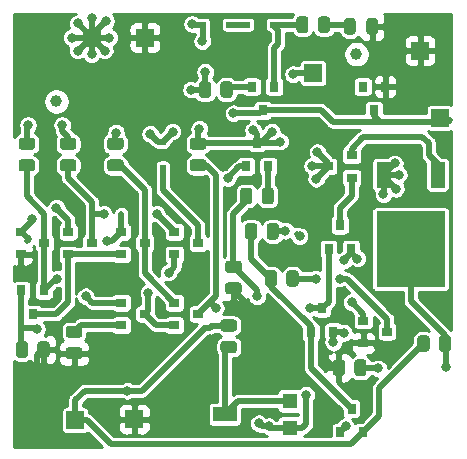
<source format=gbr>
%TF.GenerationSoftware,KiCad,Pcbnew,(5.1.10)-1*%
%TF.CreationDate,2021-12-12T15:32:54+02:00*%
%TF.ProjectId,P1_DCE_NEATA_ADRIAN_STAB_ERS_kicad,50315f44-4345-45f4-9e45-4154415f4144,rev?*%
%TF.SameCoordinates,Original*%
%TF.FileFunction,Copper,L1,Top*%
%TF.FilePolarity,Positive*%
%FSLAX46Y46*%
G04 Gerber Fmt 4.6, Leading zero omitted, Abs format (unit mm)*
G04 Created by KiCad (PCBNEW (5.1.10)-1) date 2021-12-12 15:32:54*
%MOMM*%
%LPD*%
G01*
G04 APERTURE LIST*
%TA.AperFunction,SMDPad,CuDef*%
%ADD10R,1.500000X1.500000*%
%TD*%
%TA.AperFunction,SMDPad,CuDef*%
%ADD11C,1.000000*%
%TD*%
%TA.AperFunction,SMDPad,CuDef*%
%ADD12R,0.500000X0.500000*%
%TD*%
%TA.AperFunction,SMDPad,CuDef*%
%ADD13R,0.800000X0.900000*%
%TD*%
%TA.AperFunction,SMDPad,CuDef*%
%ADD14R,0.900000X0.800000*%
%TD*%
%TA.AperFunction,SMDPad,CuDef*%
%ADD15R,1.200000X2.200000*%
%TD*%
%TA.AperFunction,SMDPad,CuDef*%
%ADD16R,5.800000X6.400000*%
%TD*%
%TA.AperFunction,SMDPad,CuDef*%
%ADD17R,1.300000X1.300000*%
%TD*%
%TA.AperFunction,SMDPad,CuDef*%
%ADD18R,2.000000X1.300000*%
%TD*%
%TA.AperFunction,ViaPad*%
%ADD19C,0.800000*%
%TD*%
%TA.AperFunction,Conductor*%
%ADD20C,0.508000*%
%TD*%
%TA.AperFunction,Conductor*%
%ADD21C,0.254000*%
%TD*%
%TA.AperFunction,Conductor*%
%ADD22C,0.100000*%
%TD*%
G04 APERTURE END LIST*
D10*
%TO.P,TP_GND,1*%
%TO.N,GND*%
X35800000Y35300000D03*
%TD*%
%TO.P,GND1,1*%
%TO.N,GND*%
X12500000Y36400000D03*
%TD*%
%TO.P,GND_OUT1,1*%
%TO.N,GND*%
X11600000Y4100000D03*
%TD*%
%TO.P,VCC1,1*%
%TO.N,VDC*%
X8000000Y36400000D03*
%TD*%
%TO.P,Vout1,1*%
%TO.N,Vout*%
X6600000Y4000000D03*
%TD*%
D11*
%TO.P,REF\u002A\u002A,*%
%TO.N,*%
X30400000Y35000000D03*
%TD*%
%TO.P,REF\u002A\u002A,*%
%TO.N,*%
X5000000Y31000000D03*
%TD*%
D12*
%TO.P,D1,1*%
%TO.N,Net-(D1-Pad1)*%
X14000000Y25400000D03*
%TO.P,D1,2*%
%TO.N,VDC*%
X14000000Y27600000D03*
%TD*%
%TO.P,D2,2*%
%TO.N,VDC*%
X17400000Y37500000D03*
%TO.P,D2,1*%
%TO.N,Net-(D2-Pad1)*%
X19600000Y37500000D03*
%TD*%
%TO.P,D3,1*%
%TO.N,Net-(D3-Pad1)*%
X23350000Y37500000D03*
%TO.P,D3,2*%
%TO.N,Net-(D2-Pad1)*%
X21150000Y37500000D03*
%TD*%
%TO.P,LED1,1*%
%TO.N,GND*%
%TA.AperFunction,SMDPad,CuDef*%
G36*
G01*
X32225000Y37806250D02*
X32225000Y36893750D01*
G75*
G02*
X31981250Y36650000I-243750J0D01*
G01*
X31493750Y36650000D01*
G75*
G02*
X31250000Y36893750I0J243750D01*
G01*
X31250000Y37806250D01*
G75*
G02*
X31493750Y38050000I243750J0D01*
G01*
X31981250Y38050000D01*
G75*
G02*
X32225000Y37806250I0J-243750D01*
G01*
G37*
%TD.AperFunction*%
%TO.P,LED1,2*%
%TO.N,Net-(LED1-Pad2)*%
%TA.AperFunction,SMDPad,CuDef*%
G36*
G01*
X30350000Y37806250D02*
X30350000Y36893750D01*
G75*
G02*
X30106250Y36650000I-243750J0D01*
G01*
X29618750Y36650000D01*
G75*
G02*
X29375000Y36893750I0J243750D01*
G01*
X29375000Y37806250D01*
G75*
G02*
X29618750Y38050000I243750J0D01*
G01*
X30106250Y38050000D01*
G75*
G02*
X30350000Y37806250I0J-243750D01*
G01*
G37*
%TD.AperFunction*%
%TD*%
D13*
%TO.P,Q1,3*%
%TO.N,Vref*%
X22500000Y30250000D03*
%TO.P,Q1,2*%
%TO.N,Net-(Q1-Pad2)*%
X21550000Y32250000D03*
%TO.P,Q1,1*%
%TO.N,Net-(D3-Pad1)*%
X23450000Y32250000D03*
%TD*%
D14*
%TO.P,Q2,3*%
%TO.N,Net-(Q2-Pad3)*%
X4000000Y19000000D03*
%TO.P,Q2,2*%
%TO.N,GND*%
X2000000Y18050000D03*
%TO.P,Q2,1*%
%TO.N,Net-(Q2-Pad1)*%
X2000000Y19950000D03*
%TD*%
%TO.P,Q3,1*%
%TO.N,Vref2*%
X10500000Y19950000D03*
%TO.P,Q3,2*%
%TO.N,Net-(Q3-Pad2)*%
X10500000Y18050000D03*
%TO.P,Q3,3*%
%TO.N,Net-(Q3-Pad3)*%
X12500000Y19000000D03*
%TD*%
%TO.P,Q4,1*%
%TO.N,Vref*%
X6000000Y19950000D03*
%TO.P,Q4,2*%
%TO.N,Net-(Q3-Pad2)*%
X6000000Y18050000D03*
%TO.P,Q4,3*%
%TO.N,Net-(Q4-Pad3)*%
X8000000Y19000000D03*
%TD*%
D13*
%TO.P,Q5,3*%
%TO.N,Net-(Q3-Pad2)*%
X3000000Y13000000D03*
%TO.P,Q5,2*%
%TO.N,Net-(Q2-Pad1)*%
X2050000Y15000000D03*
%TO.P,Q5,1*%
%TO.N,Net-(Q2-Pad3)*%
X3950000Y15000000D03*
%TD*%
D14*
%TO.P,Q6,3*%
%TO.N,Vdif*%
X17000000Y13000000D03*
%TO.P,Q6,2*%
%TO.N,Net-(Q6-Pad2)*%
X15000000Y12050000D03*
%TO.P,Q6,1*%
%TO.N,Net-(Q3-Pad3)*%
X15000000Y13950000D03*
%TD*%
%TO.P,Q7,3*%
%TO.N,Net-(D1-Pad1)*%
X17000000Y19000000D03*
%TO.P,Q7,2*%
%TO.N,Net-(Q6-Pad2)*%
X15000000Y18050000D03*
%TO.P,Q7,1*%
%TO.N,Net-(Q4-Pad3)*%
X15000000Y19950000D03*
%TD*%
%TO.P,Q8,1*%
%TO.N,Net-(Q2-Pad3)*%
X10500000Y13950000D03*
%TO.P,Q8,2*%
%TO.N,Net-(Q8-Pad2)*%
X10500000Y12050000D03*
%TO.P,Q8,3*%
%TO.N,Net-(Q6-Pad2)*%
X12500000Y13000000D03*
%TD*%
D13*
%TO.P,Q9,1*%
%TO.N,Vref*%
X21050000Y25500000D03*
%TO.P,Q9,2*%
%TO.N,Net-(Q9-Pad2)*%
X22950000Y25500000D03*
%TO.P,Q9,3*%
%TO.N,VDC*%
X22000000Y27500000D03*
%TD*%
D15*
%TO.P,Q10,1*%
%TO.N,Net-(Q10-Pad1)*%
X37280000Y24800000D03*
%TO.P,Q10,3*%
%TO.N,VDC*%
X32720000Y24800000D03*
D16*
%TO.P,Q10,2*%
%TO.N,Vrsc1*%
X35000000Y18500000D03*
%TD*%
D14*
%TO.P,Q11,1*%
%TO.N,Net-(Q11-Pad1)*%
X30000000Y24550000D03*
%TO.P,Q11,2*%
%TO.N,Net-(Q10-Pad1)*%
X30000000Y26450000D03*
%TO.P,Q11,3*%
%TO.N,VDC*%
X28000000Y25500000D03*
%TD*%
D13*
%TO.P,Q12,1*%
%TO.N,Net-(Q12-Pad1)*%
X26550000Y11500000D03*
%TO.P,Q12,2*%
%TO.N,VDC*%
X28450000Y11500000D03*
%TO.P,Q12,3*%
%TO.N,Vdif*%
X27500000Y13500000D03*
%TD*%
%TO.P,Q13,3*%
%TO.N,Net-(Q11-Pad1)*%
X29000000Y20500000D03*
%TO.P,Q13,2*%
%TO.N,VDC*%
X29950000Y18500000D03*
%TO.P,Q13,1*%
%TO.N,Vdif*%
X28050000Y18500000D03*
%TD*%
D14*
%TO.P,Q14,1*%
%TO.N,Net-(Q14-Pad1)*%
X31000000Y12450000D03*
%TO.P,Q14,2*%
%TO.N,GND*%
X31000000Y10550000D03*
%TO.P,Q14,3*%
%TO.N,Net-(Q14-Pad3)*%
X33000000Y11500000D03*
%TD*%
D13*
%TO.P,Q15,3*%
%TO.N,Net-(Q12-Pad1)*%
X30000000Y5000000D03*
%TO.P,Q15,2*%
%TO.N,Vout*%
X30950000Y3000000D03*
%TO.P,Q15,1*%
%TO.N,Vrsc1*%
X29050000Y3000000D03*
%TD*%
%TO.P,R1,2*%
%TO.N,Net-(Q2-Pad3)*%
%TA.AperFunction,SMDPad,CuDef*%
G36*
G01*
X2049998Y26100000D02*
X2950002Y26100000D01*
G75*
G02*
X3200000Y25850002I0J-249998D01*
G01*
X3200000Y25324998D01*
G75*
G02*
X2950002Y25075000I-249998J0D01*
G01*
X2049998Y25075000D01*
G75*
G02*
X1800000Y25324998I0J249998D01*
G01*
X1800000Y25850002D01*
G75*
G02*
X2049998Y26100000I249998J0D01*
G01*
G37*
%TD.AperFunction*%
%TO.P,R1,1*%
%TO.N,VDC*%
%TA.AperFunction,SMDPad,CuDef*%
G36*
G01*
X2049998Y27925000D02*
X2950002Y27925000D01*
G75*
G02*
X3200000Y27675002I0J-249998D01*
G01*
X3200000Y27149998D01*
G75*
G02*
X2950002Y26900000I-249998J0D01*
G01*
X2049998Y26900000D01*
G75*
G02*
X1800000Y27149998I0J249998D01*
G01*
X1800000Y27675002D01*
G75*
G02*
X2049998Y27925000I249998J0D01*
G01*
G37*
%TD.AperFunction*%
%TD*%
%TO.P,R2,2*%
%TO.N,Net-(Q4-Pad3)*%
%TA.AperFunction,SMDPad,CuDef*%
G36*
G01*
X5549998Y26100000D02*
X6450002Y26100000D01*
G75*
G02*
X6700000Y25850002I0J-249998D01*
G01*
X6700000Y25324998D01*
G75*
G02*
X6450002Y25075000I-249998J0D01*
G01*
X5549998Y25075000D01*
G75*
G02*
X5300000Y25324998I0J249998D01*
G01*
X5300000Y25850002D01*
G75*
G02*
X5549998Y26100000I249998J0D01*
G01*
G37*
%TD.AperFunction*%
%TO.P,R2,1*%
%TO.N,VDC*%
%TA.AperFunction,SMDPad,CuDef*%
G36*
G01*
X5549998Y27925000D02*
X6450002Y27925000D01*
G75*
G02*
X6700000Y27675002I0J-249998D01*
G01*
X6700000Y27149998D01*
G75*
G02*
X6450002Y26900000I-249998J0D01*
G01*
X5549998Y26900000D01*
G75*
G02*
X5300000Y27149998I0J249998D01*
G01*
X5300000Y27675002D01*
G75*
G02*
X5549998Y27925000I249998J0D01*
G01*
G37*
%TD.AperFunction*%
%TD*%
%TO.P,R3,1*%
%TO.N,VDC*%
%TA.AperFunction,SMDPad,CuDef*%
G36*
G01*
X9549998Y27925000D02*
X10450002Y27925000D01*
G75*
G02*
X10700000Y27675002I0J-249998D01*
G01*
X10700000Y27149998D01*
G75*
G02*
X10450002Y26900000I-249998J0D01*
G01*
X9549998Y26900000D01*
G75*
G02*
X9300000Y27149998I0J249998D01*
G01*
X9300000Y27675002D01*
G75*
G02*
X9549998Y27925000I249998J0D01*
G01*
G37*
%TD.AperFunction*%
%TO.P,R3,2*%
%TO.N,Net-(Q3-Pad3)*%
%TA.AperFunction,SMDPad,CuDef*%
G36*
G01*
X9549998Y26100000D02*
X10450002Y26100000D01*
G75*
G02*
X10700000Y25850002I0J-249998D01*
G01*
X10700000Y25324998D01*
G75*
G02*
X10450002Y25075000I-249998J0D01*
G01*
X9549998Y25075000D01*
G75*
G02*
X9300000Y25324998I0J249998D01*
G01*
X9300000Y25850002D01*
G75*
G02*
X9549998Y26100000I249998J0D01*
G01*
G37*
%TD.AperFunction*%
%TD*%
%TO.P,R4,1*%
%TO.N,VDC*%
%TA.AperFunction,SMDPad,CuDef*%
G36*
G01*
X16549998Y27925000D02*
X17450002Y27925000D01*
G75*
G02*
X17700000Y27675002I0J-249998D01*
G01*
X17700000Y27149998D01*
G75*
G02*
X17450002Y26900000I-249998J0D01*
G01*
X16549998Y26900000D01*
G75*
G02*
X16300000Y27149998I0J249998D01*
G01*
X16300000Y27675002D01*
G75*
G02*
X16549998Y27925000I249998J0D01*
G01*
G37*
%TD.AperFunction*%
%TO.P,R4,2*%
%TO.N,Vdif*%
%TA.AperFunction,SMDPad,CuDef*%
G36*
G01*
X16549998Y26100000D02*
X17450002Y26100000D01*
G75*
G02*
X17700000Y25850002I0J-249998D01*
G01*
X17700000Y25324998D01*
G75*
G02*
X17450002Y25075000I-249998J0D01*
G01*
X16549998Y25075000D01*
G75*
G02*
X16300000Y25324998I0J249998D01*
G01*
X16300000Y25850002D01*
G75*
G02*
X16549998Y26100000I249998J0D01*
G01*
G37*
%TD.AperFunction*%
%TD*%
%TO.P,R5,1*%
%TO.N,Net-(Q9-Pad2)*%
%TA.AperFunction,SMDPad,CuDef*%
G36*
G01*
X23425000Y23450002D02*
X23425000Y22549998D01*
G75*
G02*
X23175002Y22300000I-249998J0D01*
G01*
X22649998Y22300000D01*
G75*
G02*
X22400000Y22549998I0J249998D01*
G01*
X22400000Y23450002D01*
G75*
G02*
X22649998Y23700000I249998J0D01*
G01*
X23175002Y23700000D01*
G75*
G02*
X23425000Y23450002I0J-249998D01*
G01*
G37*
%TD.AperFunction*%
%TO.P,R5,2*%
%TO.N,Net-(Q14-Pad1)*%
%TA.AperFunction,SMDPad,CuDef*%
G36*
G01*
X21600000Y23450002D02*
X21600000Y22549998D01*
G75*
G02*
X21350002Y22300000I-249998J0D01*
G01*
X20824998Y22300000D01*
G75*
G02*
X20575000Y22549998I0J249998D01*
G01*
X20575000Y23450002D01*
G75*
G02*
X20824998Y23700000I249998J0D01*
G01*
X21350002Y23700000D01*
G75*
G02*
X21600000Y23450002I0J-249998D01*
G01*
G37*
%TD.AperFunction*%
%TD*%
%TO.P,R6,1*%
%TO.N,Net-(Q2-Pad1)*%
%TA.AperFunction,SMDPad,CuDef*%
G36*
G01*
X1575000Y9549998D02*
X1575000Y10450002D01*
G75*
G02*
X1824998Y10700000I249998J0D01*
G01*
X2350002Y10700000D01*
G75*
G02*
X2600000Y10450002I0J-249998D01*
G01*
X2600000Y9549998D01*
G75*
G02*
X2350002Y9300000I-249998J0D01*
G01*
X1824998Y9300000D01*
G75*
G02*
X1575000Y9549998I0J249998D01*
G01*
G37*
%TD.AperFunction*%
%TO.P,R6,2*%
%TO.N,GND*%
%TA.AperFunction,SMDPad,CuDef*%
G36*
G01*
X3400000Y9549998D02*
X3400000Y10450002D01*
G75*
G02*
X3649998Y10700000I249998J0D01*
G01*
X4175002Y10700000D01*
G75*
G02*
X4425000Y10450002I0J-249998D01*
G01*
X4425000Y9549998D01*
G75*
G02*
X4175002Y9300000I-249998J0D01*
G01*
X3649998Y9300000D01*
G75*
G02*
X3400000Y9549998I0J249998D01*
G01*
G37*
%TD.AperFunction*%
%TD*%
%TO.P,R7,1*%
%TO.N,Net-(Q14-Pad1)*%
%TA.AperFunction,SMDPad,CuDef*%
G36*
G01*
X19549998Y17512500D02*
X20450002Y17512500D01*
G75*
G02*
X20700000Y17262502I0J-249998D01*
G01*
X20700000Y16737498D01*
G75*
G02*
X20450002Y16487500I-249998J0D01*
G01*
X19549998Y16487500D01*
G75*
G02*
X19300000Y16737498I0J249998D01*
G01*
X19300000Y17262502D01*
G75*
G02*
X19549998Y17512500I249998J0D01*
G01*
G37*
%TD.AperFunction*%
%TO.P,R7,2*%
%TO.N,GND*%
%TA.AperFunction,SMDPad,CuDef*%
G36*
G01*
X19549998Y15687500D02*
X20450002Y15687500D01*
G75*
G02*
X20700000Y15437502I0J-249998D01*
G01*
X20700000Y14912498D01*
G75*
G02*
X20450002Y14662500I-249998J0D01*
G01*
X19549998Y14662500D01*
G75*
G02*
X19300000Y14912498I0J249998D01*
G01*
X19300000Y15437502D01*
G75*
G02*
X19549998Y15687500I249998J0D01*
G01*
G37*
%TD.AperFunction*%
%TD*%
%TO.P,R8,2*%
%TO.N,GND*%
%TA.AperFunction,SMDPad,CuDef*%
G36*
G01*
X6049998Y10187500D02*
X6950002Y10187500D01*
G75*
G02*
X7200000Y9937502I0J-249998D01*
G01*
X7200000Y9412498D01*
G75*
G02*
X6950002Y9162500I-249998J0D01*
G01*
X6049998Y9162500D01*
G75*
G02*
X5800000Y9412498I0J249998D01*
G01*
X5800000Y9937502D01*
G75*
G02*
X6049998Y10187500I249998J0D01*
G01*
G37*
%TD.AperFunction*%
%TO.P,R8,1*%
%TO.N,Net-(Q8-Pad2)*%
%TA.AperFunction,SMDPad,CuDef*%
G36*
G01*
X6049998Y12012500D02*
X6950002Y12012500D01*
G75*
G02*
X7200000Y11762502I0J-249998D01*
G01*
X7200000Y11237498D01*
G75*
G02*
X6950002Y10987500I-249998J0D01*
G01*
X6049998Y10987500D01*
G75*
G02*
X5800000Y11237498I0J249998D01*
G01*
X5800000Y11762502D01*
G75*
G02*
X6049998Y12012500I249998J0D01*
G01*
G37*
%TD.AperFunction*%
%TD*%
%TO.P,R9,2*%
%TO.N,Vrsc1*%
%TA.AperFunction,SMDPad,CuDef*%
G36*
G01*
X37400000Y10049998D02*
X37400000Y10950002D01*
G75*
G02*
X37649998Y11200000I249998J0D01*
G01*
X38175002Y11200000D01*
G75*
G02*
X38425000Y10950002I0J-249998D01*
G01*
X38425000Y10049998D01*
G75*
G02*
X38175002Y9800000I-249998J0D01*
G01*
X37649998Y9800000D01*
G75*
G02*
X37400000Y10049998I0J249998D01*
G01*
G37*
%TD.AperFunction*%
%TO.P,R9,1*%
%TO.N,Vout*%
%TA.AperFunction,SMDPad,CuDef*%
G36*
G01*
X35575000Y10049998D02*
X35575000Y10950002D01*
G75*
G02*
X35824998Y11200000I249998J0D01*
G01*
X36350002Y11200000D01*
G75*
G02*
X36600000Y10950002I0J-249998D01*
G01*
X36600000Y10049998D01*
G75*
G02*
X36350002Y9800000I-249998J0D01*
G01*
X35824998Y9800000D01*
G75*
G02*
X35575000Y10049998I0J249998D01*
G01*
G37*
%TD.AperFunction*%
%TD*%
%TO.P,R10,1*%
%TO.N,VDC*%
%TA.AperFunction,SMDPad,CuDef*%
G36*
G01*
X23837500Y20450002D02*
X23837500Y19549998D01*
G75*
G02*
X23587502Y19300000I-249998J0D01*
G01*
X23062498Y19300000D01*
G75*
G02*
X22812500Y19549998I0J249998D01*
G01*
X22812500Y20450002D01*
G75*
G02*
X23062498Y20700000I249998J0D01*
G01*
X23587502Y20700000D01*
G75*
G02*
X23837500Y20450002I0J-249998D01*
G01*
G37*
%TD.AperFunction*%
%TO.P,R10,2*%
%TO.N,Net-(Q12-Pad1)*%
%TA.AperFunction,SMDPad,CuDef*%
G36*
G01*
X22012500Y20450002D02*
X22012500Y19549998D01*
G75*
G02*
X21762502Y19300000I-249998J0D01*
G01*
X21237498Y19300000D01*
G75*
G02*
X20987500Y19549998I0J249998D01*
G01*
X20987500Y20450002D01*
G75*
G02*
X21237498Y20700000I249998J0D01*
G01*
X21762502Y20700000D01*
G75*
G02*
X22012500Y20450002I0J-249998D01*
G01*
G37*
%TD.AperFunction*%
%TD*%
%TO.P,R11,2*%
%TO.N,Net-(Q14-Pad3)*%
%TA.AperFunction,SMDPad,CuDef*%
G36*
G01*
X24487500Y15549998D02*
X24487500Y16450002D01*
G75*
G02*
X24737498Y16700000I249998J0D01*
G01*
X25262502Y16700000D01*
G75*
G02*
X25512500Y16450002I0J-249998D01*
G01*
X25512500Y15549998D01*
G75*
G02*
X25262502Y15300000I-249998J0D01*
G01*
X24737498Y15300000D01*
G75*
G02*
X24487500Y15549998I0J249998D01*
G01*
G37*
%TD.AperFunction*%
%TO.P,R11,1*%
%TO.N,Net-(Q12-Pad1)*%
%TA.AperFunction,SMDPad,CuDef*%
G36*
G01*
X22662500Y15549998D02*
X22662500Y16450002D01*
G75*
G02*
X22912498Y16700000I249998J0D01*
G01*
X23437502Y16700000D01*
G75*
G02*
X23687500Y16450002I0J-249998D01*
G01*
X23687500Y15549998D01*
G75*
G02*
X23437502Y15300000I-249998J0D01*
G01*
X22912498Y15300000D01*
G75*
G02*
X22662500Y15549998I0J249998D01*
G01*
G37*
%TD.AperFunction*%
%TD*%
%TO.P,R12,1*%
%TO.N,Vout*%
%TA.AperFunction,SMDPad,CuDef*%
G36*
G01*
X19149998Y12537500D02*
X20050002Y12537500D01*
G75*
G02*
X20300000Y12287502I0J-249998D01*
G01*
X20300000Y11762498D01*
G75*
G02*
X20050002Y11512500I-249998J0D01*
G01*
X19149998Y11512500D01*
G75*
G02*
X18900000Y11762498I0J249998D01*
G01*
X18900000Y12287502D01*
G75*
G02*
X19149998Y12537500I249998J0D01*
G01*
G37*
%TD.AperFunction*%
%TO.P,R12,2*%
%TO.N,Net-(R12-Pad2)*%
%TA.AperFunction,SMDPad,CuDef*%
G36*
G01*
X19149998Y10712500D02*
X20050002Y10712500D01*
G75*
G02*
X20300000Y10462502I0J-249998D01*
G01*
X20300000Y9937498D01*
G75*
G02*
X20050002Y9687500I-249998J0D01*
G01*
X19149998Y9687500D01*
G75*
G02*
X18900000Y9937498I0J249998D01*
G01*
X18900000Y10462502D01*
G75*
G02*
X19149998Y10712500I249998J0D01*
G01*
G37*
%TD.AperFunction*%
%TD*%
%TO.P,R13,2*%
%TO.N,GND*%
%TA.AperFunction,SMDPad,CuDef*%
G36*
G01*
X29437500Y8900002D02*
X29437500Y7999998D01*
G75*
G02*
X29187502Y7750000I-249998J0D01*
G01*
X28662498Y7750000D01*
G75*
G02*
X28412500Y7999998I0J249998D01*
G01*
X28412500Y8900002D01*
G75*
G02*
X28662498Y9150000I249998J0D01*
G01*
X29187502Y9150000D01*
G75*
G02*
X29437500Y8900002I0J-249998D01*
G01*
G37*
%TD.AperFunction*%
%TO.P,R13,1*%
%TO.N,Vref2*%
%TA.AperFunction,SMDPad,CuDef*%
G36*
G01*
X31262500Y8900002D02*
X31262500Y7999998D01*
G75*
G02*
X31012502Y7750000I-249998J0D01*
G01*
X30487498Y7750000D01*
G75*
G02*
X30237500Y7999998I0J249998D01*
G01*
X30237500Y8900002D01*
G75*
G02*
X30487498Y9150000I249998J0D01*
G01*
X31012502Y9150000D01*
G75*
G02*
X31262500Y8900002I0J-249998D01*
G01*
G37*
%TD.AperFunction*%
%TD*%
%TO.P,R15,2*%
%TO.N,Net-(Q1-Pad2)*%
%TA.AperFunction,SMDPad,CuDef*%
G36*
G01*
X18900000Y31549998D02*
X18900000Y32450002D01*
G75*
G02*
X19149998Y32700000I249998J0D01*
G01*
X19675002Y32700000D01*
G75*
G02*
X19925000Y32450002I0J-249998D01*
G01*
X19925000Y31549998D01*
G75*
G02*
X19675002Y31300000I-249998J0D01*
G01*
X19149998Y31300000D01*
G75*
G02*
X18900000Y31549998I0J249998D01*
G01*
G37*
%TD.AperFunction*%
%TO.P,R15,1*%
%TO.N,VDC*%
%TA.AperFunction,SMDPad,CuDef*%
G36*
G01*
X17075000Y31549998D02*
X17075000Y32450002D01*
G75*
G02*
X17324998Y32700000I249998J0D01*
G01*
X17850002Y32700000D01*
G75*
G02*
X18100000Y32450002I0J-249998D01*
G01*
X18100000Y31549998D01*
G75*
G02*
X17850002Y31300000I-249998J0D01*
G01*
X17324998Y31300000D01*
G75*
G02*
X17075000Y31549998I0J249998D01*
G01*
G37*
%TD.AperFunction*%
%TD*%
%TO.P,R16,1*%
%TO.N,Net-(D3-Pad1)*%
%TA.AperFunction,SMDPad,CuDef*%
G36*
G01*
X25325000Y37049998D02*
X25325000Y37950002D01*
G75*
G02*
X25574998Y38200000I249998J0D01*
G01*
X26100002Y38200000D01*
G75*
G02*
X26350000Y37950002I0J-249998D01*
G01*
X26350000Y37049998D01*
G75*
G02*
X26100002Y36800000I-249998J0D01*
G01*
X25574998Y36800000D01*
G75*
G02*
X25325000Y37049998I0J249998D01*
G01*
G37*
%TD.AperFunction*%
%TO.P,R16,2*%
%TO.N,Net-(LED1-Pad2)*%
%TA.AperFunction,SMDPad,CuDef*%
G36*
G01*
X27150000Y37049998D02*
X27150000Y37950002D01*
G75*
G02*
X27399998Y38200000I249998J0D01*
G01*
X27925002Y38200000D01*
G75*
G02*
X28175000Y37950002I0J-249998D01*
G01*
X28175000Y37049998D01*
G75*
G02*
X27925002Y36800000I-249998J0D01*
G01*
X27399998Y36800000D01*
G75*
G02*
X27150000Y37049998I0J249998D01*
G01*
G37*
%TD.AperFunction*%
%TD*%
D17*
%TO.P,RPOT1,1*%
%TO.N,Net-(R12-Pad2)*%
X24750000Y5650000D03*
D18*
%TO.P,RPOT1,2*%
X19250000Y4500000D03*
D17*
%TO.P,RPOT1,3*%
%TO.N,Vref2*%
X24750000Y3350000D03*
%TD*%
D10*
%TO.P,TP_Vout1,1*%
%TO.N,Vout*%
X26750000Y33400000D03*
%TD*%
%TO.P,TP_Vref1,1*%
%TO.N,Vref*%
X37450000Y29600000D03*
%TD*%
D13*
%TO.P,Z1,2*%
%TO.N,GND*%
X32850000Y32250000D03*
%TO.P,Z1,*%
%TO.N,*%
X30950000Y32250000D03*
%TO.P,Z1,1*%
%TO.N,Vref*%
X31900000Y30250000D03*
%TD*%
D19*
%TO.N,Vout*%
X25600000Y19600000D03*
X25050000Y33300000D03*
X11000000Y6500000D03*
%TO.N,GND*%
X27100000Y28050000D03*
X22550000Y12450000D03*
X18023747Y10880816D03*
X27650000Y9350000D03*
X25100000Y8400000D03*
X32300000Y10100000D03*
X22550000Y12450000D03*
X2000000Y16850000D03*
X3200000Y8100000D03*
X29150000Y31800000D03*
%TO.N,VDC*%
X2600000Y29000000D03*
X5500000Y29000000D03*
X10050000Y28350000D03*
X14850000Y28450000D03*
X12950000Y28250000D03*
X17100000Y28700000D03*
X21650000Y28550000D03*
X30500000Y17700000D03*
X28450000Y10600000D03*
X29350000Y11400000D03*
X24400000Y20050000D03*
X26650000Y25550000D03*
X29350000Y17550000D03*
X27000000Y24450000D03*
X27100000Y26700000D03*
X23250000Y28450000D03*
X23950000Y27600000D03*
X16500000Y37550000D03*
X16400000Y32000000D03*
X17350000Y36100000D03*
X17600000Y33500000D03*
X33650000Y25750000D03*
X34000000Y24800000D03*
X32700000Y23150000D03*
X33750000Y23600000D03*
X6300000Y36400000D03*
X8000000Y38100000D03*
X8000000Y35000000D03*
X9500000Y36400000D03*
X6800000Y35300000D03*
X6800000Y37600000D03*
X9200000Y37800000D03*
X9100000Y35300000D03*
%TO.N,Vref*%
X20000000Y30000000D03*
X5000000Y22000000D03*
X19500000Y24500000D03*
%TO.N,Net-(Q2-Pad3)*%
X7500000Y14500000D03*
X5041200Y16000000D03*
%TO.N,Net-(Q2-Pad1)*%
X3350000Y11750000D03*
X2958801Y21041199D03*
%TO.N,Vref2*%
X23000000Y3500000D03*
X22150000Y3750000D03*
X9300000Y19150000D03*
X32250000Y8400000D03*
X26150000Y6150000D03*
%TO.N,Net-(Q4-Pad3)*%
X13500000Y21500000D03*
X9000000Y21500000D03*
%TO.N,Vdif*%
X18500000Y13500000D03*
X26500000Y13500000D03*
%TO.N,Net-(Q6-Pad2)*%
X14500000Y16500000D03*
X12797026Y14797026D03*
%TO.N,Vrsc1*%
X29500000Y3500000D03*
X38000000Y8500000D03*
%TO.N,Net-(Q14-Pad3)*%
X27000000Y16000000D03*
X29008800Y16000000D03*
%TO.N,Net-(Q14-Pad1)*%
X30000000Y14000000D03*
X22000000Y14500000D03*
%TD*%
D20*
%TO.N,Vout*%
X32351199Y4401199D02*
X30950000Y3000000D01*
X32351199Y6763699D02*
X32351199Y4401199D01*
X36087500Y10500000D02*
X32351199Y6763699D01*
X25400000Y19800000D02*
X25600000Y19600000D01*
X25150000Y33400000D02*
X25050000Y33300000D01*
X26750000Y33400000D02*
X25150000Y33400000D01*
X29941199Y1991199D02*
X30950000Y3000000D01*
X7600000Y4000000D02*
X9608801Y1991199D01*
X6600000Y4000000D02*
X7600000Y4000000D01*
X13708801Y1991199D02*
X9608801Y1991199D01*
X13208801Y1991199D02*
X13708801Y1991199D01*
X13708801Y1991199D02*
X29941199Y1991199D01*
X18125000Y12025000D02*
X19600000Y12025000D01*
X18125000Y11925000D02*
X18125000Y12025000D01*
X18039617Y11839617D02*
X18125000Y11925000D01*
X17539617Y11839617D02*
X18039617Y11839617D01*
X6600000Y5700000D02*
X7400000Y6500000D01*
X6600000Y4000000D02*
X6600000Y5700000D01*
X12223905Y6500000D02*
X7400000Y6500000D01*
X17563522Y11839617D02*
X12223905Y6500000D01*
X18039617Y11839617D02*
X17563522Y11839617D01*
%TO.N,GND*%
X29500000Y30300000D02*
X29600000Y30300000D01*
X26534315Y28050000D02*
X26134315Y27650000D01*
X27100000Y28050000D02*
X26534315Y28050000D01*
X20000000Y15000000D02*
X22550000Y12450000D01*
X20000000Y15175000D02*
X20000000Y15000000D01*
X18023747Y10880816D02*
X17492931Y10350000D01*
X28550000Y8450000D02*
X27650000Y9350000D01*
X28925000Y8450000D02*
X28550000Y8450000D01*
X31850000Y10550000D02*
X32300000Y10100000D01*
X31000000Y10550000D02*
X31850000Y10550000D01*
X2000000Y18050000D02*
X2000000Y16850000D01*
X3200000Y8100000D02*
X3400000Y8300000D01*
X3400000Y9487500D02*
X3912500Y10000000D01*
X3400000Y8300000D02*
X3400000Y9487500D01*
%TO.N,Net-(D1-Pad1)*%
X14000000Y25400000D02*
X14000000Y23500000D01*
X14000000Y23500000D02*
X17000000Y20500000D01*
X17000000Y20500000D02*
X17000000Y19000000D01*
%TO.N,VDC*%
X2500000Y28993026D02*
X2500000Y27412500D01*
X6000000Y27412500D02*
X6000000Y28000000D01*
X6000000Y28000000D02*
X5500000Y28500000D01*
X5500000Y28500000D02*
X5500000Y29000000D01*
X10000000Y27412500D02*
X10000000Y28000000D01*
X17087500Y27500000D02*
X17000000Y27412500D01*
X22000000Y27500000D02*
X17087500Y27500000D01*
X2593026Y28993026D02*
X2600000Y29000000D01*
X2500000Y28993026D02*
X2593026Y28993026D01*
X10000000Y28300000D02*
X10050000Y28350000D01*
X10000000Y28000000D02*
X10000000Y28300000D01*
X14000000Y27600000D02*
X14850000Y28450000D01*
X13600000Y27600000D02*
X12950000Y28250000D01*
X14000000Y27600000D02*
X13600000Y27600000D01*
X17000000Y28600000D02*
X17100000Y28700000D01*
X17000000Y27412500D02*
X17000000Y28600000D01*
X22000000Y28200000D02*
X21650000Y28550000D01*
X22000000Y27500000D02*
X22000000Y28200000D01*
X32720000Y24800000D02*
X32720000Y24630000D01*
X32720000Y24800000D02*
X32720000Y24820000D01*
X29950000Y18250000D02*
X30500000Y17700000D01*
X29950000Y18500000D02*
X29950000Y18250000D01*
X28450000Y11500000D02*
X28450000Y10600000D01*
X29250000Y11500000D02*
X29350000Y11400000D01*
X28450000Y11500000D02*
X29250000Y11500000D01*
X24350000Y20000000D02*
X24400000Y20050000D01*
X23325000Y20000000D02*
X24350000Y20000000D01*
X26700000Y25500000D02*
X26650000Y25550000D01*
X28000000Y25500000D02*
X26700000Y25500000D01*
X29950000Y18150000D02*
X29350000Y17550000D01*
X29950000Y18500000D02*
X29950000Y18150000D01*
X28000000Y25450000D02*
X27000000Y24450000D01*
X28000000Y25500000D02*
X28000000Y25450000D01*
X28000000Y25800000D02*
X27100000Y26700000D01*
X28000000Y25500000D02*
X28000000Y25800000D01*
X22300000Y27500000D02*
X23250000Y28450000D01*
X22000000Y27500000D02*
X22300000Y27500000D01*
X23850000Y27500000D02*
X23950000Y27600000D01*
X22000000Y27500000D02*
X23850000Y27500000D01*
X16550000Y37500000D02*
X16500000Y37550000D01*
X17400000Y37500000D02*
X16550000Y37500000D01*
X17587500Y32000000D02*
X16400000Y32000000D01*
X17400000Y36150000D02*
X17350000Y36100000D01*
X17400000Y37500000D02*
X17400000Y36150000D01*
X17587500Y33487500D02*
X17600000Y33500000D01*
X17587500Y32000000D02*
X17587500Y33487500D01*
X32720000Y24820000D02*
X33650000Y25750000D01*
X32720000Y24800000D02*
X34000000Y24800000D01*
X32720000Y24630000D02*
X33750000Y23600000D01*
X32720000Y23170000D02*
X32700000Y23150000D01*
X32720000Y24800000D02*
X32720000Y23170000D01*
X8000000Y36400000D02*
X6300000Y36400000D01*
X8000000Y36400000D02*
X8000000Y38100000D01*
X8000000Y36400000D02*
X8000000Y35000000D01*
X8000000Y36400000D02*
X9500000Y36400000D01*
X7900000Y36400000D02*
X6800000Y35300000D01*
X8000000Y36400000D02*
X7900000Y36400000D01*
X8000000Y36400000D02*
X6800000Y37600000D01*
X8000000Y36600000D02*
X9200000Y37800000D01*
X8000000Y36400000D02*
X8000000Y36600000D01*
X8000000Y36400000D02*
X9100000Y35300000D01*
%TO.N,Net-(D2-Pad1)*%
X19600000Y37500000D02*
X21150000Y37500000D01*
%TO.N,Net-(D3-Pad1)*%
X23450000Y32250000D02*
X23450000Y35550000D01*
X23450000Y35550000D02*
X23800000Y35900000D01*
X23800000Y37050000D02*
X23350000Y37500000D01*
X23800000Y35900000D02*
X23800000Y37050000D01*
X23350000Y37500000D02*
X25837500Y37500000D01*
%TO.N,Net-(LED1-Pad2)*%
X27662500Y37500000D02*
X29937500Y37500000D01*
%TO.N,Vref*%
X38350000Y29450000D02*
X38191199Y29291199D01*
X22250000Y30000000D02*
X22500000Y30250000D01*
X20000000Y30000000D02*
X22250000Y30000000D01*
X6000000Y21000000D02*
X5000000Y22000000D01*
X6000000Y19950000D02*
X6000000Y21000000D01*
X20500000Y25500000D02*
X19500000Y24500000D01*
X21050000Y25500000D02*
X20500000Y25500000D01*
X29791199Y29291199D02*
X29508801Y29291199D01*
X31900000Y30250000D02*
X31900000Y29782398D01*
X31900000Y29782398D02*
X32391199Y29291199D01*
X32391199Y29291199D02*
X29791199Y29291199D01*
X38191199Y29291199D02*
X32391199Y29291199D01*
X28708801Y29291199D02*
X29791199Y29291199D01*
X28408801Y29291199D02*
X28708801Y29291199D01*
X27450000Y30250000D02*
X28408801Y29291199D01*
X22500000Y30250000D02*
X27450000Y30250000D01*
%TO.N,Net-(Q1-Pad2)*%
X19662500Y32250000D02*
X19412500Y32000000D01*
X21550000Y32250000D02*
X19662500Y32250000D01*
%TO.N,Net-(Q2-Pad3)*%
X2500000Y25587500D02*
X2500000Y24000000D01*
X4000000Y21500000D02*
X4000000Y19000000D01*
X2500000Y23000000D02*
X4000000Y21500000D01*
X2500000Y23000000D02*
X2500000Y24000000D01*
X4000000Y15050000D02*
X3950000Y15000000D01*
X4000000Y19000000D02*
X4000000Y15050000D01*
X8050000Y13950000D02*
X7500000Y14500000D01*
X10500000Y13950000D02*
X8050000Y13950000D01*
X4950000Y16000000D02*
X3950000Y15000000D01*
X5041200Y16000000D02*
X4950000Y16000000D01*
%TO.N,Net-(Q2-Pad1)*%
X2000000Y19950000D02*
X2050000Y19950000D01*
X2672878Y19327122D02*
X2672878Y19310976D01*
X2672878Y19310976D02*
X2513809Y19151907D01*
X2050000Y19950000D02*
X2672878Y19327122D01*
X2000000Y15050000D02*
X2050000Y15000000D01*
X2041199Y10046301D02*
X2087500Y10000000D01*
X2050000Y15000000D02*
X2041199Y14991199D01*
X3308801Y11791199D02*
X3350000Y11750000D01*
X2041199Y11791199D02*
X3308801Y11791199D01*
X2041199Y14991199D02*
X2041199Y11791199D01*
X2041199Y11791199D02*
X2041199Y10046301D01*
X2958801Y20908801D02*
X2000000Y19950000D01*
X2958801Y21041199D02*
X2958801Y20908801D01*
%TO.N,Vref2*%
X10500000Y19950000D02*
X10500000Y21500000D01*
X23150000Y3350000D02*
X23000000Y3500000D01*
X24750000Y3350000D02*
X23150000Y3350000D01*
X22400000Y3500000D02*
X22150000Y3750000D01*
X23000000Y3500000D02*
X22400000Y3500000D01*
X9700000Y19150000D02*
X10500000Y19950000D01*
X9300000Y19150000D02*
X9700000Y19150000D01*
X32200000Y8450000D02*
X32250000Y8400000D01*
X30750000Y8450000D02*
X32200000Y8450000D01*
X26150000Y6150000D02*
X26150000Y3700000D01*
X25800000Y3350000D02*
X24750000Y3350000D01*
X26150000Y3700000D02*
X25800000Y3350000D01*
%TO.N,Net-(Q3-Pad2)*%
X6000000Y18050000D02*
X6000000Y14000000D01*
X5000000Y13000000D02*
X3000000Y13000000D01*
X6000000Y14000000D02*
X5000000Y13000000D01*
X6008801Y18041199D02*
X6000000Y18050000D01*
X10500000Y18050000D02*
X10491199Y18041199D01*
X10491199Y18041199D02*
X6008801Y18041199D01*
%TO.N,Net-(Q3-Pad3)*%
X10000000Y25587500D02*
X10412500Y25587500D01*
X12500000Y23500000D02*
X12500000Y19000000D01*
X10412500Y25587500D02*
X12500000Y23500000D01*
X12500000Y16450000D02*
X15000000Y13950000D01*
X12500000Y19000000D02*
X12500000Y16450000D01*
%TO.N,Net-(Q4-Pad3)*%
X6000000Y25587500D02*
X6000000Y24500000D01*
X6000000Y24500000D02*
X8000000Y22500000D01*
X15000000Y20000000D02*
X13500000Y21500000D01*
X15000000Y19950000D02*
X15000000Y20000000D01*
X9000000Y21500000D02*
X8000000Y21500000D01*
X8000000Y21500000D02*
X8000000Y19000000D01*
X8000000Y22500000D02*
X8000000Y21500000D01*
%TO.N,Vdif*%
X17700000Y25587500D02*
X18500000Y24787500D01*
X17000000Y25587500D02*
X17700000Y25587500D01*
X18500000Y24787500D02*
X18500000Y14500000D01*
X28050000Y14050000D02*
X27500000Y13500000D01*
X28050000Y18500000D02*
X28050000Y14050000D01*
X18000000Y14000000D02*
X18500000Y13500000D01*
X18500000Y14500000D02*
X18000000Y14000000D01*
X18000000Y14000000D02*
X17000000Y13000000D01*
X26500000Y13500000D02*
X27500000Y13500000D01*
%TO.N,Net-(Q6-Pad2)*%
X15000000Y12050000D02*
X13450000Y12050000D01*
X13250000Y12250000D02*
X12500000Y13000000D01*
X13450000Y12050000D02*
X13250000Y12250000D01*
X15000000Y17000000D02*
X14500000Y16500000D01*
X15000000Y18050000D02*
X15000000Y17000000D01*
X12797026Y13297026D02*
X12500000Y13000000D01*
X12797026Y14797026D02*
X12797026Y13297026D01*
%TO.N,Net-(Q8-Pad2)*%
X10500000Y12050000D02*
X10137500Y12050000D01*
X7050000Y12050000D02*
X6500000Y11500000D01*
X10500000Y12050000D02*
X7050000Y12050000D01*
%TO.N,Net-(Q9-Pad2)*%
X22950000Y23037500D02*
X22912500Y23000000D01*
X22950000Y25500000D02*
X22950000Y23037500D01*
%TO.N,Net-(Q10-Pad1)*%
X37280000Y24800000D02*
X37280000Y25720000D01*
X36541199Y26458801D02*
X36541199Y27458801D01*
X37280000Y25720000D02*
X36541199Y26458801D01*
X36541199Y27458801D02*
X36000000Y28000000D01*
X36000000Y28000000D02*
X31000000Y28000000D01*
X30000000Y27000000D02*
X30000000Y26450000D01*
X31000000Y28000000D02*
X30000000Y27000000D01*
%TO.N,Vrsc1*%
X35000000Y14112500D02*
X35000000Y18500000D01*
X37912500Y11200000D02*
X35000000Y14112500D01*
X37912500Y10500000D02*
X37912500Y11200000D01*
X29050000Y3050000D02*
X29500000Y3500000D01*
X29050000Y3000000D02*
X29050000Y3050000D01*
X38000000Y10412500D02*
X37912500Y10500000D01*
X38000000Y8500000D02*
X38000000Y10412500D01*
%TO.N,Net-(Q11-Pad1)*%
X29000000Y20500000D02*
X29000000Y22000000D01*
X30000000Y23000000D02*
X30000000Y24550000D01*
X29000000Y22000000D02*
X30000000Y23000000D01*
%TO.N,Net-(Q12-Pad1)*%
X26550000Y11500000D02*
X26550000Y11950000D01*
X23175000Y15325000D02*
X23175000Y16000000D01*
X26550000Y11950000D02*
X23175000Y15325000D01*
X21500000Y17675000D02*
X23175000Y16000000D01*
X21500000Y20000000D02*
X21500000Y17675000D01*
X26550000Y11500000D02*
X26550000Y8450000D01*
X26550000Y8450000D02*
X30000000Y5000000D01*
%TO.N,Net-(Q14-Pad3)*%
X25000000Y16000000D02*
X27000000Y16000000D01*
X29574485Y16000000D02*
X33000000Y12574485D01*
X33000000Y12574485D02*
X33000000Y11500000D01*
X29008800Y16000000D02*
X29574485Y16000000D01*
%TO.N,Net-(Q14-Pad1)*%
X20000000Y17000000D02*
X20000000Y17500000D01*
X31000000Y13000000D02*
X30000000Y14000000D01*
X31000000Y12450000D02*
X31000000Y13000000D01*
X20065685Y17000000D02*
X20000000Y17000000D01*
X22000000Y15065685D02*
X20065685Y17000000D01*
X22000000Y14500000D02*
X22000000Y15065685D01*
X20000000Y17000000D02*
X20000000Y21500000D01*
X21087500Y22587500D02*
X21087500Y23000000D01*
X20000000Y21500000D02*
X21087500Y22587500D01*
%TO.N,Net-(R12-Pad2)*%
X20400000Y5650000D02*
X19250000Y4500000D01*
X24750000Y5650000D02*
X20400000Y5650000D01*
X19250000Y9850000D02*
X19600000Y10200000D01*
X19250000Y4500000D02*
X19250000Y9850000D01*
%TD*%
D21*
%TO.N,GND*%
X6638964Y38416064D02*
X6557373Y38399835D01*
X6405995Y38337132D01*
X6269758Y38246101D01*
X6153899Y38130242D01*
X6062868Y37994005D01*
X6000165Y37842627D01*
X5968200Y37681925D01*
X5968200Y37518075D01*
X6000165Y37357373D01*
X6062868Y37205995D01*
X6065856Y37201522D01*
X6057373Y37199835D01*
X5905995Y37137132D01*
X5769758Y37046101D01*
X5653899Y36930242D01*
X5562868Y36794005D01*
X5500165Y36642627D01*
X5468200Y36481925D01*
X5468200Y36318075D01*
X5500165Y36157373D01*
X5562868Y36005995D01*
X5653899Y35869758D01*
X5769758Y35753899D01*
X5905995Y35662868D01*
X6028886Y35611965D01*
X6000165Y35542627D01*
X5968200Y35381925D01*
X5968200Y35218075D01*
X6000165Y35057373D01*
X6062868Y34905995D01*
X6153899Y34769758D01*
X6269758Y34653899D01*
X6405995Y34562868D01*
X6557373Y34500165D01*
X6718075Y34468200D01*
X6881925Y34468200D01*
X7042627Y34500165D01*
X7194005Y34562868D01*
X7261932Y34608255D01*
X7262868Y34605995D01*
X7353899Y34469758D01*
X7469758Y34353899D01*
X7605995Y34262868D01*
X7757373Y34200165D01*
X7918075Y34168200D01*
X8081925Y34168200D01*
X8242627Y34200165D01*
X8394005Y34262868D01*
X8530242Y34353899D01*
X8646101Y34469758D01*
X8707812Y34562115D01*
X8857373Y34500165D01*
X9018075Y34468200D01*
X9181925Y34468200D01*
X9342627Y34500165D01*
X9494005Y34562868D01*
X9630242Y34653899D01*
X9746101Y34769758D01*
X9837132Y34905995D01*
X9899835Y35057373D01*
X9931800Y35218075D01*
X9931800Y35381925D01*
X9899835Y35542627D01*
X9856470Y35647320D01*
X9862939Y35650000D01*
X11111928Y35650000D01*
X11124188Y35525518D01*
X11160498Y35405820D01*
X11219463Y35295506D01*
X11298815Y35198815D01*
X11395506Y35119463D01*
X11505820Y35060498D01*
X11625518Y35024188D01*
X11750000Y35011928D01*
X12214250Y35015000D01*
X12373000Y35173750D01*
X12373000Y36273000D01*
X12627000Y36273000D01*
X12627000Y35173750D01*
X12785750Y35015000D01*
X13250000Y35011928D01*
X13374482Y35024188D01*
X13494180Y35060498D01*
X13604494Y35119463D01*
X13701185Y35198815D01*
X13780537Y35295506D01*
X13839502Y35405820D01*
X13875812Y35525518D01*
X13888072Y35650000D01*
X13885000Y36114250D01*
X13726250Y36273000D01*
X12627000Y36273000D01*
X12373000Y36273000D01*
X11273750Y36273000D01*
X11115000Y36114250D01*
X11111928Y35650000D01*
X9862939Y35650000D01*
X9894005Y35662868D01*
X10030242Y35753899D01*
X10146101Y35869758D01*
X10237132Y36005995D01*
X10299835Y36157373D01*
X10331800Y36318075D01*
X10331800Y36481925D01*
X10299835Y36642627D01*
X10237132Y36794005D01*
X10146101Y36930242D01*
X10030242Y37046101D01*
X9894005Y37137132D01*
X9862939Y37150000D01*
X11111928Y37150000D01*
X11115000Y36685750D01*
X11273750Y36527000D01*
X12373000Y36527000D01*
X12373000Y37626250D01*
X12627000Y37626250D01*
X12627000Y36527000D01*
X13726250Y36527000D01*
X13885000Y36685750D01*
X13888072Y37150000D01*
X13875812Y37274482D01*
X13839502Y37394180D01*
X13780537Y37504494D01*
X13701185Y37601185D01*
X13663729Y37631925D01*
X15668200Y37631925D01*
X15668200Y37468075D01*
X15700165Y37307373D01*
X15762868Y37155995D01*
X15853899Y37019758D01*
X15969758Y36903899D01*
X16105995Y36812868D01*
X16257373Y36750165D01*
X16418075Y36718200D01*
X16581925Y36718200D01*
X16714201Y36744511D01*
X16714201Y36640544D01*
X16703899Y36630242D01*
X16612868Y36494005D01*
X16550165Y36342627D01*
X16518200Y36181925D01*
X16518200Y36018075D01*
X16550165Y35857373D01*
X16612868Y35705995D01*
X16703899Y35569758D01*
X16819758Y35453899D01*
X16955995Y35362868D01*
X17107373Y35300165D01*
X17268075Y35268200D01*
X17431925Y35268200D01*
X17592627Y35300165D01*
X17744005Y35362868D01*
X17880242Y35453899D01*
X17996101Y35569758D01*
X18087132Y35705995D01*
X18149835Y35857373D01*
X18181800Y36018075D01*
X18181800Y36181925D01*
X18149835Y36342627D01*
X18087132Y36494005D01*
X18085800Y36495998D01*
X18085800Y37466311D01*
X18089118Y37500000D01*
X18910882Y37500000D01*
X18916111Y37446908D01*
X18916111Y37250000D01*
X18924448Y37165352D01*
X18949139Y37083958D01*
X18989234Y37008944D01*
X19043194Y36943194D01*
X19108944Y36889234D01*
X19183958Y36849139D01*
X19265352Y36824448D01*
X19350000Y36816111D01*
X19546908Y36816111D01*
X19566311Y36814200D01*
X21183689Y36814200D01*
X21203092Y36816111D01*
X21400000Y36816111D01*
X21484648Y36824448D01*
X21566042Y36849139D01*
X21641056Y36889234D01*
X21706806Y36943194D01*
X21760766Y37008944D01*
X21800861Y37083958D01*
X21825552Y37165352D01*
X21833889Y37250000D01*
X21833889Y37446908D01*
X21839118Y37500000D01*
X21833889Y37553092D01*
X21833889Y37750000D01*
X21825552Y37834648D01*
X21800861Y37916042D01*
X21760766Y37991056D01*
X21706806Y38056806D01*
X21641056Y38110766D01*
X21566042Y38150861D01*
X21484648Y38175552D01*
X21400000Y38183889D01*
X21203092Y38183889D01*
X21183689Y38185800D01*
X19566311Y38185800D01*
X19546908Y38183889D01*
X19350000Y38183889D01*
X19265352Y38175552D01*
X19183958Y38150861D01*
X19108944Y38110766D01*
X19043194Y38056806D01*
X18989234Y37991056D01*
X18949139Y37916042D01*
X18924448Y37834648D01*
X18916111Y37750000D01*
X18916111Y37553092D01*
X18910882Y37500000D01*
X18089118Y37500000D01*
X18084194Y37550000D01*
X18083889Y37553092D01*
X18083889Y37750000D01*
X18075552Y37834648D01*
X18050861Y37916042D01*
X18010766Y37991056D01*
X17956806Y38056806D01*
X17891056Y38110766D01*
X17816042Y38150861D01*
X17734648Y38175552D01*
X17650000Y38183889D01*
X17453092Y38183889D01*
X17433689Y38185800D01*
X17433688Y38185800D01*
X17400000Y38189118D01*
X17366311Y38185800D01*
X17040543Y38185800D01*
X17030242Y38196101D01*
X16894005Y38287132D01*
X16742627Y38349835D01*
X16581925Y38381800D01*
X16418075Y38381800D01*
X16257373Y38349835D01*
X16105995Y38287132D01*
X15969758Y38196101D01*
X15853899Y38080242D01*
X15762868Y37944005D01*
X15700165Y37792627D01*
X15668200Y37631925D01*
X13663729Y37631925D01*
X13604494Y37680537D01*
X13494180Y37739502D01*
X13374482Y37775812D01*
X13250000Y37788072D01*
X12785750Y37785000D01*
X12627000Y37626250D01*
X12373000Y37626250D01*
X12214250Y37785000D01*
X11750000Y37788072D01*
X11625518Y37775812D01*
X11505820Y37739502D01*
X11395506Y37680537D01*
X11298815Y37601185D01*
X11219463Y37504494D01*
X11160498Y37394180D01*
X11124188Y37274482D01*
X11111928Y37150000D01*
X9862939Y37150000D01*
X9766351Y37190008D01*
X9846101Y37269758D01*
X9937132Y37405995D01*
X9999835Y37557373D01*
X10031800Y37718075D01*
X10031800Y37881925D01*
X9999835Y38042627D01*
X9937132Y38194005D01*
X9846101Y38330242D01*
X9764497Y38411846D01*
X25056642Y38391209D01*
X25006367Y38329949D01*
X24943169Y38211714D01*
X24935308Y38185800D01*
X23383679Y38185800D01*
X23350000Y38189117D01*
X23316321Y38185800D01*
X23316311Y38185800D01*
X23296908Y38183889D01*
X23100000Y38183889D01*
X23015352Y38175552D01*
X22933958Y38150861D01*
X22858944Y38110766D01*
X22793194Y38056806D01*
X22739234Y37991056D01*
X22699139Y37916042D01*
X22674448Y37834648D01*
X22666111Y37750000D01*
X22666111Y37553092D01*
X22660882Y37500000D01*
X22666111Y37446908D01*
X22666111Y37250000D01*
X22674448Y37165352D01*
X22699139Y37083958D01*
X22739234Y37008944D01*
X22793194Y36943194D01*
X22858944Y36889234D01*
X22933958Y36849139D01*
X23015352Y36824448D01*
X23060091Y36820042D01*
X23114201Y36765932D01*
X23114200Y36184067D01*
X22988887Y36058754D01*
X22962721Y36037280D01*
X22941248Y36011115D01*
X22941245Y36011112D01*
X22877020Y35932853D01*
X22813339Y35813714D01*
X22774124Y35684440D01*
X22760883Y35550000D01*
X22764201Y35516312D01*
X22764200Y33024045D01*
X22743194Y33006806D01*
X22689234Y32941056D01*
X22649139Y32866042D01*
X22624448Y32784648D01*
X22616111Y32700000D01*
X22616111Y31800000D01*
X22624448Y31715352D01*
X22649139Y31633958D01*
X22689234Y31558944D01*
X22743194Y31493194D01*
X22808944Y31439234D01*
X22883958Y31399139D01*
X22965352Y31374448D01*
X23050000Y31366111D01*
X23850000Y31366111D01*
X23934648Y31374448D01*
X24016042Y31399139D01*
X24091056Y31439234D01*
X24156806Y31493194D01*
X24210766Y31558944D01*
X24250861Y31633958D01*
X24275552Y31715352D01*
X24283889Y31800000D01*
X24283889Y32700000D01*
X24275552Y32784648D01*
X24250861Y32866042D01*
X24210766Y32941056D01*
X24156806Y33006806D01*
X24135800Y33024045D01*
X24135800Y33381925D01*
X24218200Y33381925D01*
X24218200Y33218075D01*
X24250165Y33057373D01*
X24312868Y32905995D01*
X24403899Y32769758D01*
X24519758Y32653899D01*
X24655995Y32562868D01*
X24807373Y32500165D01*
X24968075Y32468200D01*
X25131925Y32468200D01*
X25292627Y32500165D01*
X25444005Y32562868D01*
X25566623Y32644799D01*
X25574448Y32565352D01*
X25599139Y32483958D01*
X25639234Y32408944D01*
X25693194Y32343194D01*
X25758944Y32289234D01*
X25833958Y32249139D01*
X25915352Y32224448D01*
X26000000Y32216111D01*
X27500000Y32216111D01*
X27584648Y32224448D01*
X27666042Y32249139D01*
X27741056Y32289234D01*
X27806806Y32343194D01*
X27860766Y32408944D01*
X27900861Y32483958D01*
X27925552Y32565352D01*
X27933889Y32650000D01*
X27933889Y32700000D01*
X30116111Y32700000D01*
X30116111Y31800000D01*
X30124448Y31715352D01*
X30149139Y31633958D01*
X30189234Y31558944D01*
X30243194Y31493194D01*
X30308944Y31439234D01*
X30383958Y31399139D01*
X30465352Y31374448D01*
X30550000Y31366111D01*
X31350000Y31366111D01*
X31434648Y31374448D01*
X31516042Y31399139D01*
X31591056Y31439234D01*
X31656806Y31493194D01*
X31710766Y31558944D01*
X31750861Y31633958D01*
X31775552Y31715352D01*
X31783889Y31800000D01*
X31811928Y31800000D01*
X31824188Y31675518D01*
X31860498Y31555820D01*
X31919463Y31445506D01*
X31998815Y31348815D01*
X32095506Y31269463D01*
X32205820Y31210498D01*
X32325518Y31174188D01*
X32450000Y31161928D01*
X32564250Y31165000D01*
X32723000Y31323750D01*
X32723000Y32123000D01*
X32977000Y32123000D01*
X32977000Y31323750D01*
X33135750Y31165000D01*
X33250000Y31161928D01*
X33374482Y31174188D01*
X33494180Y31210498D01*
X33604494Y31269463D01*
X33701185Y31348815D01*
X33780537Y31445506D01*
X33839502Y31555820D01*
X33875812Y31675518D01*
X33888072Y31800000D01*
X33885000Y31964250D01*
X33726250Y32123000D01*
X32977000Y32123000D01*
X32723000Y32123000D01*
X31973750Y32123000D01*
X31815000Y31964250D01*
X31811928Y31800000D01*
X31783889Y31800000D01*
X31783889Y32700000D01*
X31811928Y32700000D01*
X31815000Y32535750D01*
X31973750Y32377000D01*
X32723000Y32377000D01*
X32723000Y33176250D01*
X32977000Y33176250D01*
X32977000Y32377000D01*
X33726250Y32377000D01*
X33885000Y32535750D01*
X33888072Y32700000D01*
X33875812Y32824482D01*
X33839502Y32944180D01*
X33780537Y33054494D01*
X33701185Y33151185D01*
X33604494Y33230537D01*
X33494180Y33289502D01*
X33374482Y33325812D01*
X33250000Y33338072D01*
X33135750Y33335000D01*
X32977000Y33176250D01*
X32723000Y33176250D01*
X32564250Y33335000D01*
X32450000Y33338072D01*
X32325518Y33325812D01*
X32205820Y33289502D01*
X32095506Y33230537D01*
X31998815Y33151185D01*
X31919463Y33054494D01*
X31860498Y32944180D01*
X31824188Y32824482D01*
X31811928Y32700000D01*
X31783889Y32700000D01*
X31775552Y32784648D01*
X31750861Y32866042D01*
X31710766Y32941056D01*
X31656806Y33006806D01*
X31591056Y33060766D01*
X31516042Y33100861D01*
X31434648Y33125552D01*
X31350000Y33133889D01*
X30550000Y33133889D01*
X30465352Y33125552D01*
X30383958Y33100861D01*
X30308944Y33060766D01*
X30243194Y33006806D01*
X30189234Y32941056D01*
X30149139Y32866042D01*
X30124448Y32784648D01*
X30116111Y32700000D01*
X27933889Y32700000D01*
X27933889Y34150000D01*
X27925552Y34234648D01*
X27900861Y34316042D01*
X27860766Y34391056D01*
X27806806Y34456806D01*
X27741056Y34510766D01*
X27666042Y34550861D01*
X27584648Y34575552D01*
X27500000Y34583889D01*
X26000000Y34583889D01*
X25915352Y34575552D01*
X25833958Y34550861D01*
X25758944Y34510766D01*
X25693194Y34456806D01*
X25639234Y34391056D01*
X25599139Y34316042D01*
X25574448Y34234648D01*
X25566111Y34150000D01*
X25566111Y34085800D01*
X25326510Y34085800D01*
X25292627Y34099835D01*
X25131925Y34131800D01*
X24968075Y34131800D01*
X24807373Y34099835D01*
X24655995Y34037132D01*
X24519758Y33946101D01*
X24403899Y33830242D01*
X24312868Y33694005D01*
X24250165Y33542627D01*
X24218200Y33381925D01*
X24135800Y33381925D01*
X24135800Y35111000D01*
X29273000Y35111000D01*
X29273000Y34889000D01*
X29316310Y34671266D01*
X29401266Y34466165D01*
X29524602Y34281579D01*
X29681579Y34124602D01*
X29866165Y34001266D01*
X30071266Y33916310D01*
X30289000Y33873000D01*
X30511000Y33873000D01*
X30728734Y33916310D01*
X30933835Y34001266D01*
X31118421Y34124602D01*
X31275398Y34281579D01*
X31398734Y34466165D01*
X31433459Y34550000D01*
X34411928Y34550000D01*
X34424188Y34425518D01*
X34460498Y34305820D01*
X34519463Y34195506D01*
X34598815Y34098815D01*
X34695506Y34019463D01*
X34805820Y33960498D01*
X34925518Y33924188D01*
X35050000Y33911928D01*
X35514250Y33915000D01*
X35673000Y34073750D01*
X35673000Y35173000D01*
X35927000Y35173000D01*
X35927000Y34073750D01*
X36085750Y33915000D01*
X36550000Y33911928D01*
X36674482Y33924188D01*
X36794180Y33960498D01*
X36904494Y34019463D01*
X37001185Y34098815D01*
X37080537Y34195506D01*
X37139502Y34305820D01*
X37175812Y34425518D01*
X37188072Y34550000D01*
X37185000Y35014250D01*
X37026250Y35173000D01*
X35927000Y35173000D01*
X35673000Y35173000D01*
X34573750Y35173000D01*
X34415000Y35014250D01*
X34411928Y34550000D01*
X31433459Y34550000D01*
X31483690Y34671266D01*
X31527000Y34889000D01*
X31527000Y35111000D01*
X31483690Y35328734D01*
X31398734Y35533835D01*
X31275398Y35718421D01*
X31118421Y35875398D01*
X30933835Y35998734D01*
X30728734Y36083690D01*
X30511000Y36127000D01*
X30289000Y36127000D01*
X30071266Y36083690D01*
X29866165Y35998734D01*
X29681579Y35875398D01*
X29524602Y35718421D01*
X29401266Y35533835D01*
X29316310Y35328734D01*
X29273000Y35111000D01*
X24135800Y35111000D01*
X24135800Y35265934D01*
X24261109Y35391243D01*
X24287279Y35412720D01*
X24372981Y35517147D01*
X24436662Y35636286D01*
X24475877Y35765560D01*
X24485800Y35866311D01*
X24485800Y35866314D01*
X24489118Y35900000D01*
X24485800Y35933686D01*
X24485800Y36814200D01*
X24935308Y36814200D01*
X24943169Y36788286D01*
X25006367Y36670051D01*
X25091417Y36566417D01*
X25195051Y36481367D01*
X25313286Y36418169D01*
X25441578Y36379252D01*
X25574998Y36366111D01*
X26100002Y36366111D01*
X26233422Y36379252D01*
X26361714Y36418169D01*
X26479949Y36481367D01*
X26583583Y36566417D01*
X26668633Y36670051D01*
X26731831Y36788286D01*
X26750000Y36848181D01*
X26768169Y36788286D01*
X26831367Y36670051D01*
X26916417Y36566417D01*
X27020051Y36481367D01*
X27138286Y36418169D01*
X27266578Y36379252D01*
X27399998Y36366111D01*
X27925002Y36366111D01*
X28058422Y36379252D01*
X28186714Y36418169D01*
X28304949Y36481367D01*
X28408583Y36566417D01*
X28493633Y36670051D01*
X28556831Y36788286D01*
X28564692Y36814200D01*
X28948946Y36814200D01*
X28954132Y36761549D01*
X28992693Y36634429D01*
X29055314Y36517274D01*
X29139587Y36414587D01*
X29242274Y36330314D01*
X29359429Y36267693D01*
X29486549Y36229132D01*
X29618750Y36216111D01*
X30106250Y36216111D01*
X30238451Y36229132D01*
X30365571Y36267693D01*
X30482726Y36330314D01*
X30585413Y36414587D01*
X30638293Y36479021D01*
X30660498Y36405820D01*
X30719463Y36295506D01*
X30798815Y36198815D01*
X30895506Y36119463D01*
X31005820Y36060498D01*
X31125518Y36024188D01*
X31250000Y36011928D01*
X31451750Y36015000D01*
X31610500Y36173750D01*
X31610500Y37223000D01*
X31864500Y37223000D01*
X31864500Y36173750D01*
X32023250Y36015000D01*
X32225000Y36011928D01*
X32349482Y36024188D01*
X32434572Y36050000D01*
X34411928Y36050000D01*
X34415000Y35585750D01*
X34573750Y35427000D01*
X35673000Y35427000D01*
X35673000Y36526250D01*
X35927000Y36526250D01*
X35927000Y35427000D01*
X37026250Y35427000D01*
X37185000Y35585750D01*
X37188072Y36050000D01*
X37175812Y36174482D01*
X37139502Y36294180D01*
X37080537Y36404494D01*
X37001185Y36501185D01*
X36904494Y36580537D01*
X36794180Y36639502D01*
X36674482Y36675812D01*
X36550000Y36688072D01*
X36085750Y36685000D01*
X35927000Y36526250D01*
X35673000Y36526250D01*
X35514250Y36685000D01*
X35050000Y36688072D01*
X34925518Y36675812D01*
X34805820Y36639502D01*
X34695506Y36580537D01*
X34598815Y36501185D01*
X34519463Y36404494D01*
X34460498Y36294180D01*
X34424188Y36174482D01*
X34411928Y36050000D01*
X32434572Y36050000D01*
X32469180Y36060498D01*
X32579494Y36119463D01*
X32676185Y36198815D01*
X32755537Y36295506D01*
X32814502Y36405820D01*
X32850812Y36525518D01*
X32863072Y36650000D01*
X32860000Y37064250D01*
X32701250Y37223000D01*
X31864500Y37223000D01*
X31610500Y37223000D01*
X31590500Y37223000D01*
X31590500Y37477000D01*
X31610500Y37477000D01*
X31610500Y37497000D01*
X31864500Y37497000D01*
X31864500Y37477000D01*
X32701250Y37477000D01*
X32860000Y37635750D01*
X32863072Y38050000D01*
X32850812Y38174482D01*
X32814502Y38294180D01*
X32768201Y38380802D01*
X38423172Y38373171D01*
X38433563Y30714771D01*
X38366042Y30750861D01*
X38284648Y30775552D01*
X38200000Y30783889D01*
X36700000Y30783889D01*
X36615352Y30775552D01*
X36533958Y30750861D01*
X36458944Y30710766D01*
X36393194Y30656806D01*
X36339234Y30591056D01*
X36299139Y30516042D01*
X36274448Y30434648D01*
X36266111Y30350000D01*
X36266111Y29976999D01*
X32733889Y29976999D01*
X32733889Y30700000D01*
X32725552Y30784648D01*
X32700861Y30866042D01*
X32660766Y30941056D01*
X32606806Y31006806D01*
X32541056Y31060766D01*
X32466042Y31100861D01*
X32384648Y31125552D01*
X32300000Y31133889D01*
X31500000Y31133889D01*
X31415352Y31125552D01*
X31333958Y31100861D01*
X31258944Y31060766D01*
X31193194Y31006806D01*
X31139234Y30941056D01*
X31099139Y30866042D01*
X31074448Y30784648D01*
X31066111Y30700000D01*
X31066111Y29976999D01*
X28692869Y29976999D01*
X27958758Y30711109D01*
X27937280Y30737280D01*
X27832853Y30822981D01*
X27713714Y30886662D01*
X27584440Y30925877D01*
X27483689Y30935800D01*
X27483679Y30935800D01*
X27450000Y30939117D01*
X27416321Y30935800D01*
X23263575Y30935800D01*
X23260766Y30941056D01*
X23206806Y31006806D01*
X23141056Y31060766D01*
X23066042Y31100861D01*
X22984648Y31125552D01*
X22900000Y31133889D01*
X22100000Y31133889D01*
X22015352Y31125552D01*
X21933958Y31100861D01*
X21858944Y31060766D01*
X21793194Y31006806D01*
X21739234Y30941056D01*
X21699139Y30866042D01*
X21674448Y30784648D01*
X21666111Y30700000D01*
X21666111Y30685800D01*
X20470828Y30685800D01*
X20394005Y30737132D01*
X20242627Y30799835D01*
X20081925Y30831800D01*
X19918075Y30831800D01*
X19757373Y30799835D01*
X19605995Y30737132D01*
X19469758Y30646101D01*
X19353899Y30530242D01*
X19262868Y30394005D01*
X19200165Y30242627D01*
X19168200Y30081925D01*
X19168200Y29918075D01*
X19200165Y29757373D01*
X19262868Y29605995D01*
X19353899Y29469758D01*
X19469758Y29353899D01*
X19605995Y29262868D01*
X19757373Y29200165D01*
X19918075Y29168200D01*
X20081925Y29168200D01*
X20242627Y29200165D01*
X20394005Y29262868D01*
X20470828Y29314200D01*
X21321343Y29314200D01*
X21255995Y29287132D01*
X21119758Y29196101D01*
X21003899Y29080242D01*
X20912868Y28944005D01*
X20850165Y28792627D01*
X20818200Y28631925D01*
X20818200Y28468075D01*
X20850165Y28307373D01*
X20900522Y28185800D01*
X17900419Y28185800D01*
X17829949Y28243633D01*
X17804538Y28257215D01*
X17837132Y28305995D01*
X17899835Y28457373D01*
X17931800Y28618075D01*
X17931800Y28781925D01*
X17899835Y28942627D01*
X17837132Y29094005D01*
X17746101Y29230242D01*
X17630242Y29346101D01*
X17494005Y29437132D01*
X17342627Y29499835D01*
X17181925Y29531800D01*
X17018075Y29531800D01*
X16857373Y29499835D01*
X16705995Y29437132D01*
X16569758Y29346101D01*
X16453899Y29230242D01*
X16362868Y29094005D01*
X16300165Y28942627D01*
X16268200Y28781925D01*
X16268200Y28618075D01*
X16300165Y28457373D01*
X16314201Y28423488D01*
X16314201Y28314692D01*
X16288286Y28306831D01*
X16170051Y28243633D01*
X16066417Y28158583D01*
X15981367Y28054949D01*
X15918169Y27936714D01*
X15879252Y27808422D01*
X15866111Y27675002D01*
X15866111Y27149998D01*
X15879252Y27016578D01*
X15918169Y26888286D01*
X15981367Y26770051D01*
X16066417Y26666417D01*
X16170051Y26581367D01*
X16288286Y26518169D01*
X16348181Y26500000D01*
X16288286Y26481831D01*
X16170051Y26418633D01*
X16066417Y26333583D01*
X15981367Y26229949D01*
X15918169Y26111714D01*
X15879252Y25983422D01*
X15866111Y25850002D01*
X15866111Y25324998D01*
X15879252Y25191578D01*
X15918169Y25063286D01*
X15981367Y24945051D01*
X16066417Y24841417D01*
X16170051Y24756367D01*
X16288286Y24693169D01*
X16416578Y24654252D01*
X16549998Y24641111D01*
X17450002Y24641111D01*
X17583422Y24654252D01*
X17644771Y24672862D01*
X17814200Y24503432D01*
X17814201Y19634630D01*
X17810766Y19641056D01*
X17756806Y19706806D01*
X17691056Y19760766D01*
X17685800Y19763575D01*
X17685800Y20466314D01*
X17689118Y20500000D01*
X17681930Y20572981D01*
X17675877Y20634440D01*
X17636662Y20763714D01*
X17572981Y20882853D01*
X17545039Y20916900D01*
X17508755Y20961112D01*
X17508754Y20961113D01*
X17487279Y20987280D01*
X17461114Y21008753D01*
X14685800Y23784067D01*
X14685800Y25433689D01*
X14683889Y25453092D01*
X14683889Y25650000D01*
X14675552Y25734648D01*
X14650861Y25816042D01*
X14610766Y25891056D01*
X14556806Y25956806D01*
X14491056Y26010766D01*
X14416042Y26050861D01*
X14334648Y26075552D01*
X14250000Y26083889D01*
X14053091Y26083889D01*
X14000000Y26089118D01*
X13946908Y26083889D01*
X13750000Y26083889D01*
X13665352Y26075552D01*
X13583958Y26050861D01*
X13508944Y26010766D01*
X13443194Y25956806D01*
X13389234Y25891056D01*
X13349139Y25816042D01*
X13324448Y25734648D01*
X13316111Y25650000D01*
X13316111Y25453091D01*
X13314200Y25433688D01*
X13314201Y23533689D01*
X13310883Y23500000D01*
X13324124Y23365560D01*
X13363339Y23236286D01*
X13427020Y23117147D01*
X13461791Y23074779D01*
X13512721Y23012720D01*
X13538886Y22991247D01*
X16314200Y20215933D01*
X16314200Y19763576D01*
X16308944Y19760766D01*
X16243194Y19706806D01*
X16189234Y19641056D01*
X16149139Y19566042D01*
X16124448Y19484648D01*
X16116111Y19400000D01*
X16116111Y18600000D01*
X16124448Y18515352D01*
X16149139Y18433958D01*
X16189234Y18358944D01*
X16243194Y18293194D01*
X16308944Y18239234D01*
X16383958Y18199139D01*
X16465352Y18174448D01*
X16550000Y18166111D01*
X17450000Y18166111D01*
X17534648Y18174448D01*
X17616042Y18199139D01*
X17691056Y18239234D01*
X17756806Y18293194D01*
X17810766Y18358944D01*
X17814201Y18365370D01*
X17814201Y14784068D01*
X17538889Y14508756D01*
X17512720Y14487280D01*
X17491245Y14461112D01*
X16864022Y13833889D01*
X16550000Y13833889D01*
X16465352Y13825552D01*
X16383958Y13800861D01*
X16308944Y13760766D01*
X16243194Y13706806D01*
X16189234Y13641056D01*
X16149139Y13566042D01*
X16124448Y13484648D01*
X16116111Y13400000D01*
X16116111Y12600000D01*
X16124448Y12515352D01*
X16149139Y12433958D01*
X16189234Y12358944D01*
X16243194Y12293194D01*
X16308944Y12239234D01*
X16383958Y12199139D01*
X16465352Y12174448D01*
X16550000Y12166111D01*
X16920149Y12166111D01*
X11939838Y7185800D01*
X11470828Y7185800D01*
X11394005Y7237132D01*
X11242627Y7299835D01*
X11081925Y7331800D01*
X10918075Y7331800D01*
X10757373Y7299835D01*
X10605995Y7237132D01*
X10529172Y7185800D01*
X7433686Y7185800D01*
X7400000Y7189118D01*
X7366314Y7185800D01*
X7366311Y7185800D01*
X7265560Y7175877D01*
X7136286Y7136662D01*
X7017147Y7072981D01*
X6912720Y6987280D01*
X6891246Y6961114D01*
X6138886Y6208753D01*
X6112721Y6187280D01*
X6091248Y6161115D01*
X6091245Y6161112D01*
X6027020Y6082853D01*
X5963339Y5963714D01*
X5924124Y5834440D01*
X5910883Y5700000D01*
X5914201Y5666312D01*
X5914201Y5183889D01*
X5850000Y5183889D01*
X5765352Y5175552D01*
X5683958Y5150861D01*
X5608944Y5110766D01*
X5543194Y5056806D01*
X5489234Y4991056D01*
X5449139Y4916042D01*
X5424448Y4834648D01*
X5416111Y4750000D01*
X5416111Y3250000D01*
X5424448Y3165352D01*
X5449139Y3083958D01*
X5489234Y3008944D01*
X5543194Y2943194D01*
X5608944Y2889234D01*
X5683958Y2849139D01*
X5765352Y2824448D01*
X5850000Y2816111D01*
X7350000Y2816111D01*
X7434648Y2824448D01*
X7516042Y2849139D01*
X7591056Y2889234D01*
X7656806Y2943194D01*
X7670389Y2959744D01*
X8853133Y1777000D01*
X1427000Y1777000D01*
X1427000Y8996181D01*
X1445051Y8981367D01*
X1563286Y8918169D01*
X1691578Y8879252D01*
X1824998Y8866111D01*
X2350002Y8866111D01*
X2483422Y8879252D01*
X2611714Y8918169D01*
X2729949Y8981367D01*
X2813600Y9050017D01*
X2869463Y8945506D01*
X2948815Y8848815D01*
X3045506Y8769463D01*
X3155820Y8710498D01*
X3275518Y8674188D01*
X3400000Y8661928D01*
X3626750Y8665000D01*
X3785500Y8823750D01*
X3785500Y9873000D01*
X4039500Y9873000D01*
X4039500Y8823750D01*
X4198250Y8665000D01*
X4425000Y8661928D01*
X4549482Y8674188D01*
X4669180Y8710498D01*
X4779494Y8769463D01*
X4876185Y8848815D01*
X4955537Y8945506D01*
X5014502Y9055820D01*
X5046863Y9162500D01*
X5161928Y9162500D01*
X5174188Y9038018D01*
X5210498Y8918320D01*
X5269463Y8808006D01*
X5348815Y8711315D01*
X5445506Y8631963D01*
X5555820Y8572998D01*
X5675518Y8536688D01*
X5800000Y8524428D01*
X6214250Y8527500D01*
X6373000Y8686250D01*
X6373000Y9548000D01*
X6627000Y9548000D01*
X6627000Y8686250D01*
X6785750Y8527500D01*
X7200000Y8524428D01*
X7324482Y8536688D01*
X7444180Y8572998D01*
X7554494Y8631963D01*
X7651185Y8711315D01*
X7730537Y8808006D01*
X7789502Y8918320D01*
X7825812Y9038018D01*
X7838072Y9162500D01*
X7835000Y9389250D01*
X7676250Y9548000D01*
X6627000Y9548000D01*
X6373000Y9548000D01*
X5323750Y9548000D01*
X5165000Y9389250D01*
X5161928Y9162500D01*
X5046863Y9162500D01*
X5050812Y9175518D01*
X5063072Y9300000D01*
X5060000Y9714250D01*
X4901250Y9873000D01*
X4039500Y9873000D01*
X3785500Y9873000D01*
X3765500Y9873000D01*
X3765500Y10127000D01*
X3785500Y10127000D01*
X3785500Y10147000D01*
X4039500Y10147000D01*
X4039500Y10127000D01*
X4901250Y10127000D01*
X4961750Y10187500D01*
X5161928Y10187500D01*
X5165000Y9960750D01*
X5323750Y9802000D01*
X6373000Y9802000D01*
X6373000Y9822000D01*
X6627000Y9822000D01*
X6627000Y9802000D01*
X7676250Y9802000D01*
X7835000Y9960750D01*
X7838072Y10187500D01*
X7825812Y10311982D01*
X7789502Y10431680D01*
X7730537Y10541994D01*
X7651185Y10638685D01*
X7554494Y10718037D01*
X7449983Y10773900D01*
X7518633Y10857551D01*
X7581831Y10975786D01*
X7620748Y11104078D01*
X7633889Y11237498D01*
X7633889Y11364200D01*
X9725955Y11364200D01*
X9743194Y11343194D01*
X9808944Y11289234D01*
X9883958Y11249139D01*
X9965352Y11224448D01*
X10050000Y11216111D01*
X10950000Y11216111D01*
X11034648Y11224448D01*
X11116042Y11249139D01*
X11191056Y11289234D01*
X11256806Y11343194D01*
X11310766Y11408944D01*
X11350861Y11483958D01*
X11375552Y11565352D01*
X11383889Y11650000D01*
X11383889Y12450000D01*
X11375552Y12534648D01*
X11350861Y12616042D01*
X11310766Y12691056D01*
X11256806Y12756806D01*
X11191056Y12810766D01*
X11116042Y12850861D01*
X11034648Y12875552D01*
X10950000Y12883889D01*
X10050000Y12883889D01*
X9965352Y12875552D01*
X9883958Y12850861D01*
X9808944Y12810766D01*
X9743194Y12756806D01*
X9725955Y12735800D01*
X7083678Y12735800D01*
X7049999Y12739117D01*
X7016320Y12735800D01*
X7016311Y12735800D01*
X6915560Y12725877D01*
X6786286Y12686662D01*
X6697337Y12639118D01*
X6667145Y12622980D01*
X6588887Y12558755D01*
X6562720Y12537280D01*
X6541246Y12511114D01*
X6476521Y12446389D01*
X6049998Y12446389D01*
X5916578Y12433248D01*
X5788286Y12394331D01*
X5670051Y12331133D01*
X5566417Y12246083D01*
X5481367Y12142449D01*
X5418169Y12024214D01*
X5379252Y11895922D01*
X5366111Y11762502D01*
X5366111Y11237498D01*
X5379252Y11104078D01*
X5418169Y10975786D01*
X5481367Y10857551D01*
X5550017Y10773900D01*
X5445506Y10718037D01*
X5348815Y10638685D01*
X5269463Y10541994D01*
X5210498Y10431680D01*
X5174188Y10311982D01*
X5161928Y10187500D01*
X4961750Y10187500D01*
X5060000Y10285750D01*
X5063072Y10700000D01*
X5050812Y10824482D01*
X5014502Y10944180D01*
X4955537Y11054494D01*
X4876185Y11151185D01*
X4779494Y11230537D01*
X4669180Y11289502D01*
X4549482Y11325812D01*
X4425000Y11338072D01*
X4198250Y11335000D01*
X4039502Y11176252D01*
X4039502Y11284712D01*
X4087132Y11355995D01*
X4149835Y11507373D01*
X4181800Y11668075D01*
X4181800Y11831925D01*
X4149835Y11992627D01*
X4087132Y12144005D01*
X3996101Y12280242D01*
X3962143Y12314200D01*
X4966321Y12314200D01*
X5000000Y12310883D01*
X5033679Y12314200D01*
X5033689Y12314200D01*
X5134440Y12324123D01*
X5263714Y12363338D01*
X5382853Y12427019D01*
X5487280Y12512720D01*
X5508758Y12538891D01*
X6461109Y13491242D01*
X6487280Y13512720D01*
X6572981Y13617147D01*
X6636662Y13736286D01*
X6644982Y13763714D01*
X6675877Y13865559D01*
X6689118Y14000000D01*
X6685800Y14033689D01*
X6685800Y14329592D01*
X6700165Y14257373D01*
X6762868Y14105995D01*
X6853899Y13969758D01*
X6969758Y13853899D01*
X7105995Y13762868D01*
X7257373Y13700165D01*
X7347992Y13682140D01*
X7541246Y13488886D01*
X7562720Y13462720D01*
X7588885Y13441247D01*
X7588887Y13441245D01*
X7667145Y13377020D01*
X7667147Y13377019D01*
X7786286Y13313338D01*
X7915560Y13274123D01*
X8016311Y13264200D01*
X8016320Y13264200D01*
X8049999Y13260883D01*
X8083678Y13264200D01*
X9725955Y13264200D01*
X9743194Y13243194D01*
X9808944Y13189234D01*
X9883958Y13149139D01*
X9965352Y13124448D01*
X10050000Y13116111D01*
X10950000Y13116111D01*
X11034648Y13124448D01*
X11116042Y13149139D01*
X11191056Y13189234D01*
X11256806Y13243194D01*
X11310766Y13308944D01*
X11350861Y13383958D01*
X11375552Y13465352D01*
X11383889Y13550000D01*
X11383889Y14350000D01*
X11375552Y14434648D01*
X11350861Y14516042D01*
X11310766Y14591056D01*
X11256806Y14656806D01*
X11191056Y14710766D01*
X11116042Y14750861D01*
X11034648Y14775552D01*
X10950000Y14783889D01*
X10050000Y14783889D01*
X9965352Y14775552D01*
X9883958Y14750861D01*
X9808944Y14710766D01*
X9743194Y14656806D01*
X9725955Y14635800D01*
X8334068Y14635800D01*
X8317860Y14652008D01*
X8299835Y14742627D01*
X8237132Y14894005D01*
X8146101Y15030242D01*
X8030242Y15146101D01*
X7894005Y15237132D01*
X7742627Y15299835D01*
X7581925Y15331800D01*
X7418075Y15331800D01*
X7257373Y15299835D01*
X7105995Y15237132D01*
X6969758Y15146101D01*
X6853899Y15030242D01*
X6762868Y14894005D01*
X6700165Y14742627D01*
X6685800Y14670408D01*
X6685800Y17286425D01*
X6691056Y17289234D01*
X6756806Y17343194D01*
X6766822Y17355399D01*
X9733178Y17355399D01*
X9743194Y17343194D01*
X9808944Y17289234D01*
X9883958Y17249139D01*
X9965352Y17224448D01*
X10050000Y17216111D01*
X10950000Y17216111D01*
X11034648Y17224448D01*
X11116042Y17249139D01*
X11191056Y17289234D01*
X11256806Y17343194D01*
X11310766Y17408944D01*
X11350861Y17483958D01*
X11375552Y17565352D01*
X11383889Y17650000D01*
X11383889Y18450000D01*
X11375552Y18534648D01*
X11350861Y18616042D01*
X11310766Y18691056D01*
X11256806Y18756806D01*
X11191056Y18810766D01*
X11116042Y18850861D01*
X11034648Y18875552D01*
X10950000Y18883889D01*
X10403756Y18883889D01*
X10635979Y19116111D01*
X10950000Y19116111D01*
X11034648Y19124448D01*
X11116042Y19149139D01*
X11191056Y19189234D01*
X11256806Y19243194D01*
X11310766Y19308944D01*
X11350861Y19383958D01*
X11375552Y19465352D01*
X11383889Y19550000D01*
X11383889Y20350000D01*
X11375552Y20434648D01*
X11350861Y20516042D01*
X11310766Y20591056D01*
X11256806Y20656806D01*
X11191056Y20710766D01*
X11185800Y20713575D01*
X11185800Y21533689D01*
X11175877Y21634440D01*
X11136662Y21763714D01*
X11072981Y21882853D01*
X10987280Y21987280D01*
X10882853Y22072981D01*
X10763714Y22136662D01*
X10634440Y22175877D01*
X10500000Y22189118D01*
X10365561Y22175877D01*
X10236287Y22136662D01*
X10117148Y22072981D01*
X10012721Y21987280D01*
X9927020Y21882853D01*
X9863339Y21763714D01*
X9824124Y21634440D01*
X9823207Y21625127D01*
X9799835Y21742627D01*
X9737132Y21894005D01*
X9646101Y22030242D01*
X9530242Y22146101D01*
X9394005Y22237132D01*
X9242627Y22299835D01*
X9081925Y22331800D01*
X8918075Y22331800D01*
X8757373Y22299835D01*
X8685800Y22270188D01*
X8685800Y22466322D01*
X8689117Y22500001D01*
X8685800Y22533680D01*
X8685800Y22533689D01*
X8675877Y22634440D01*
X8636662Y22763714D01*
X8572981Y22882853D01*
X8549978Y22910882D01*
X8508755Y22961113D01*
X8508749Y22961119D01*
X8487279Y22987280D01*
X8461119Y23008749D01*
X6754062Y24715805D01*
X6829949Y24756367D01*
X6933583Y24841417D01*
X7018633Y24945051D01*
X7081831Y25063286D01*
X7120748Y25191578D01*
X7133889Y25324998D01*
X7133889Y25850002D01*
X7120748Y25983422D01*
X7081831Y26111714D01*
X7018633Y26229949D01*
X6933583Y26333583D01*
X6829949Y26418633D01*
X6711714Y26481831D01*
X6651819Y26500000D01*
X6711714Y26518169D01*
X6829949Y26581367D01*
X6933583Y26666417D01*
X7018633Y26770051D01*
X7081831Y26888286D01*
X7120748Y27016578D01*
X7133889Y27149998D01*
X7133889Y27675002D01*
X8866111Y27675002D01*
X8866111Y27149998D01*
X8879252Y27016578D01*
X8918169Y26888286D01*
X8981367Y26770051D01*
X9066417Y26666417D01*
X9170051Y26581367D01*
X9288286Y26518169D01*
X9348181Y26500000D01*
X9288286Y26481831D01*
X9170051Y26418633D01*
X9066417Y26333583D01*
X8981367Y26229949D01*
X8918169Y26111714D01*
X8879252Y25983422D01*
X8866111Y25850002D01*
X8866111Y25324998D01*
X8879252Y25191578D01*
X8918169Y25063286D01*
X8981367Y24945051D01*
X9066417Y24841417D01*
X9170051Y24756367D01*
X9288286Y24693169D01*
X9416578Y24654252D01*
X9549998Y24641111D01*
X10389022Y24641111D01*
X11814200Y23215933D01*
X11814201Y19763576D01*
X11808944Y19760766D01*
X11743194Y19706806D01*
X11689234Y19641056D01*
X11649139Y19566042D01*
X11624448Y19484648D01*
X11616111Y19400000D01*
X11616111Y18600000D01*
X11624448Y18515352D01*
X11649139Y18433958D01*
X11689234Y18358944D01*
X11743194Y18293194D01*
X11808944Y18239234D01*
X11814200Y18236425D01*
X11814201Y16483688D01*
X11810883Y16450000D01*
X11824124Y16315560D01*
X11863339Y16186286D01*
X11927020Y16067147D01*
X11970541Y16014117D01*
X12012721Y15962720D01*
X12038886Y15941247D01*
X12433394Y15546739D01*
X12403021Y15534158D01*
X12266784Y15443127D01*
X12150925Y15327268D01*
X12059894Y15191031D01*
X11997191Y15039653D01*
X11965226Y14878951D01*
X11965226Y14715101D01*
X11997191Y14554399D01*
X12059894Y14403021D01*
X12111226Y14326197D01*
X12111227Y13833889D01*
X12050000Y13833889D01*
X11965352Y13825552D01*
X11883958Y13800861D01*
X11808944Y13760766D01*
X11743194Y13706806D01*
X11689234Y13641056D01*
X11649139Y13566042D01*
X11624448Y13484648D01*
X11616111Y13400000D01*
X11616111Y12600000D01*
X11624448Y12515352D01*
X11649139Y12433958D01*
X11689234Y12358944D01*
X11743194Y12293194D01*
X11808944Y12239234D01*
X11883958Y12199139D01*
X11965352Y12174448D01*
X12050000Y12166111D01*
X12364022Y12166111D01*
X12788887Y11741245D01*
X12788894Y11741240D01*
X12941238Y11588895D01*
X12962720Y11562720D01*
X13067147Y11477019D01*
X13186286Y11413338D01*
X13315560Y11374123D01*
X13416311Y11364200D01*
X13416314Y11364200D01*
X13450000Y11360882D01*
X13483686Y11364200D01*
X14225955Y11364200D01*
X14243194Y11343194D01*
X14308944Y11289234D01*
X14383958Y11249139D01*
X14465352Y11224448D01*
X14550000Y11216111D01*
X15450000Y11216111D01*
X15534648Y11224448D01*
X15616042Y11249139D01*
X15691056Y11289234D01*
X15756806Y11343194D01*
X15810766Y11408944D01*
X15850861Y11483958D01*
X15875552Y11565352D01*
X15883889Y11650000D01*
X15883889Y12450000D01*
X15875552Y12534648D01*
X15850861Y12616042D01*
X15810766Y12691056D01*
X15756806Y12756806D01*
X15691056Y12810766D01*
X15616042Y12850861D01*
X15534648Y12875552D01*
X15450000Y12883889D01*
X14550000Y12883889D01*
X14465352Y12875552D01*
X14383958Y12850861D01*
X14308944Y12810766D01*
X14243194Y12756806D01*
X14225955Y12735800D01*
X13734068Y12735800D01*
X13434355Y13035512D01*
X13472903Y13162586D01*
X13482826Y13263337D01*
X13482826Y13263346D01*
X13486143Y13297025D01*
X13482826Y13330704D01*
X13482826Y14326198D01*
X13534158Y14403021D01*
X13546739Y14433394D01*
X14116111Y13864021D01*
X14116111Y13550000D01*
X14124448Y13465352D01*
X14149139Y13383958D01*
X14189234Y13308944D01*
X14243194Y13243194D01*
X14308944Y13189234D01*
X14383958Y13149139D01*
X14465352Y13124448D01*
X14550000Y13116111D01*
X15450000Y13116111D01*
X15534648Y13124448D01*
X15616042Y13149139D01*
X15691056Y13189234D01*
X15756806Y13243194D01*
X15810766Y13308944D01*
X15850861Y13383958D01*
X15875552Y13465352D01*
X15883889Y13550000D01*
X15883889Y14350000D01*
X15875552Y14434648D01*
X15850861Y14516042D01*
X15810766Y14591056D01*
X15756806Y14656806D01*
X15691056Y14710766D01*
X15616042Y14750861D01*
X15534648Y14775552D01*
X15450000Y14783889D01*
X15135979Y14783889D01*
X14193065Y15726802D01*
X14257373Y15700165D01*
X14418075Y15668200D01*
X14581925Y15668200D01*
X14742627Y15700165D01*
X14894005Y15762868D01*
X15030242Y15853899D01*
X15146101Y15969758D01*
X15237132Y16105995D01*
X15299835Y16257373D01*
X15317860Y16347993D01*
X15461109Y16491242D01*
X15487280Y16512720D01*
X15572981Y16617147D01*
X15636662Y16736286D01*
X15675877Y16865560D01*
X15685800Y16966311D01*
X15685800Y16966314D01*
X15689118Y17000000D01*
X15685800Y17033686D01*
X15685800Y17286425D01*
X15691056Y17289234D01*
X15756806Y17343194D01*
X15810766Y17408944D01*
X15850861Y17483958D01*
X15875552Y17565352D01*
X15883889Y17650000D01*
X15883889Y18450000D01*
X15875552Y18534648D01*
X15850861Y18616042D01*
X15810766Y18691056D01*
X15756806Y18756806D01*
X15691056Y18810766D01*
X15616042Y18850861D01*
X15534648Y18875552D01*
X15450000Y18883889D01*
X14550000Y18883889D01*
X14465352Y18875552D01*
X14383958Y18850861D01*
X14308944Y18810766D01*
X14243194Y18756806D01*
X14189234Y18691056D01*
X14149139Y18616042D01*
X14124448Y18534648D01*
X14116111Y18450000D01*
X14116111Y17650000D01*
X14124448Y17565352D01*
X14149139Y17483958D01*
X14189234Y17408944D01*
X14243194Y17343194D01*
X14288486Y17306024D01*
X14257373Y17299835D01*
X14105995Y17237132D01*
X13969758Y17146101D01*
X13853899Y17030242D01*
X13762868Y16894005D01*
X13700165Y16742627D01*
X13668200Y16581925D01*
X13668200Y16418075D01*
X13700165Y16257373D01*
X13726802Y16193065D01*
X13185800Y16734067D01*
X13185800Y18236425D01*
X13191056Y18239234D01*
X13256806Y18293194D01*
X13310766Y18358944D01*
X13350861Y18433958D01*
X13375552Y18515352D01*
X13383889Y18600000D01*
X13383889Y19400000D01*
X13375552Y19484648D01*
X13350861Y19566042D01*
X13310766Y19641056D01*
X13256806Y19706806D01*
X13191056Y19760766D01*
X13185800Y19763575D01*
X13185800Y20729812D01*
X13257373Y20700165D01*
X13347993Y20682140D01*
X14116111Y19914021D01*
X14116111Y19550000D01*
X14124448Y19465352D01*
X14149139Y19383958D01*
X14189234Y19308944D01*
X14243194Y19243194D01*
X14308944Y19189234D01*
X14383958Y19149139D01*
X14465352Y19124448D01*
X14550000Y19116111D01*
X15450000Y19116111D01*
X15534648Y19124448D01*
X15616042Y19149139D01*
X15691056Y19189234D01*
X15756806Y19243194D01*
X15810766Y19308944D01*
X15850861Y19383958D01*
X15875552Y19465352D01*
X15883889Y19550000D01*
X15883889Y20350000D01*
X15875552Y20434648D01*
X15850861Y20516042D01*
X15810766Y20591056D01*
X15756806Y20656806D01*
X15691056Y20710766D01*
X15616042Y20750861D01*
X15534648Y20775552D01*
X15450000Y20783889D01*
X15185979Y20783889D01*
X14317860Y21652007D01*
X14299835Y21742627D01*
X14237132Y21894005D01*
X14146101Y22030242D01*
X14030242Y22146101D01*
X13894005Y22237132D01*
X13742627Y22299835D01*
X13581925Y22331800D01*
X13418075Y22331800D01*
X13257373Y22299835D01*
X13185800Y22270188D01*
X13185800Y23466314D01*
X13189118Y23500000D01*
X13185800Y23533689D01*
X13175877Y23634440D01*
X13136662Y23763714D01*
X13072981Y23882853D01*
X13042694Y23919758D01*
X13008755Y23961112D01*
X13008754Y23961113D01*
X12987279Y23987280D01*
X12961112Y24008755D01*
X11133889Y25835978D01*
X11133889Y25850002D01*
X11120748Y25983422D01*
X11081831Y26111714D01*
X11018633Y26229949D01*
X10933583Y26333583D01*
X10829949Y26418633D01*
X10711714Y26481831D01*
X10651819Y26500000D01*
X10711714Y26518169D01*
X10829949Y26581367D01*
X10933583Y26666417D01*
X11018633Y26770051D01*
X11081831Y26888286D01*
X11120748Y27016578D01*
X11133889Y27149998D01*
X11133889Y27675002D01*
X11120748Y27808422D01*
X11081831Y27936714D01*
X11018633Y28054949D01*
X10933583Y28158583D01*
X10870344Y28210482D01*
X10881800Y28268075D01*
X10881800Y28331925D01*
X12118200Y28331925D01*
X12118200Y28168075D01*
X12150165Y28007373D01*
X12212868Y27855995D01*
X12303899Y27719758D01*
X12419758Y27603899D01*
X12555995Y27512868D01*
X12707373Y27450165D01*
X12797993Y27432140D01*
X13091242Y27138891D01*
X13112720Y27112720D01*
X13217147Y27027019D01*
X13336286Y26963338D01*
X13465560Y26924123D01*
X13566311Y26914200D01*
X13566314Y26914200D01*
X13600000Y26910882D01*
X13633686Y26914200D01*
X13966321Y26914200D01*
X14000000Y26910883D01*
X14033679Y26914200D01*
X14033689Y26914200D01*
X14053092Y26916111D01*
X14250000Y26916111D01*
X14334648Y26924448D01*
X14416042Y26949139D01*
X14491056Y26989234D01*
X14556806Y27043194D01*
X14610766Y27108944D01*
X14650861Y27183958D01*
X14675552Y27265352D01*
X14679958Y27310091D01*
X15002007Y27632140D01*
X15092627Y27650165D01*
X15244005Y27712868D01*
X15380242Y27803899D01*
X15496101Y27919758D01*
X15587132Y28055995D01*
X15649835Y28207373D01*
X15681800Y28368075D01*
X15681800Y28531925D01*
X15649835Y28692627D01*
X15587132Y28844005D01*
X15496101Y28980242D01*
X15380242Y29096101D01*
X15244005Y29187132D01*
X15092627Y29249835D01*
X14931925Y29281800D01*
X14768075Y29281800D01*
X14607373Y29249835D01*
X14455995Y29187132D01*
X14319758Y29096101D01*
X14203899Y28980242D01*
X14112868Y28844005D01*
X14050165Y28692627D01*
X14032140Y28602007D01*
X13800000Y28369867D01*
X13767860Y28402007D01*
X13749835Y28492627D01*
X13687132Y28644005D01*
X13596101Y28780242D01*
X13480242Y28896101D01*
X13344005Y28987132D01*
X13192627Y29049835D01*
X13031925Y29081800D01*
X12868075Y29081800D01*
X12707373Y29049835D01*
X12555995Y28987132D01*
X12419758Y28896101D01*
X12303899Y28780242D01*
X12212868Y28644005D01*
X12150165Y28492627D01*
X12118200Y28331925D01*
X10881800Y28331925D01*
X10881800Y28431925D01*
X10849835Y28592627D01*
X10787132Y28744005D01*
X10696101Y28880242D01*
X10580242Y28996101D01*
X10444005Y29087132D01*
X10292627Y29149835D01*
X10131925Y29181800D01*
X9968075Y29181800D01*
X9807373Y29149835D01*
X9655995Y29087132D01*
X9519758Y28996101D01*
X9403899Y28880242D01*
X9312868Y28744005D01*
X9250165Y28592627D01*
X9218200Y28431925D01*
X9218200Y28269369D01*
X9170051Y28243633D01*
X9066417Y28158583D01*
X8981367Y28054949D01*
X8918169Y27936714D01*
X8879252Y27808422D01*
X8866111Y27675002D01*
X7133889Y27675002D01*
X7120748Y27808422D01*
X7081831Y27936714D01*
X7018633Y28054949D01*
X6933583Y28158583D01*
X6829949Y28243633D01*
X6711714Y28306831D01*
X6594632Y28342348D01*
X6572981Y28382853D01*
X6487280Y28487280D01*
X6461109Y28508758D01*
X6274253Y28695614D01*
X6299835Y28757373D01*
X6331800Y28918075D01*
X6331800Y29081925D01*
X6299835Y29242627D01*
X6237132Y29394005D01*
X6146101Y29530242D01*
X6030242Y29646101D01*
X5894005Y29737132D01*
X5742627Y29799835D01*
X5581925Y29831800D01*
X5418075Y29831800D01*
X5257373Y29799835D01*
X5105995Y29737132D01*
X4969758Y29646101D01*
X4853899Y29530242D01*
X4762868Y29394005D01*
X4700165Y29242627D01*
X4668200Y29081925D01*
X4668200Y28918075D01*
X4700165Y28757373D01*
X4762868Y28605995D01*
X4813813Y28529751D01*
X4810883Y28500000D01*
X4814200Y28466321D01*
X4814200Y28466312D01*
X4824123Y28365561D01*
X4863338Y28236287D01*
X4927019Y28117148D01*
X4927020Y28117147D01*
X4973007Y28061112D01*
X4980064Y28052512D01*
X4918169Y27936714D01*
X4879252Y27808422D01*
X4866111Y27675002D01*
X4866111Y27149998D01*
X4879252Y27016578D01*
X4918169Y26888286D01*
X4981367Y26770051D01*
X5066417Y26666417D01*
X5170051Y26581367D01*
X5288286Y26518169D01*
X5348181Y26500000D01*
X5288286Y26481831D01*
X5170051Y26418633D01*
X5066417Y26333583D01*
X4981367Y26229949D01*
X4918169Y26111714D01*
X4879252Y25983422D01*
X4866111Y25850002D01*
X4866111Y25324998D01*
X4879252Y25191578D01*
X4918169Y25063286D01*
X4981367Y24945051D01*
X5066417Y24841417D01*
X5170051Y24756367D01*
X5288286Y24693169D01*
X5314201Y24685308D01*
X5314201Y24533688D01*
X5310883Y24500000D01*
X5314201Y24466311D01*
X5317073Y24437147D01*
X5324124Y24365560D01*
X5363339Y24236286D01*
X5427020Y24117147D01*
X5476366Y24057019D01*
X5512721Y24012720D01*
X5538886Y23991247D01*
X7314200Y22215932D01*
X7314201Y21533698D01*
X7310882Y21500000D01*
X7314200Y21466311D01*
X7314201Y19763576D01*
X7308944Y19760766D01*
X7243194Y19706806D01*
X7189234Y19641056D01*
X7149139Y19566042D01*
X7124448Y19484648D01*
X7116111Y19400000D01*
X7116111Y18726999D01*
X6781268Y18726999D01*
X6756806Y18756806D01*
X6691056Y18810766D01*
X6616042Y18850861D01*
X6534648Y18875552D01*
X6450000Y18883889D01*
X5550000Y18883889D01*
X5465352Y18875552D01*
X5383958Y18850861D01*
X5308944Y18810766D01*
X5243194Y18756806D01*
X5189234Y18691056D01*
X5149139Y18616042D01*
X5124448Y18534648D01*
X5116111Y18450000D01*
X5116111Y17650000D01*
X5124448Y17565352D01*
X5149139Y17483958D01*
X5189234Y17408944D01*
X5243194Y17343194D01*
X5308944Y17289234D01*
X5314200Y17286425D01*
X5314200Y16787254D01*
X5283827Y16799835D01*
X5123125Y16831800D01*
X4959275Y16831800D01*
X4798573Y16799835D01*
X4685800Y16753123D01*
X4685800Y18236425D01*
X4691056Y18239234D01*
X4756806Y18293194D01*
X4810766Y18358944D01*
X4850861Y18433958D01*
X4875552Y18515352D01*
X4883889Y18600000D01*
X4883889Y19400000D01*
X4875552Y19484648D01*
X4850861Y19566042D01*
X4810766Y19641056D01*
X4756806Y19706806D01*
X4691056Y19760766D01*
X4685800Y19763575D01*
X4685800Y21229812D01*
X4757373Y21200165D01*
X4847993Y21182140D01*
X5314201Y20715932D01*
X5314201Y20713576D01*
X5308944Y20710766D01*
X5243194Y20656806D01*
X5189234Y20591056D01*
X5149139Y20516042D01*
X5124448Y20434648D01*
X5116111Y20350000D01*
X5116111Y19550000D01*
X5124448Y19465352D01*
X5149139Y19383958D01*
X5189234Y19308944D01*
X5243194Y19243194D01*
X5308944Y19189234D01*
X5383958Y19149139D01*
X5465352Y19124448D01*
X5550000Y19116111D01*
X6450000Y19116111D01*
X6534648Y19124448D01*
X6616042Y19149139D01*
X6691056Y19189234D01*
X6756806Y19243194D01*
X6810766Y19308944D01*
X6850861Y19383958D01*
X6875552Y19465352D01*
X6883889Y19550000D01*
X6883889Y20350000D01*
X6875552Y20434648D01*
X6850861Y20516042D01*
X6810766Y20591056D01*
X6756806Y20656806D01*
X6691056Y20710766D01*
X6685800Y20713575D01*
X6685800Y20966311D01*
X6689118Y21000000D01*
X6675877Y21134441D01*
X6636662Y21263714D01*
X6572980Y21382854D01*
X6544075Y21418075D01*
X6487280Y21487280D01*
X6461109Y21508758D01*
X5817860Y22152007D01*
X5799835Y22242627D01*
X5737132Y22394005D01*
X5646101Y22530242D01*
X5530242Y22646101D01*
X5394005Y22737132D01*
X5242627Y22799835D01*
X5081925Y22831800D01*
X4918075Y22831800D01*
X4757373Y22799835D01*
X4605995Y22737132D01*
X4469758Y22646101D01*
X4353899Y22530242D01*
X4262868Y22394005D01*
X4208095Y22261772D01*
X3185800Y23284067D01*
X3185800Y24685308D01*
X3211714Y24693169D01*
X3329949Y24756367D01*
X3433583Y24841417D01*
X3518633Y24945051D01*
X3581831Y25063286D01*
X3620748Y25191578D01*
X3633889Y25324998D01*
X3633889Y25850002D01*
X3620748Y25983422D01*
X3581831Y26111714D01*
X3518633Y26229949D01*
X3433583Y26333583D01*
X3329949Y26418633D01*
X3211714Y26481831D01*
X3151819Y26500000D01*
X3211714Y26518169D01*
X3329949Y26581367D01*
X3433583Y26666417D01*
X3518633Y26770051D01*
X3581831Y26888286D01*
X3620748Y27016578D01*
X3633889Y27149998D01*
X3633889Y27675002D01*
X3620748Y27808422D01*
X3581831Y27936714D01*
X3518633Y28054949D01*
X3433583Y28158583D01*
X3329949Y28243633D01*
X3211714Y28306831D01*
X3185800Y28314692D01*
X3185800Y28409457D01*
X3246101Y28469758D01*
X3337132Y28605995D01*
X3399835Y28757373D01*
X3431800Y28918075D01*
X3431800Y29081925D01*
X3399835Y29242627D01*
X3337132Y29394005D01*
X3246101Y29530242D01*
X3130242Y29646101D01*
X2994005Y29737132D01*
X2842627Y29799835D01*
X2681925Y29831800D01*
X2518075Y29831800D01*
X2357373Y29799835D01*
X2205995Y29737132D01*
X2069758Y29646101D01*
X1953899Y29530242D01*
X1862868Y29394005D01*
X1800165Y29242627D01*
X1768200Y29081925D01*
X1768200Y28918075D01*
X1800165Y28757373D01*
X1814200Y28723489D01*
X1814200Y28314692D01*
X1788286Y28306831D01*
X1670051Y28243633D01*
X1566417Y28158583D01*
X1481367Y28054949D01*
X1427000Y27953236D01*
X1427000Y31111000D01*
X3873000Y31111000D01*
X3873000Y30889000D01*
X3916310Y30671266D01*
X4001266Y30466165D01*
X4124602Y30281579D01*
X4281579Y30124602D01*
X4466165Y30001266D01*
X4671266Y29916310D01*
X4889000Y29873000D01*
X5111000Y29873000D01*
X5328734Y29916310D01*
X5533835Y30001266D01*
X5718421Y30124602D01*
X5875398Y30281579D01*
X5998734Y30466165D01*
X6083690Y30671266D01*
X6127000Y30889000D01*
X6127000Y31111000D01*
X6083690Y31328734D01*
X5998734Y31533835D01*
X5875398Y31718421D01*
X5718421Y31875398D01*
X5533835Y31998734D01*
X5332996Y32081925D01*
X15568200Y32081925D01*
X15568200Y31918075D01*
X15600165Y31757373D01*
X15662868Y31605995D01*
X15753899Y31469758D01*
X15869758Y31353899D01*
X16005995Y31262868D01*
X16157373Y31200165D01*
X16318075Y31168200D01*
X16481925Y31168200D01*
X16642627Y31200165D01*
X16722571Y31233279D01*
X16756367Y31170051D01*
X16841417Y31066417D01*
X16945051Y30981367D01*
X17063286Y30918169D01*
X17191578Y30879252D01*
X17324998Y30866111D01*
X17850002Y30866111D01*
X17983422Y30879252D01*
X18111714Y30918169D01*
X18229949Y30981367D01*
X18333583Y31066417D01*
X18418633Y31170051D01*
X18481831Y31288286D01*
X18500000Y31348181D01*
X18518169Y31288286D01*
X18581367Y31170051D01*
X18666417Y31066417D01*
X18770051Y30981367D01*
X18888286Y30918169D01*
X19016578Y30879252D01*
X19149998Y30866111D01*
X19675002Y30866111D01*
X19808422Y30879252D01*
X19936714Y30918169D01*
X20054949Y30981367D01*
X20158583Y31066417D01*
X20243633Y31170051D01*
X20306831Y31288286D01*
X20345748Y31416578D01*
X20358889Y31549998D01*
X20358889Y31564200D01*
X20786425Y31564200D01*
X20789234Y31558944D01*
X20843194Y31493194D01*
X20908944Y31439234D01*
X20983958Y31399139D01*
X21065352Y31374448D01*
X21150000Y31366111D01*
X21950000Y31366111D01*
X22034648Y31374448D01*
X22116042Y31399139D01*
X22191056Y31439234D01*
X22256806Y31493194D01*
X22310766Y31558944D01*
X22350861Y31633958D01*
X22375552Y31715352D01*
X22383889Y31800000D01*
X22383889Y32700000D01*
X22375552Y32784648D01*
X22350861Y32866042D01*
X22310766Y32941056D01*
X22256806Y33006806D01*
X22191056Y33060766D01*
X22116042Y33100861D01*
X22034648Y33125552D01*
X21950000Y33133889D01*
X21150000Y33133889D01*
X21065352Y33125552D01*
X20983958Y33100861D01*
X20908944Y33060766D01*
X20843194Y33006806D01*
X20789234Y32941056D01*
X20786425Y32935800D01*
X20155882Y32935800D01*
X20054949Y33018633D01*
X19936714Y33081831D01*
X19808422Y33120748D01*
X19675002Y33133889D01*
X19149998Y33133889D01*
X19016578Y33120748D01*
X18888286Y33081831D01*
X18770051Y33018633D01*
X18666417Y32933583D01*
X18581367Y32829949D01*
X18518169Y32711714D01*
X18500000Y32651819D01*
X18481831Y32711714D01*
X18418633Y32829949D01*
X18333583Y32933583D01*
X18273300Y32983056D01*
X18273300Y33010464D01*
X18337132Y33105995D01*
X18399835Y33257373D01*
X18431800Y33418075D01*
X18431800Y33581925D01*
X18399835Y33742627D01*
X18337132Y33894005D01*
X18246101Y34030242D01*
X18130242Y34146101D01*
X17994005Y34237132D01*
X17842627Y34299835D01*
X17681925Y34331800D01*
X17518075Y34331800D01*
X17357373Y34299835D01*
X17205995Y34237132D01*
X17069758Y34146101D01*
X16953899Y34030242D01*
X16862868Y33894005D01*
X16800165Y33742627D01*
X16768200Y33581925D01*
X16768200Y33418075D01*
X16800165Y33257373D01*
X16862868Y33105995D01*
X16901701Y33047878D01*
X16901701Y32983056D01*
X16841417Y32933583D01*
X16756367Y32829949D01*
X16722571Y32766721D01*
X16642627Y32799835D01*
X16481925Y32831800D01*
X16318075Y32831800D01*
X16157373Y32799835D01*
X16005995Y32737132D01*
X15869758Y32646101D01*
X15753899Y32530242D01*
X15662868Y32394005D01*
X15600165Y32242627D01*
X15568200Y32081925D01*
X5332996Y32081925D01*
X5328734Y32083690D01*
X5111000Y32127000D01*
X4889000Y32127000D01*
X4671266Y32083690D01*
X4466165Y31998734D01*
X4281579Y31875398D01*
X4124602Y31718421D01*
X4001266Y31533835D01*
X3916310Y31328734D01*
X3873000Y31111000D01*
X1427000Y31111000D01*
X1427000Y38371510D01*
X1529899Y38422959D01*
X6638964Y38416064D01*
%TA.AperFunction,Conductor*%
D22*
G36*
X6638964Y38416064D02*
G01*
X6557373Y38399835D01*
X6405995Y38337132D01*
X6269758Y38246101D01*
X6153899Y38130242D01*
X6062868Y37994005D01*
X6000165Y37842627D01*
X5968200Y37681925D01*
X5968200Y37518075D01*
X6000165Y37357373D01*
X6062868Y37205995D01*
X6065856Y37201522D01*
X6057373Y37199835D01*
X5905995Y37137132D01*
X5769758Y37046101D01*
X5653899Y36930242D01*
X5562868Y36794005D01*
X5500165Y36642627D01*
X5468200Y36481925D01*
X5468200Y36318075D01*
X5500165Y36157373D01*
X5562868Y36005995D01*
X5653899Y35869758D01*
X5769758Y35753899D01*
X5905995Y35662868D01*
X6028886Y35611965D01*
X6000165Y35542627D01*
X5968200Y35381925D01*
X5968200Y35218075D01*
X6000165Y35057373D01*
X6062868Y34905995D01*
X6153899Y34769758D01*
X6269758Y34653899D01*
X6405995Y34562868D01*
X6557373Y34500165D01*
X6718075Y34468200D01*
X6881925Y34468200D01*
X7042627Y34500165D01*
X7194005Y34562868D01*
X7261932Y34608255D01*
X7262868Y34605995D01*
X7353899Y34469758D01*
X7469758Y34353899D01*
X7605995Y34262868D01*
X7757373Y34200165D01*
X7918075Y34168200D01*
X8081925Y34168200D01*
X8242627Y34200165D01*
X8394005Y34262868D01*
X8530242Y34353899D01*
X8646101Y34469758D01*
X8707812Y34562115D01*
X8857373Y34500165D01*
X9018075Y34468200D01*
X9181925Y34468200D01*
X9342627Y34500165D01*
X9494005Y34562868D01*
X9630242Y34653899D01*
X9746101Y34769758D01*
X9837132Y34905995D01*
X9899835Y35057373D01*
X9931800Y35218075D01*
X9931800Y35381925D01*
X9899835Y35542627D01*
X9856470Y35647320D01*
X9862939Y35650000D01*
X11111928Y35650000D01*
X11124188Y35525518D01*
X11160498Y35405820D01*
X11219463Y35295506D01*
X11298815Y35198815D01*
X11395506Y35119463D01*
X11505820Y35060498D01*
X11625518Y35024188D01*
X11750000Y35011928D01*
X12214250Y35015000D01*
X12373000Y35173750D01*
X12373000Y36273000D01*
X12627000Y36273000D01*
X12627000Y35173750D01*
X12785750Y35015000D01*
X13250000Y35011928D01*
X13374482Y35024188D01*
X13494180Y35060498D01*
X13604494Y35119463D01*
X13701185Y35198815D01*
X13780537Y35295506D01*
X13839502Y35405820D01*
X13875812Y35525518D01*
X13888072Y35650000D01*
X13885000Y36114250D01*
X13726250Y36273000D01*
X12627000Y36273000D01*
X12373000Y36273000D01*
X11273750Y36273000D01*
X11115000Y36114250D01*
X11111928Y35650000D01*
X9862939Y35650000D01*
X9894005Y35662868D01*
X10030242Y35753899D01*
X10146101Y35869758D01*
X10237132Y36005995D01*
X10299835Y36157373D01*
X10331800Y36318075D01*
X10331800Y36481925D01*
X10299835Y36642627D01*
X10237132Y36794005D01*
X10146101Y36930242D01*
X10030242Y37046101D01*
X9894005Y37137132D01*
X9862939Y37150000D01*
X11111928Y37150000D01*
X11115000Y36685750D01*
X11273750Y36527000D01*
X12373000Y36527000D01*
X12373000Y37626250D01*
X12627000Y37626250D01*
X12627000Y36527000D01*
X13726250Y36527000D01*
X13885000Y36685750D01*
X13888072Y37150000D01*
X13875812Y37274482D01*
X13839502Y37394180D01*
X13780537Y37504494D01*
X13701185Y37601185D01*
X13663729Y37631925D01*
X15668200Y37631925D01*
X15668200Y37468075D01*
X15700165Y37307373D01*
X15762868Y37155995D01*
X15853899Y37019758D01*
X15969758Y36903899D01*
X16105995Y36812868D01*
X16257373Y36750165D01*
X16418075Y36718200D01*
X16581925Y36718200D01*
X16714201Y36744511D01*
X16714201Y36640544D01*
X16703899Y36630242D01*
X16612868Y36494005D01*
X16550165Y36342627D01*
X16518200Y36181925D01*
X16518200Y36018075D01*
X16550165Y35857373D01*
X16612868Y35705995D01*
X16703899Y35569758D01*
X16819758Y35453899D01*
X16955995Y35362868D01*
X17107373Y35300165D01*
X17268075Y35268200D01*
X17431925Y35268200D01*
X17592627Y35300165D01*
X17744005Y35362868D01*
X17880242Y35453899D01*
X17996101Y35569758D01*
X18087132Y35705995D01*
X18149835Y35857373D01*
X18181800Y36018075D01*
X18181800Y36181925D01*
X18149835Y36342627D01*
X18087132Y36494005D01*
X18085800Y36495998D01*
X18085800Y37466311D01*
X18089118Y37500000D01*
X18910882Y37500000D01*
X18916111Y37446908D01*
X18916111Y37250000D01*
X18924448Y37165352D01*
X18949139Y37083958D01*
X18989234Y37008944D01*
X19043194Y36943194D01*
X19108944Y36889234D01*
X19183958Y36849139D01*
X19265352Y36824448D01*
X19350000Y36816111D01*
X19546908Y36816111D01*
X19566311Y36814200D01*
X21183689Y36814200D01*
X21203092Y36816111D01*
X21400000Y36816111D01*
X21484648Y36824448D01*
X21566042Y36849139D01*
X21641056Y36889234D01*
X21706806Y36943194D01*
X21760766Y37008944D01*
X21800861Y37083958D01*
X21825552Y37165352D01*
X21833889Y37250000D01*
X21833889Y37446908D01*
X21839118Y37500000D01*
X21833889Y37553092D01*
X21833889Y37750000D01*
X21825552Y37834648D01*
X21800861Y37916042D01*
X21760766Y37991056D01*
X21706806Y38056806D01*
X21641056Y38110766D01*
X21566042Y38150861D01*
X21484648Y38175552D01*
X21400000Y38183889D01*
X21203092Y38183889D01*
X21183689Y38185800D01*
X19566311Y38185800D01*
X19546908Y38183889D01*
X19350000Y38183889D01*
X19265352Y38175552D01*
X19183958Y38150861D01*
X19108944Y38110766D01*
X19043194Y38056806D01*
X18989234Y37991056D01*
X18949139Y37916042D01*
X18924448Y37834648D01*
X18916111Y37750000D01*
X18916111Y37553092D01*
X18910882Y37500000D01*
X18089118Y37500000D01*
X18084194Y37550000D01*
X18083889Y37553092D01*
X18083889Y37750000D01*
X18075552Y37834648D01*
X18050861Y37916042D01*
X18010766Y37991056D01*
X17956806Y38056806D01*
X17891056Y38110766D01*
X17816042Y38150861D01*
X17734648Y38175552D01*
X17650000Y38183889D01*
X17453092Y38183889D01*
X17433689Y38185800D01*
X17433688Y38185800D01*
X17400000Y38189118D01*
X17366311Y38185800D01*
X17040543Y38185800D01*
X17030242Y38196101D01*
X16894005Y38287132D01*
X16742627Y38349835D01*
X16581925Y38381800D01*
X16418075Y38381800D01*
X16257373Y38349835D01*
X16105995Y38287132D01*
X15969758Y38196101D01*
X15853899Y38080242D01*
X15762868Y37944005D01*
X15700165Y37792627D01*
X15668200Y37631925D01*
X13663729Y37631925D01*
X13604494Y37680537D01*
X13494180Y37739502D01*
X13374482Y37775812D01*
X13250000Y37788072D01*
X12785750Y37785000D01*
X12627000Y37626250D01*
X12373000Y37626250D01*
X12214250Y37785000D01*
X11750000Y37788072D01*
X11625518Y37775812D01*
X11505820Y37739502D01*
X11395506Y37680537D01*
X11298815Y37601185D01*
X11219463Y37504494D01*
X11160498Y37394180D01*
X11124188Y37274482D01*
X11111928Y37150000D01*
X9862939Y37150000D01*
X9766351Y37190008D01*
X9846101Y37269758D01*
X9937132Y37405995D01*
X9999835Y37557373D01*
X10031800Y37718075D01*
X10031800Y37881925D01*
X9999835Y38042627D01*
X9937132Y38194005D01*
X9846101Y38330242D01*
X9764497Y38411846D01*
X25056642Y38391209D01*
X25006367Y38329949D01*
X24943169Y38211714D01*
X24935308Y38185800D01*
X23383679Y38185800D01*
X23350000Y38189117D01*
X23316321Y38185800D01*
X23316311Y38185800D01*
X23296908Y38183889D01*
X23100000Y38183889D01*
X23015352Y38175552D01*
X22933958Y38150861D01*
X22858944Y38110766D01*
X22793194Y38056806D01*
X22739234Y37991056D01*
X22699139Y37916042D01*
X22674448Y37834648D01*
X22666111Y37750000D01*
X22666111Y37553092D01*
X22660882Y37500000D01*
X22666111Y37446908D01*
X22666111Y37250000D01*
X22674448Y37165352D01*
X22699139Y37083958D01*
X22739234Y37008944D01*
X22793194Y36943194D01*
X22858944Y36889234D01*
X22933958Y36849139D01*
X23015352Y36824448D01*
X23060091Y36820042D01*
X23114201Y36765932D01*
X23114200Y36184067D01*
X22988887Y36058754D01*
X22962721Y36037280D01*
X22941248Y36011115D01*
X22941245Y36011112D01*
X22877020Y35932853D01*
X22813339Y35813714D01*
X22774124Y35684440D01*
X22760883Y35550000D01*
X22764201Y35516312D01*
X22764200Y33024045D01*
X22743194Y33006806D01*
X22689234Y32941056D01*
X22649139Y32866042D01*
X22624448Y32784648D01*
X22616111Y32700000D01*
X22616111Y31800000D01*
X22624448Y31715352D01*
X22649139Y31633958D01*
X22689234Y31558944D01*
X22743194Y31493194D01*
X22808944Y31439234D01*
X22883958Y31399139D01*
X22965352Y31374448D01*
X23050000Y31366111D01*
X23850000Y31366111D01*
X23934648Y31374448D01*
X24016042Y31399139D01*
X24091056Y31439234D01*
X24156806Y31493194D01*
X24210766Y31558944D01*
X24250861Y31633958D01*
X24275552Y31715352D01*
X24283889Y31800000D01*
X24283889Y32700000D01*
X24275552Y32784648D01*
X24250861Y32866042D01*
X24210766Y32941056D01*
X24156806Y33006806D01*
X24135800Y33024045D01*
X24135800Y33381925D01*
X24218200Y33381925D01*
X24218200Y33218075D01*
X24250165Y33057373D01*
X24312868Y32905995D01*
X24403899Y32769758D01*
X24519758Y32653899D01*
X24655995Y32562868D01*
X24807373Y32500165D01*
X24968075Y32468200D01*
X25131925Y32468200D01*
X25292627Y32500165D01*
X25444005Y32562868D01*
X25566623Y32644799D01*
X25574448Y32565352D01*
X25599139Y32483958D01*
X25639234Y32408944D01*
X25693194Y32343194D01*
X25758944Y32289234D01*
X25833958Y32249139D01*
X25915352Y32224448D01*
X26000000Y32216111D01*
X27500000Y32216111D01*
X27584648Y32224448D01*
X27666042Y32249139D01*
X27741056Y32289234D01*
X27806806Y32343194D01*
X27860766Y32408944D01*
X27900861Y32483958D01*
X27925552Y32565352D01*
X27933889Y32650000D01*
X27933889Y32700000D01*
X30116111Y32700000D01*
X30116111Y31800000D01*
X30124448Y31715352D01*
X30149139Y31633958D01*
X30189234Y31558944D01*
X30243194Y31493194D01*
X30308944Y31439234D01*
X30383958Y31399139D01*
X30465352Y31374448D01*
X30550000Y31366111D01*
X31350000Y31366111D01*
X31434648Y31374448D01*
X31516042Y31399139D01*
X31591056Y31439234D01*
X31656806Y31493194D01*
X31710766Y31558944D01*
X31750861Y31633958D01*
X31775552Y31715352D01*
X31783889Y31800000D01*
X31811928Y31800000D01*
X31824188Y31675518D01*
X31860498Y31555820D01*
X31919463Y31445506D01*
X31998815Y31348815D01*
X32095506Y31269463D01*
X32205820Y31210498D01*
X32325518Y31174188D01*
X32450000Y31161928D01*
X32564250Y31165000D01*
X32723000Y31323750D01*
X32723000Y32123000D01*
X32977000Y32123000D01*
X32977000Y31323750D01*
X33135750Y31165000D01*
X33250000Y31161928D01*
X33374482Y31174188D01*
X33494180Y31210498D01*
X33604494Y31269463D01*
X33701185Y31348815D01*
X33780537Y31445506D01*
X33839502Y31555820D01*
X33875812Y31675518D01*
X33888072Y31800000D01*
X33885000Y31964250D01*
X33726250Y32123000D01*
X32977000Y32123000D01*
X32723000Y32123000D01*
X31973750Y32123000D01*
X31815000Y31964250D01*
X31811928Y31800000D01*
X31783889Y31800000D01*
X31783889Y32700000D01*
X31811928Y32700000D01*
X31815000Y32535750D01*
X31973750Y32377000D01*
X32723000Y32377000D01*
X32723000Y33176250D01*
X32977000Y33176250D01*
X32977000Y32377000D01*
X33726250Y32377000D01*
X33885000Y32535750D01*
X33888072Y32700000D01*
X33875812Y32824482D01*
X33839502Y32944180D01*
X33780537Y33054494D01*
X33701185Y33151185D01*
X33604494Y33230537D01*
X33494180Y33289502D01*
X33374482Y33325812D01*
X33250000Y33338072D01*
X33135750Y33335000D01*
X32977000Y33176250D01*
X32723000Y33176250D01*
X32564250Y33335000D01*
X32450000Y33338072D01*
X32325518Y33325812D01*
X32205820Y33289502D01*
X32095506Y33230537D01*
X31998815Y33151185D01*
X31919463Y33054494D01*
X31860498Y32944180D01*
X31824188Y32824482D01*
X31811928Y32700000D01*
X31783889Y32700000D01*
X31775552Y32784648D01*
X31750861Y32866042D01*
X31710766Y32941056D01*
X31656806Y33006806D01*
X31591056Y33060766D01*
X31516042Y33100861D01*
X31434648Y33125552D01*
X31350000Y33133889D01*
X30550000Y33133889D01*
X30465352Y33125552D01*
X30383958Y33100861D01*
X30308944Y33060766D01*
X30243194Y33006806D01*
X30189234Y32941056D01*
X30149139Y32866042D01*
X30124448Y32784648D01*
X30116111Y32700000D01*
X27933889Y32700000D01*
X27933889Y34150000D01*
X27925552Y34234648D01*
X27900861Y34316042D01*
X27860766Y34391056D01*
X27806806Y34456806D01*
X27741056Y34510766D01*
X27666042Y34550861D01*
X27584648Y34575552D01*
X27500000Y34583889D01*
X26000000Y34583889D01*
X25915352Y34575552D01*
X25833958Y34550861D01*
X25758944Y34510766D01*
X25693194Y34456806D01*
X25639234Y34391056D01*
X25599139Y34316042D01*
X25574448Y34234648D01*
X25566111Y34150000D01*
X25566111Y34085800D01*
X25326510Y34085800D01*
X25292627Y34099835D01*
X25131925Y34131800D01*
X24968075Y34131800D01*
X24807373Y34099835D01*
X24655995Y34037132D01*
X24519758Y33946101D01*
X24403899Y33830242D01*
X24312868Y33694005D01*
X24250165Y33542627D01*
X24218200Y33381925D01*
X24135800Y33381925D01*
X24135800Y35111000D01*
X29273000Y35111000D01*
X29273000Y34889000D01*
X29316310Y34671266D01*
X29401266Y34466165D01*
X29524602Y34281579D01*
X29681579Y34124602D01*
X29866165Y34001266D01*
X30071266Y33916310D01*
X30289000Y33873000D01*
X30511000Y33873000D01*
X30728734Y33916310D01*
X30933835Y34001266D01*
X31118421Y34124602D01*
X31275398Y34281579D01*
X31398734Y34466165D01*
X31433459Y34550000D01*
X34411928Y34550000D01*
X34424188Y34425518D01*
X34460498Y34305820D01*
X34519463Y34195506D01*
X34598815Y34098815D01*
X34695506Y34019463D01*
X34805820Y33960498D01*
X34925518Y33924188D01*
X35050000Y33911928D01*
X35514250Y33915000D01*
X35673000Y34073750D01*
X35673000Y35173000D01*
X35927000Y35173000D01*
X35927000Y34073750D01*
X36085750Y33915000D01*
X36550000Y33911928D01*
X36674482Y33924188D01*
X36794180Y33960498D01*
X36904494Y34019463D01*
X37001185Y34098815D01*
X37080537Y34195506D01*
X37139502Y34305820D01*
X37175812Y34425518D01*
X37188072Y34550000D01*
X37185000Y35014250D01*
X37026250Y35173000D01*
X35927000Y35173000D01*
X35673000Y35173000D01*
X34573750Y35173000D01*
X34415000Y35014250D01*
X34411928Y34550000D01*
X31433459Y34550000D01*
X31483690Y34671266D01*
X31527000Y34889000D01*
X31527000Y35111000D01*
X31483690Y35328734D01*
X31398734Y35533835D01*
X31275398Y35718421D01*
X31118421Y35875398D01*
X30933835Y35998734D01*
X30728734Y36083690D01*
X30511000Y36127000D01*
X30289000Y36127000D01*
X30071266Y36083690D01*
X29866165Y35998734D01*
X29681579Y35875398D01*
X29524602Y35718421D01*
X29401266Y35533835D01*
X29316310Y35328734D01*
X29273000Y35111000D01*
X24135800Y35111000D01*
X24135800Y35265934D01*
X24261109Y35391243D01*
X24287279Y35412720D01*
X24372981Y35517147D01*
X24436662Y35636286D01*
X24475877Y35765560D01*
X24485800Y35866311D01*
X24485800Y35866314D01*
X24489118Y35900000D01*
X24485800Y35933686D01*
X24485800Y36814200D01*
X24935308Y36814200D01*
X24943169Y36788286D01*
X25006367Y36670051D01*
X25091417Y36566417D01*
X25195051Y36481367D01*
X25313286Y36418169D01*
X25441578Y36379252D01*
X25574998Y36366111D01*
X26100002Y36366111D01*
X26233422Y36379252D01*
X26361714Y36418169D01*
X26479949Y36481367D01*
X26583583Y36566417D01*
X26668633Y36670051D01*
X26731831Y36788286D01*
X26750000Y36848181D01*
X26768169Y36788286D01*
X26831367Y36670051D01*
X26916417Y36566417D01*
X27020051Y36481367D01*
X27138286Y36418169D01*
X27266578Y36379252D01*
X27399998Y36366111D01*
X27925002Y36366111D01*
X28058422Y36379252D01*
X28186714Y36418169D01*
X28304949Y36481367D01*
X28408583Y36566417D01*
X28493633Y36670051D01*
X28556831Y36788286D01*
X28564692Y36814200D01*
X28948946Y36814200D01*
X28954132Y36761549D01*
X28992693Y36634429D01*
X29055314Y36517274D01*
X29139587Y36414587D01*
X29242274Y36330314D01*
X29359429Y36267693D01*
X29486549Y36229132D01*
X29618750Y36216111D01*
X30106250Y36216111D01*
X30238451Y36229132D01*
X30365571Y36267693D01*
X30482726Y36330314D01*
X30585413Y36414587D01*
X30638293Y36479021D01*
X30660498Y36405820D01*
X30719463Y36295506D01*
X30798815Y36198815D01*
X30895506Y36119463D01*
X31005820Y36060498D01*
X31125518Y36024188D01*
X31250000Y36011928D01*
X31451750Y36015000D01*
X31610500Y36173750D01*
X31610500Y37223000D01*
X31864500Y37223000D01*
X31864500Y36173750D01*
X32023250Y36015000D01*
X32225000Y36011928D01*
X32349482Y36024188D01*
X32434572Y36050000D01*
X34411928Y36050000D01*
X34415000Y35585750D01*
X34573750Y35427000D01*
X35673000Y35427000D01*
X35673000Y36526250D01*
X35927000Y36526250D01*
X35927000Y35427000D01*
X37026250Y35427000D01*
X37185000Y35585750D01*
X37188072Y36050000D01*
X37175812Y36174482D01*
X37139502Y36294180D01*
X37080537Y36404494D01*
X37001185Y36501185D01*
X36904494Y36580537D01*
X36794180Y36639502D01*
X36674482Y36675812D01*
X36550000Y36688072D01*
X36085750Y36685000D01*
X35927000Y36526250D01*
X35673000Y36526250D01*
X35514250Y36685000D01*
X35050000Y36688072D01*
X34925518Y36675812D01*
X34805820Y36639502D01*
X34695506Y36580537D01*
X34598815Y36501185D01*
X34519463Y36404494D01*
X34460498Y36294180D01*
X34424188Y36174482D01*
X34411928Y36050000D01*
X32434572Y36050000D01*
X32469180Y36060498D01*
X32579494Y36119463D01*
X32676185Y36198815D01*
X32755537Y36295506D01*
X32814502Y36405820D01*
X32850812Y36525518D01*
X32863072Y36650000D01*
X32860000Y37064250D01*
X32701250Y37223000D01*
X31864500Y37223000D01*
X31610500Y37223000D01*
X31590500Y37223000D01*
X31590500Y37477000D01*
X31610500Y37477000D01*
X31610500Y37497000D01*
X31864500Y37497000D01*
X31864500Y37477000D01*
X32701250Y37477000D01*
X32860000Y37635750D01*
X32863072Y38050000D01*
X32850812Y38174482D01*
X32814502Y38294180D01*
X32768201Y38380802D01*
X38423172Y38373171D01*
X38433563Y30714771D01*
X38366042Y30750861D01*
X38284648Y30775552D01*
X38200000Y30783889D01*
X36700000Y30783889D01*
X36615352Y30775552D01*
X36533958Y30750861D01*
X36458944Y30710766D01*
X36393194Y30656806D01*
X36339234Y30591056D01*
X36299139Y30516042D01*
X36274448Y30434648D01*
X36266111Y30350000D01*
X36266111Y29976999D01*
X32733889Y29976999D01*
X32733889Y30700000D01*
X32725552Y30784648D01*
X32700861Y30866042D01*
X32660766Y30941056D01*
X32606806Y31006806D01*
X32541056Y31060766D01*
X32466042Y31100861D01*
X32384648Y31125552D01*
X32300000Y31133889D01*
X31500000Y31133889D01*
X31415352Y31125552D01*
X31333958Y31100861D01*
X31258944Y31060766D01*
X31193194Y31006806D01*
X31139234Y30941056D01*
X31099139Y30866042D01*
X31074448Y30784648D01*
X31066111Y30700000D01*
X31066111Y29976999D01*
X28692869Y29976999D01*
X27958758Y30711109D01*
X27937280Y30737280D01*
X27832853Y30822981D01*
X27713714Y30886662D01*
X27584440Y30925877D01*
X27483689Y30935800D01*
X27483679Y30935800D01*
X27450000Y30939117D01*
X27416321Y30935800D01*
X23263575Y30935800D01*
X23260766Y30941056D01*
X23206806Y31006806D01*
X23141056Y31060766D01*
X23066042Y31100861D01*
X22984648Y31125552D01*
X22900000Y31133889D01*
X22100000Y31133889D01*
X22015352Y31125552D01*
X21933958Y31100861D01*
X21858944Y31060766D01*
X21793194Y31006806D01*
X21739234Y30941056D01*
X21699139Y30866042D01*
X21674448Y30784648D01*
X21666111Y30700000D01*
X21666111Y30685800D01*
X20470828Y30685800D01*
X20394005Y30737132D01*
X20242627Y30799835D01*
X20081925Y30831800D01*
X19918075Y30831800D01*
X19757373Y30799835D01*
X19605995Y30737132D01*
X19469758Y30646101D01*
X19353899Y30530242D01*
X19262868Y30394005D01*
X19200165Y30242627D01*
X19168200Y30081925D01*
X19168200Y29918075D01*
X19200165Y29757373D01*
X19262868Y29605995D01*
X19353899Y29469758D01*
X19469758Y29353899D01*
X19605995Y29262868D01*
X19757373Y29200165D01*
X19918075Y29168200D01*
X20081925Y29168200D01*
X20242627Y29200165D01*
X20394005Y29262868D01*
X20470828Y29314200D01*
X21321343Y29314200D01*
X21255995Y29287132D01*
X21119758Y29196101D01*
X21003899Y29080242D01*
X20912868Y28944005D01*
X20850165Y28792627D01*
X20818200Y28631925D01*
X20818200Y28468075D01*
X20850165Y28307373D01*
X20900522Y28185800D01*
X17900419Y28185800D01*
X17829949Y28243633D01*
X17804538Y28257215D01*
X17837132Y28305995D01*
X17899835Y28457373D01*
X17931800Y28618075D01*
X17931800Y28781925D01*
X17899835Y28942627D01*
X17837132Y29094005D01*
X17746101Y29230242D01*
X17630242Y29346101D01*
X17494005Y29437132D01*
X17342627Y29499835D01*
X17181925Y29531800D01*
X17018075Y29531800D01*
X16857373Y29499835D01*
X16705995Y29437132D01*
X16569758Y29346101D01*
X16453899Y29230242D01*
X16362868Y29094005D01*
X16300165Y28942627D01*
X16268200Y28781925D01*
X16268200Y28618075D01*
X16300165Y28457373D01*
X16314201Y28423488D01*
X16314201Y28314692D01*
X16288286Y28306831D01*
X16170051Y28243633D01*
X16066417Y28158583D01*
X15981367Y28054949D01*
X15918169Y27936714D01*
X15879252Y27808422D01*
X15866111Y27675002D01*
X15866111Y27149998D01*
X15879252Y27016578D01*
X15918169Y26888286D01*
X15981367Y26770051D01*
X16066417Y26666417D01*
X16170051Y26581367D01*
X16288286Y26518169D01*
X16348181Y26500000D01*
X16288286Y26481831D01*
X16170051Y26418633D01*
X16066417Y26333583D01*
X15981367Y26229949D01*
X15918169Y26111714D01*
X15879252Y25983422D01*
X15866111Y25850002D01*
X15866111Y25324998D01*
X15879252Y25191578D01*
X15918169Y25063286D01*
X15981367Y24945051D01*
X16066417Y24841417D01*
X16170051Y24756367D01*
X16288286Y24693169D01*
X16416578Y24654252D01*
X16549998Y24641111D01*
X17450002Y24641111D01*
X17583422Y24654252D01*
X17644771Y24672862D01*
X17814200Y24503432D01*
X17814201Y19634630D01*
X17810766Y19641056D01*
X17756806Y19706806D01*
X17691056Y19760766D01*
X17685800Y19763575D01*
X17685800Y20466314D01*
X17689118Y20500000D01*
X17681930Y20572981D01*
X17675877Y20634440D01*
X17636662Y20763714D01*
X17572981Y20882853D01*
X17545039Y20916900D01*
X17508755Y20961112D01*
X17508754Y20961113D01*
X17487279Y20987280D01*
X17461114Y21008753D01*
X14685800Y23784067D01*
X14685800Y25433689D01*
X14683889Y25453092D01*
X14683889Y25650000D01*
X14675552Y25734648D01*
X14650861Y25816042D01*
X14610766Y25891056D01*
X14556806Y25956806D01*
X14491056Y26010766D01*
X14416042Y26050861D01*
X14334648Y26075552D01*
X14250000Y26083889D01*
X14053091Y26083889D01*
X14000000Y26089118D01*
X13946908Y26083889D01*
X13750000Y26083889D01*
X13665352Y26075552D01*
X13583958Y26050861D01*
X13508944Y26010766D01*
X13443194Y25956806D01*
X13389234Y25891056D01*
X13349139Y25816042D01*
X13324448Y25734648D01*
X13316111Y25650000D01*
X13316111Y25453091D01*
X13314200Y25433688D01*
X13314201Y23533689D01*
X13310883Y23500000D01*
X13324124Y23365560D01*
X13363339Y23236286D01*
X13427020Y23117147D01*
X13461791Y23074779D01*
X13512721Y23012720D01*
X13538886Y22991247D01*
X16314200Y20215933D01*
X16314200Y19763576D01*
X16308944Y19760766D01*
X16243194Y19706806D01*
X16189234Y19641056D01*
X16149139Y19566042D01*
X16124448Y19484648D01*
X16116111Y19400000D01*
X16116111Y18600000D01*
X16124448Y18515352D01*
X16149139Y18433958D01*
X16189234Y18358944D01*
X16243194Y18293194D01*
X16308944Y18239234D01*
X16383958Y18199139D01*
X16465352Y18174448D01*
X16550000Y18166111D01*
X17450000Y18166111D01*
X17534648Y18174448D01*
X17616042Y18199139D01*
X17691056Y18239234D01*
X17756806Y18293194D01*
X17810766Y18358944D01*
X17814201Y18365370D01*
X17814201Y14784068D01*
X17538889Y14508756D01*
X17512720Y14487280D01*
X17491245Y14461112D01*
X16864022Y13833889D01*
X16550000Y13833889D01*
X16465352Y13825552D01*
X16383958Y13800861D01*
X16308944Y13760766D01*
X16243194Y13706806D01*
X16189234Y13641056D01*
X16149139Y13566042D01*
X16124448Y13484648D01*
X16116111Y13400000D01*
X16116111Y12600000D01*
X16124448Y12515352D01*
X16149139Y12433958D01*
X16189234Y12358944D01*
X16243194Y12293194D01*
X16308944Y12239234D01*
X16383958Y12199139D01*
X16465352Y12174448D01*
X16550000Y12166111D01*
X16920149Y12166111D01*
X11939838Y7185800D01*
X11470828Y7185800D01*
X11394005Y7237132D01*
X11242627Y7299835D01*
X11081925Y7331800D01*
X10918075Y7331800D01*
X10757373Y7299835D01*
X10605995Y7237132D01*
X10529172Y7185800D01*
X7433686Y7185800D01*
X7400000Y7189118D01*
X7366314Y7185800D01*
X7366311Y7185800D01*
X7265560Y7175877D01*
X7136286Y7136662D01*
X7017147Y7072981D01*
X6912720Y6987280D01*
X6891246Y6961114D01*
X6138886Y6208753D01*
X6112721Y6187280D01*
X6091248Y6161115D01*
X6091245Y6161112D01*
X6027020Y6082853D01*
X5963339Y5963714D01*
X5924124Y5834440D01*
X5910883Y5700000D01*
X5914201Y5666312D01*
X5914201Y5183889D01*
X5850000Y5183889D01*
X5765352Y5175552D01*
X5683958Y5150861D01*
X5608944Y5110766D01*
X5543194Y5056806D01*
X5489234Y4991056D01*
X5449139Y4916042D01*
X5424448Y4834648D01*
X5416111Y4750000D01*
X5416111Y3250000D01*
X5424448Y3165352D01*
X5449139Y3083958D01*
X5489234Y3008944D01*
X5543194Y2943194D01*
X5608944Y2889234D01*
X5683958Y2849139D01*
X5765352Y2824448D01*
X5850000Y2816111D01*
X7350000Y2816111D01*
X7434648Y2824448D01*
X7516042Y2849139D01*
X7591056Y2889234D01*
X7656806Y2943194D01*
X7670389Y2959744D01*
X8853133Y1777000D01*
X1427000Y1777000D01*
X1427000Y8996181D01*
X1445051Y8981367D01*
X1563286Y8918169D01*
X1691578Y8879252D01*
X1824998Y8866111D01*
X2350002Y8866111D01*
X2483422Y8879252D01*
X2611714Y8918169D01*
X2729949Y8981367D01*
X2813600Y9050017D01*
X2869463Y8945506D01*
X2948815Y8848815D01*
X3045506Y8769463D01*
X3155820Y8710498D01*
X3275518Y8674188D01*
X3400000Y8661928D01*
X3626750Y8665000D01*
X3785500Y8823750D01*
X3785500Y9873000D01*
X4039500Y9873000D01*
X4039500Y8823750D01*
X4198250Y8665000D01*
X4425000Y8661928D01*
X4549482Y8674188D01*
X4669180Y8710498D01*
X4779494Y8769463D01*
X4876185Y8848815D01*
X4955537Y8945506D01*
X5014502Y9055820D01*
X5046863Y9162500D01*
X5161928Y9162500D01*
X5174188Y9038018D01*
X5210498Y8918320D01*
X5269463Y8808006D01*
X5348815Y8711315D01*
X5445506Y8631963D01*
X5555820Y8572998D01*
X5675518Y8536688D01*
X5800000Y8524428D01*
X6214250Y8527500D01*
X6373000Y8686250D01*
X6373000Y9548000D01*
X6627000Y9548000D01*
X6627000Y8686250D01*
X6785750Y8527500D01*
X7200000Y8524428D01*
X7324482Y8536688D01*
X7444180Y8572998D01*
X7554494Y8631963D01*
X7651185Y8711315D01*
X7730537Y8808006D01*
X7789502Y8918320D01*
X7825812Y9038018D01*
X7838072Y9162500D01*
X7835000Y9389250D01*
X7676250Y9548000D01*
X6627000Y9548000D01*
X6373000Y9548000D01*
X5323750Y9548000D01*
X5165000Y9389250D01*
X5161928Y9162500D01*
X5046863Y9162500D01*
X5050812Y9175518D01*
X5063072Y9300000D01*
X5060000Y9714250D01*
X4901250Y9873000D01*
X4039500Y9873000D01*
X3785500Y9873000D01*
X3765500Y9873000D01*
X3765500Y10127000D01*
X3785500Y10127000D01*
X3785500Y10147000D01*
X4039500Y10147000D01*
X4039500Y10127000D01*
X4901250Y10127000D01*
X4961750Y10187500D01*
X5161928Y10187500D01*
X5165000Y9960750D01*
X5323750Y9802000D01*
X6373000Y9802000D01*
X6373000Y9822000D01*
X6627000Y9822000D01*
X6627000Y9802000D01*
X7676250Y9802000D01*
X7835000Y9960750D01*
X7838072Y10187500D01*
X7825812Y10311982D01*
X7789502Y10431680D01*
X7730537Y10541994D01*
X7651185Y10638685D01*
X7554494Y10718037D01*
X7449983Y10773900D01*
X7518633Y10857551D01*
X7581831Y10975786D01*
X7620748Y11104078D01*
X7633889Y11237498D01*
X7633889Y11364200D01*
X9725955Y11364200D01*
X9743194Y11343194D01*
X9808944Y11289234D01*
X9883958Y11249139D01*
X9965352Y11224448D01*
X10050000Y11216111D01*
X10950000Y11216111D01*
X11034648Y11224448D01*
X11116042Y11249139D01*
X11191056Y11289234D01*
X11256806Y11343194D01*
X11310766Y11408944D01*
X11350861Y11483958D01*
X11375552Y11565352D01*
X11383889Y11650000D01*
X11383889Y12450000D01*
X11375552Y12534648D01*
X11350861Y12616042D01*
X11310766Y12691056D01*
X11256806Y12756806D01*
X11191056Y12810766D01*
X11116042Y12850861D01*
X11034648Y12875552D01*
X10950000Y12883889D01*
X10050000Y12883889D01*
X9965352Y12875552D01*
X9883958Y12850861D01*
X9808944Y12810766D01*
X9743194Y12756806D01*
X9725955Y12735800D01*
X7083678Y12735800D01*
X7049999Y12739117D01*
X7016320Y12735800D01*
X7016311Y12735800D01*
X6915560Y12725877D01*
X6786286Y12686662D01*
X6697337Y12639118D01*
X6667145Y12622980D01*
X6588887Y12558755D01*
X6562720Y12537280D01*
X6541246Y12511114D01*
X6476521Y12446389D01*
X6049998Y12446389D01*
X5916578Y12433248D01*
X5788286Y12394331D01*
X5670051Y12331133D01*
X5566417Y12246083D01*
X5481367Y12142449D01*
X5418169Y12024214D01*
X5379252Y11895922D01*
X5366111Y11762502D01*
X5366111Y11237498D01*
X5379252Y11104078D01*
X5418169Y10975786D01*
X5481367Y10857551D01*
X5550017Y10773900D01*
X5445506Y10718037D01*
X5348815Y10638685D01*
X5269463Y10541994D01*
X5210498Y10431680D01*
X5174188Y10311982D01*
X5161928Y10187500D01*
X4961750Y10187500D01*
X5060000Y10285750D01*
X5063072Y10700000D01*
X5050812Y10824482D01*
X5014502Y10944180D01*
X4955537Y11054494D01*
X4876185Y11151185D01*
X4779494Y11230537D01*
X4669180Y11289502D01*
X4549482Y11325812D01*
X4425000Y11338072D01*
X4198250Y11335000D01*
X4039502Y11176252D01*
X4039502Y11284712D01*
X4087132Y11355995D01*
X4149835Y11507373D01*
X4181800Y11668075D01*
X4181800Y11831925D01*
X4149835Y11992627D01*
X4087132Y12144005D01*
X3996101Y12280242D01*
X3962143Y12314200D01*
X4966321Y12314200D01*
X5000000Y12310883D01*
X5033679Y12314200D01*
X5033689Y12314200D01*
X5134440Y12324123D01*
X5263714Y12363338D01*
X5382853Y12427019D01*
X5487280Y12512720D01*
X5508758Y12538891D01*
X6461109Y13491242D01*
X6487280Y13512720D01*
X6572981Y13617147D01*
X6636662Y13736286D01*
X6644982Y13763714D01*
X6675877Y13865559D01*
X6689118Y14000000D01*
X6685800Y14033689D01*
X6685800Y14329592D01*
X6700165Y14257373D01*
X6762868Y14105995D01*
X6853899Y13969758D01*
X6969758Y13853899D01*
X7105995Y13762868D01*
X7257373Y13700165D01*
X7347992Y13682140D01*
X7541246Y13488886D01*
X7562720Y13462720D01*
X7588885Y13441247D01*
X7588887Y13441245D01*
X7667145Y13377020D01*
X7667147Y13377019D01*
X7786286Y13313338D01*
X7915560Y13274123D01*
X8016311Y13264200D01*
X8016320Y13264200D01*
X8049999Y13260883D01*
X8083678Y13264200D01*
X9725955Y13264200D01*
X9743194Y13243194D01*
X9808944Y13189234D01*
X9883958Y13149139D01*
X9965352Y13124448D01*
X10050000Y13116111D01*
X10950000Y13116111D01*
X11034648Y13124448D01*
X11116042Y13149139D01*
X11191056Y13189234D01*
X11256806Y13243194D01*
X11310766Y13308944D01*
X11350861Y13383958D01*
X11375552Y13465352D01*
X11383889Y13550000D01*
X11383889Y14350000D01*
X11375552Y14434648D01*
X11350861Y14516042D01*
X11310766Y14591056D01*
X11256806Y14656806D01*
X11191056Y14710766D01*
X11116042Y14750861D01*
X11034648Y14775552D01*
X10950000Y14783889D01*
X10050000Y14783889D01*
X9965352Y14775552D01*
X9883958Y14750861D01*
X9808944Y14710766D01*
X9743194Y14656806D01*
X9725955Y14635800D01*
X8334068Y14635800D01*
X8317860Y14652008D01*
X8299835Y14742627D01*
X8237132Y14894005D01*
X8146101Y15030242D01*
X8030242Y15146101D01*
X7894005Y15237132D01*
X7742627Y15299835D01*
X7581925Y15331800D01*
X7418075Y15331800D01*
X7257373Y15299835D01*
X7105995Y15237132D01*
X6969758Y15146101D01*
X6853899Y15030242D01*
X6762868Y14894005D01*
X6700165Y14742627D01*
X6685800Y14670408D01*
X6685800Y17286425D01*
X6691056Y17289234D01*
X6756806Y17343194D01*
X6766822Y17355399D01*
X9733178Y17355399D01*
X9743194Y17343194D01*
X9808944Y17289234D01*
X9883958Y17249139D01*
X9965352Y17224448D01*
X10050000Y17216111D01*
X10950000Y17216111D01*
X11034648Y17224448D01*
X11116042Y17249139D01*
X11191056Y17289234D01*
X11256806Y17343194D01*
X11310766Y17408944D01*
X11350861Y17483958D01*
X11375552Y17565352D01*
X11383889Y17650000D01*
X11383889Y18450000D01*
X11375552Y18534648D01*
X11350861Y18616042D01*
X11310766Y18691056D01*
X11256806Y18756806D01*
X11191056Y18810766D01*
X11116042Y18850861D01*
X11034648Y18875552D01*
X10950000Y18883889D01*
X10403756Y18883889D01*
X10635979Y19116111D01*
X10950000Y19116111D01*
X11034648Y19124448D01*
X11116042Y19149139D01*
X11191056Y19189234D01*
X11256806Y19243194D01*
X11310766Y19308944D01*
X11350861Y19383958D01*
X11375552Y19465352D01*
X11383889Y19550000D01*
X11383889Y20350000D01*
X11375552Y20434648D01*
X11350861Y20516042D01*
X11310766Y20591056D01*
X11256806Y20656806D01*
X11191056Y20710766D01*
X11185800Y20713575D01*
X11185800Y21533689D01*
X11175877Y21634440D01*
X11136662Y21763714D01*
X11072981Y21882853D01*
X10987280Y21987280D01*
X10882853Y22072981D01*
X10763714Y22136662D01*
X10634440Y22175877D01*
X10500000Y22189118D01*
X10365561Y22175877D01*
X10236287Y22136662D01*
X10117148Y22072981D01*
X10012721Y21987280D01*
X9927020Y21882853D01*
X9863339Y21763714D01*
X9824124Y21634440D01*
X9823207Y21625127D01*
X9799835Y21742627D01*
X9737132Y21894005D01*
X9646101Y22030242D01*
X9530242Y22146101D01*
X9394005Y22237132D01*
X9242627Y22299835D01*
X9081925Y22331800D01*
X8918075Y22331800D01*
X8757373Y22299835D01*
X8685800Y22270188D01*
X8685800Y22466322D01*
X8689117Y22500001D01*
X8685800Y22533680D01*
X8685800Y22533689D01*
X8675877Y22634440D01*
X8636662Y22763714D01*
X8572981Y22882853D01*
X8549978Y22910882D01*
X8508755Y22961113D01*
X8508749Y22961119D01*
X8487279Y22987280D01*
X8461119Y23008749D01*
X6754062Y24715805D01*
X6829949Y24756367D01*
X6933583Y24841417D01*
X7018633Y24945051D01*
X7081831Y25063286D01*
X7120748Y25191578D01*
X7133889Y25324998D01*
X7133889Y25850002D01*
X7120748Y25983422D01*
X7081831Y26111714D01*
X7018633Y26229949D01*
X6933583Y26333583D01*
X6829949Y26418633D01*
X6711714Y26481831D01*
X6651819Y26500000D01*
X6711714Y26518169D01*
X6829949Y26581367D01*
X6933583Y26666417D01*
X7018633Y26770051D01*
X7081831Y26888286D01*
X7120748Y27016578D01*
X7133889Y27149998D01*
X7133889Y27675002D01*
X8866111Y27675002D01*
X8866111Y27149998D01*
X8879252Y27016578D01*
X8918169Y26888286D01*
X8981367Y26770051D01*
X9066417Y26666417D01*
X9170051Y26581367D01*
X9288286Y26518169D01*
X9348181Y26500000D01*
X9288286Y26481831D01*
X9170051Y26418633D01*
X9066417Y26333583D01*
X8981367Y26229949D01*
X8918169Y26111714D01*
X8879252Y25983422D01*
X8866111Y25850002D01*
X8866111Y25324998D01*
X8879252Y25191578D01*
X8918169Y25063286D01*
X8981367Y24945051D01*
X9066417Y24841417D01*
X9170051Y24756367D01*
X9288286Y24693169D01*
X9416578Y24654252D01*
X9549998Y24641111D01*
X10389022Y24641111D01*
X11814200Y23215933D01*
X11814201Y19763576D01*
X11808944Y19760766D01*
X11743194Y19706806D01*
X11689234Y19641056D01*
X11649139Y19566042D01*
X11624448Y19484648D01*
X11616111Y19400000D01*
X11616111Y18600000D01*
X11624448Y18515352D01*
X11649139Y18433958D01*
X11689234Y18358944D01*
X11743194Y18293194D01*
X11808944Y18239234D01*
X11814200Y18236425D01*
X11814201Y16483688D01*
X11810883Y16450000D01*
X11824124Y16315560D01*
X11863339Y16186286D01*
X11927020Y16067147D01*
X11970541Y16014117D01*
X12012721Y15962720D01*
X12038886Y15941247D01*
X12433394Y15546739D01*
X12403021Y15534158D01*
X12266784Y15443127D01*
X12150925Y15327268D01*
X12059894Y15191031D01*
X11997191Y15039653D01*
X11965226Y14878951D01*
X11965226Y14715101D01*
X11997191Y14554399D01*
X12059894Y14403021D01*
X12111226Y14326197D01*
X12111227Y13833889D01*
X12050000Y13833889D01*
X11965352Y13825552D01*
X11883958Y13800861D01*
X11808944Y13760766D01*
X11743194Y13706806D01*
X11689234Y13641056D01*
X11649139Y13566042D01*
X11624448Y13484648D01*
X11616111Y13400000D01*
X11616111Y12600000D01*
X11624448Y12515352D01*
X11649139Y12433958D01*
X11689234Y12358944D01*
X11743194Y12293194D01*
X11808944Y12239234D01*
X11883958Y12199139D01*
X11965352Y12174448D01*
X12050000Y12166111D01*
X12364022Y12166111D01*
X12788887Y11741245D01*
X12788894Y11741240D01*
X12941238Y11588895D01*
X12962720Y11562720D01*
X13067147Y11477019D01*
X13186286Y11413338D01*
X13315560Y11374123D01*
X13416311Y11364200D01*
X13416314Y11364200D01*
X13450000Y11360882D01*
X13483686Y11364200D01*
X14225955Y11364200D01*
X14243194Y11343194D01*
X14308944Y11289234D01*
X14383958Y11249139D01*
X14465352Y11224448D01*
X14550000Y11216111D01*
X15450000Y11216111D01*
X15534648Y11224448D01*
X15616042Y11249139D01*
X15691056Y11289234D01*
X15756806Y11343194D01*
X15810766Y11408944D01*
X15850861Y11483958D01*
X15875552Y11565352D01*
X15883889Y11650000D01*
X15883889Y12450000D01*
X15875552Y12534648D01*
X15850861Y12616042D01*
X15810766Y12691056D01*
X15756806Y12756806D01*
X15691056Y12810766D01*
X15616042Y12850861D01*
X15534648Y12875552D01*
X15450000Y12883889D01*
X14550000Y12883889D01*
X14465352Y12875552D01*
X14383958Y12850861D01*
X14308944Y12810766D01*
X14243194Y12756806D01*
X14225955Y12735800D01*
X13734068Y12735800D01*
X13434355Y13035512D01*
X13472903Y13162586D01*
X13482826Y13263337D01*
X13482826Y13263346D01*
X13486143Y13297025D01*
X13482826Y13330704D01*
X13482826Y14326198D01*
X13534158Y14403021D01*
X13546739Y14433394D01*
X14116111Y13864021D01*
X14116111Y13550000D01*
X14124448Y13465352D01*
X14149139Y13383958D01*
X14189234Y13308944D01*
X14243194Y13243194D01*
X14308944Y13189234D01*
X14383958Y13149139D01*
X14465352Y13124448D01*
X14550000Y13116111D01*
X15450000Y13116111D01*
X15534648Y13124448D01*
X15616042Y13149139D01*
X15691056Y13189234D01*
X15756806Y13243194D01*
X15810766Y13308944D01*
X15850861Y13383958D01*
X15875552Y13465352D01*
X15883889Y13550000D01*
X15883889Y14350000D01*
X15875552Y14434648D01*
X15850861Y14516042D01*
X15810766Y14591056D01*
X15756806Y14656806D01*
X15691056Y14710766D01*
X15616042Y14750861D01*
X15534648Y14775552D01*
X15450000Y14783889D01*
X15135979Y14783889D01*
X14193065Y15726802D01*
X14257373Y15700165D01*
X14418075Y15668200D01*
X14581925Y15668200D01*
X14742627Y15700165D01*
X14894005Y15762868D01*
X15030242Y15853899D01*
X15146101Y15969758D01*
X15237132Y16105995D01*
X15299835Y16257373D01*
X15317860Y16347993D01*
X15461109Y16491242D01*
X15487280Y16512720D01*
X15572981Y16617147D01*
X15636662Y16736286D01*
X15675877Y16865560D01*
X15685800Y16966311D01*
X15685800Y16966314D01*
X15689118Y17000000D01*
X15685800Y17033686D01*
X15685800Y17286425D01*
X15691056Y17289234D01*
X15756806Y17343194D01*
X15810766Y17408944D01*
X15850861Y17483958D01*
X15875552Y17565352D01*
X15883889Y17650000D01*
X15883889Y18450000D01*
X15875552Y18534648D01*
X15850861Y18616042D01*
X15810766Y18691056D01*
X15756806Y18756806D01*
X15691056Y18810766D01*
X15616042Y18850861D01*
X15534648Y18875552D01*
X15450000Y18883889D01*
X14550000Y18883889D01*
X14465352Y18875552D01*
X14383958Y18850861D01*
X14308944Y18810766D01*
X14243194Y18756806D01*
X14189234Y18691056D01*
X14149139Y18616042D01*
X14124448Y18534648D01*
X14116111Y18450000D01*
X14116111Y17650000D01*
X14124448Y17565352D01*
X14149139Y17483958D01*
X14189234Y17408944D01*
X14243194Y17343194D01*
X14288486Y17306024D01*
X14257373Y17299835D01*
X14105995Y17237132D01*
X13969758Y17146101D01*
X13853899Y17030242D01*
X13762868Y16894005D01*
X13700165Y16742627D01*
X13668200Y16581925D01*
X13668200Y16418075D01*
X13700165Y16257373D01*
X13726802Y16193065D01*
X13185800Y16734067D01*
X13185800Y18236425D01*
X13191056Y18239234D01*
X13256806Y18293194D01*
X13310766Y18358944D01*
X13350861Y18433958D01*
X13375552Y18515352D01*
X13383889Y18600000D01*
X13383889Y19400000D01*
X13375552Y19484648D01*
X13350861Y19566042D01*
X13310766Y19641056D01*
X13256806Y19706806D01*
X13191056Y19760766D01*
X13185800Y19763575D01*
X13185800Y20729812D01*
X13257373Y20700165D01*
X13347993Y20682140D01*
X14116111Y19914021D01*
X14116111Y19550000D01*
X14124448Y19465352D01*
X14149139Y19383958D01*
X14189234Y19308944D01*
X14243194Y19243194D01*
X14308944Y19189234D01*
X14383958Y19149139D01*
X14465352Y19124448D01*
X14550000Y19116111D01*
X15450000Y19116111D01*
X15534648Y19124448D01*
X15616042Y19149139D01*
X15691056Y19189234D01*
X15756806Y19243194D01*
X15810766Y19308944D01*
X15850861Y19383958D01*
X15875552Y19465352D01*
X15883889Y19550000D01*
X15883889Y20350000D01*
X15875552Y20434648D01*
X15850861Y20516042D01*
X15810766Y20591056D01*
X15756806Y20656806D01*
X15691056Y20710766D01*
X15616042Y20750861D01*
X15534648Y20775552D01*
X15450000Y20783889D01*
X15185979Y20783889D01*
X14317860Y21652007D01*
X14299835Y21742627D01*
X14237132Y21894005D01*
X14146101Y22030242D01*
X14030242Y22146101D01*
X13894005Y22237132D01*
X13742627Y22299835D01*
X13581925Y22331800D01*
X13418075Y22331800D01*
X13257373Y22299835D01*
X13185800Y22270188D01*
X13185800Y23466314D01*
X13189118Y23500000D01*
X13185800Y23533689D01*
X13175877Y23634440D01*
X13136662Y23763714D01*
X13072981Y23882853D01*
X13042694Y23919758D01*
X13008755Y23961112D01*
X13008754Y23961113D01*
X12987279Y23987280D01*
X12961112Y24008755D01*
X11133889Y25835978D01*
X11133889Y25850002D01*
X11120748Y25983422D01*
X11081831Y26111714D01*
X11018633Y26229949D01*
X10933583Y26333583D01*
X10829949Y26418633D01*
X10711714Y26481831D01*
X10651819Y26500000D01*
X10711714Y26518169D01*
X10829949Y26581367D01*
X10933583Y26666417D01*
X11018633Y26770051D01*
X11081831Y26888286D01*
X11120748Y27016578D01*
X11133889Y27149998D01*
X11133889Y27675002D01*
X11120748Y27808422D01*
X11081831Y27936714D01*
X11018633Y28054949D01*
X10933583Y28158583D01*
X10870344Y28210482D01*
X10881800Y28268075D01*
X10881800Y28331925D01*
X12118200Y28331925D01*
X12118200Y28168075D01*
X12150165Y28007373D01*
X12212868Y27855995D01*
X12303899Y27719758D01*
X12419758Y27603899D01*
X12555995Y27512868D01*
X12707373Y27450165D01*
X12797993Y27432140D01*
X13091242Y27138891D01*
X13112720Y27112720D01*
X13217147Y27027019D01*
X13336286Y26963338D01*
X13465560Y26924123D01*
X13566311Y26914200D01*
X13566314Y26914200D01*
X13600000Y26910882D01*
X13633686Y26914200D01*
X13966321Y26914200D01*
X14000000Y26910883D01*
X14033679Y26914200D01*
X14033689Y26914200D01*
X14053092Y26916111D01*
X14250000Y26916111D01*
X14334648Y26924448D01*
X14416042Y26949139D01*
X14491056Y26989234D01*
X14556806Y27043194D01*
X14610766Y27108944D01*
X14650861Y27183958D01*
X14675552Y27265352D01*
X14679958Y27310091D01*
X15002007Y27632140D01*
X15092627Y27650165D01*
X15244005Y27712868D01*
X15380242Y27803899D01*
X15496101Y27919758D01*
X15587132Y28055995D01*
X15649835Y28207373D01*
X15681800Y28368075D01*
X15681800Y28531925D01*
X15649835Y28692627D01*
X15587132Y28844005D01*
X15496101Y28980242D01*
X15380242Y29096101D01*
X15244005Y29187132D01*
X15092627Y29249835D01*
X14931925Y29281800D01*
X14768075Y29281800D01*
X14607373Y29249835D01*
X14455995Y29187132D01*
X14319758Y29096101D01*
X14203899Y28980242D01*
X14112868Y28844005D01*
X14050165Y28692627D01*
X14032140Y28602007D01*
X13800000Y28369867D01*
X13767860Y28402007D01*
X13749835Y28492627D01*
X13687132Y28644005D01*
X13596101Y28780242D01*
X13480242Y28896101D01*
X13344005Y28987132D01*
X13192627Y29049835D01*
X13031925Y29081800D01*
X12868075Y29081800D01*
X12707373Y29049835D01*
X12555995Y28987132D01*
X12419758Y28896101D01*
X12303899Y28780242D01*
X12212868Y28644005D01*
X12150165Y28492627D01*
X12118200Y28331925D01*
X10881800Y28331925D01*
X10881800Y28431925D01*
X10849835Y28592627D01*
X10787132Y28744005D01*
X10696101Y28880242D01*
X10580242Y28996101D01*
X10444005Y29087132D01*
X10292627Y29149835D01*
X10131925Y29181800D01*
X9968075Y29181800D01*
X9807373Y29149835D01*
X9655995Y29087132D01*
X9519758Y28996101D01*
X9403899Y28880242D01*
X9312868Y28744005D01*
X9250165Y28592627D01*
X9218200Y28431925D01*
X9218200Y28269369D01*
X9170051Y28243633D01*
X9066417Y28158583D01*
X8981367Y28054949D01*
X8918169Y27936714D01*
X8879252Y27808422D01*
X8866111Y27675002D01*
X7133889Y27675002D01*
X7120748Y27808422D01*
X7081831Y27936714D01*
X7018633Y28054949D01*
X6933583Y28158583D01*
X6829949Y28243633D01*
X6711714Y28306831D01*
X6594632Y28342348D01*
X6572981Y28382853D01*
X6487280Y28487280D01*
X6461109Y28508758D01*
X6274253Y28695614D01*
X6299835Y28757373D01*
X6331800Y28918075D01*
X6331800Y29081925D01*
X6299835Y29242627D01*
X6237132Y29394005D01*
X6146101Y29530242D01*
X6030242Y29646101D01*
X5894005Y29737132D01*
X5742627Y29799835D01*
X5581925Y29831800D01*
X5418075Y29831800D01*
X5257373Y29799835D01*
X5105995Y29737132D01*
X4969758Y29646101D01*
X4853899Y29530242D01*
X4762868Y29394005D01*
X4700165Y29242627D01*
X4668200Y29081925D01*
X4668200Y28918075D01*
X4700165Y28757373D01*
X4762868Y28605995D01*
X4813813Y28529751D01*
X4810883Y28500000D01*
X4814200Y28466321D01*
X4814200Y28466312D01*
X4824123Y28365561D01*
X4863338Y28236287D01*
X4927019Y28117148D01*
X4927020Y28117147D01*
X4973007Y28061112D01*
X4980064Y28052512D01*
X4918169Y27936714D01*
X4879252Y27808422D01*
X4866111Y27675002D01*
X4866111Y27149998D01*
X4879252Y27016578D01*
X4918169Y26888286D01*
X4981367Y26770051D01*
X5066417Y26666417D01*
X5170051Y26581367D01*
X5288286Y26518169D01*
X5348181Y26500000D01*
X5288286Y26481831D01*
X5170051Y26418633D01*
X5066417Y26333583D01*
X4981367Y26229949D01*
X4918169Y26111714D01*
X4879252Y25983422D01*
X4866111Y25850002D01*
X4866111Y25324998D01*
X4879252Y25191578D01*
X4918169Y25063286D01*
X4981367Y24945051D01*
X5066417Y24841417D01*
X5170051Y24756367D01*
X5288286Y24693169D01*
X5314201Y24685308D01*
X5314201Y24533688D01*
X5310883Y24500000D01*
X5314201Y24466311D01*
X5317073Y24437147D01*
X5324124Y24365560D01*
X5363339Y24236286D01*
X5427020Y24117147D01*
X5476366Y24057019D01*
X5512721Y24012720D01*
X5538886Y23991247D01*
X7314200Y22215932D01*
X7314201Y21533698D01*
X7310882Y21500000D01*
X7314200Y21466311D01*
X7314201Y19763576D01*
X7308944Y19760766D01*
X7243194Y19706806D01*
X7189234Y19641056D01*
X7149139Y19566042D01*
X7124448Y19484648D01*
X7116111Y19400000D01*
X7116111Y18726999D01*
X6781268Y18726999D01*
X6756806Y18756806D01*
X6691056Y18810766D01*
X6616042Y18850861D01*
X6534648Y18875552D01*
X6450000Y18883889D01*
X5550000Y18883889D01*
X5465352Y18875552D01*
X5383958Y18850861D01*
X5308944Y18810766D01*
X5243194Y18756806D01*
X5189234Y18691056D01*
X5149139Y18616042D01*
X5124448Y18534648D01*
X5116111Y18450000D01*
X5116111Y17650000D01*
X5124448Y17565352D01*
X5149139Y17483958D01*
X5189234Y17408944D01*
X5243194Y17343194D01*
X5308944Y17289234D01*
X5314200Y17286425D01*
X5314200Y16787254D01*
X5283827Y16799835D01*
X5123125Y16831800D01*
X4959275Y16831800D01*
X4798573Y16799835D01*
X4685800Y16753123D01*
X4685800Y18236425D01*
X4691056Y18239234D01*
X4756806Y18293194D01*
X4810766Y18358944D01*
X4850861Y18433958D01*
X4875552Y18515352D01*
X4883889Y18600000D01*
X4883889Y19400000D01*
X4875552Y19484648D01*
X4850861Y19566042D01*
X4810766Y19641056D01*
X4756806Y19706806D01*
X4691056Y19760766D01*
X4685800Y19763575D01*
X4685800Y21229812D01*
X4757373Y21200165D01*
X4847993Y21182140D01*
X5314201Y20715932D01*
X5314201Y20713576D01*
X5308944Y20710766D01*
X5243194Y20656806D01*
X5189234Y20591056D01*
X5149139Y20516042D01*
X5124448Y20434648D01*
X5116111Y20350000D01*
X5116111Y19550000D01*
X5124448Y19465352D01*
X5149139Y19383958D01*
X5189234Y19308944D01*
X5243194Y19243194D01*
X5308944Y19189234D01*
X5383958Y19149139D01*
X5465352Y19124448D01*
X5550000Y19116111D01*
X6450000Y19116111D01*
X6534648Y19124448D01*
X6616042Y19149139D01*
X6691056Y19189234D01*
X6756806Y19243194D01*
X6810766Y19308944D01*
X6850861Y19383958D01*
X6875552Y19465352D01*
X6883889Y19550000D01*
X6883889Y20350000D01*
X6875552Y20434648D01*
X6850861Y20516042D01*
X6810766Y20591056D01*
X6756806Y20656806D01*
X6691056Y20710766D01*
X6685800Y20713575D01*
X6685800Y20966311D01*
X6689118Y21000000D01*
X6675877Y21134441D01*
X6636662Y21263714D01*
X6572980Y21382854D01*
X6544075Y21418075D01*
X6487280Y21487280D01*
X6461109Y21508758D01*
X5817860Y22152007D01*
X5799835Y22242627D01*
X5737132Y22394005D01*
X5646101Y22530242D01*
X5530242Y22646101D01*
X5394005Y22737132D01*
X5242627Y22799835D01*
X5081925Y22831800D01*
X4918075Y22831800D01*
X4757373Y22799835D01*
X4605995Y22737132D01*
X4469758Y22646101D01*
X4353899Y22530242D01*
X4262868Y22394005D01*
X4208095Y22261772D01*
X3185800Y23284067D01*
X3185800Y24685308D01*
X3211714Y24693169D01*
X3329949Y24756367D01*
X3433583Y24841417D01*
X3518633Y24945051D01*
X3581831Y25063286D01*
X3620748Y25191578D01*
X3633889Y25324998D01*
X3633889Y25850002D01*
X3620748Y25983422D01*
X3581831Y26111714D01*
X3518633Y26229949D01*
X3433583Y26333583D01*
X3329949Y26418633D01*
X3211714Y26481831D01*
X3151819Y26500000D01*
X3211714Y26518169D01*
X3329949Y26581367D01*
X3433583Y26666417D01*
X3518633Y26770051D01*
X3581831Y26888286D01*
X3620748Y27016578D01*
X3633889Y27149998D01*
X3633889Y27675002D01*
X3620748Y27808422D01*
X3581831Y27936714D01*
X3518633Y28054949D01*
X3433583Y28158583D01*
X3329949Y28243633D01*
X3211714Y28306831D01*
X3185800Y28314692D01*
X3185800Y28409457D01*
X3246101Y28469758D01*
X3337132Y28605995D01*
X3399835Y28757373D01*
X3431800Y28918075D01*
X3431800Y29081925D01*
X3399835Y29242627D01*
X3337132Y29394005D01*
X3246101Y29530242D01*
X3130242Y29646101D01*
X2994005Y29737132D01*
X2842627Y29799835D01*
X2681925Y29831800D01*
X2518075Y29831800D01*
X2357373Y29799835D01*
X2205995Y29737132D01*
X2069758Y29646101D01*
X1953899Y29530242D01*
X1862868Y29394005D01*
X1800165Y29242627D01*
X1768200Y29081925D01*
X1768200Y28918075D01*
X1800165Y28757373D01*
X1814200Y28723489D01*
X1814200Y28314692D01*
X1788286Y28306831D01*
X1670051Y28243633D01*
X1566417Y28158583D01*
X1481367Y28054949D01*
X1427000Y27953236D01*
X1427000Y31111000D01*
X3873000Y31111000D01*
X3873000Y30889000D01*
X3916310Y30671266D01*
X4001266Y30466165D01*
X4124602Y30281579D01*
X4281579Y30124602D01*
X4466165Y30001266D01*
X4671266Y29916310D01*
X4889000Y29873000D01*
X5111000Y29873000D01*
X5328734Y29916310D01*
X5533835Y30001266D01*
X5718421Y30124602D01*
X5875398Y30281579D01*
X5998734Y30466165D01*
X6083690Y30671266D01*
X6127000Y30889000D01*
X6127000Y31111000D01*
X6083690Y31328734D01*
X5998734Y31533835D01*
X5875398Y31718421D01*
X5718421Y31875398D01*
X5533835Y31998734D01*
X5332996Y32081925D01*
X15568200Y32081925D01*
X15568200Y31918075D01*
X15600165Y31757373D01*
X15662868Y31605995D01*
X15753899Y31469758D01*
X15869758Y31353899D01*
X16005995Y31262868D01*
X16157373Y31200165D01*
X16318075Y31168200D01*
X16481925Y31168200D01*
X16642627Y31200165D01*
X16722571Y31233279D01*
X16756367Y31170051D01*
X16841417Y31066417D01*
X16945051Y30981367D01*
X17063286Y30918169D01*
X17191578Y30879252D01*
X17324998Y30866111D01*
X17850002Y30866111D01*
X17983422Y30879252D01*
X18111714Y30918169D01*
X18229949Y30981367D01*
X18333583Y31066417D01*
X18418633Y31170051D01*
X18481831Y31288286D01*
X18500000Y31348181D01*
X18518169Y31288286D01*
X18581367Y31170051D01*
X18666417Y31066417D01*
X18770051Y30981367D01*
X18888286Y30918169D01*
X19016578Y30879252D01*
X19149998Y30866111D01*
X19675002Y30866111D01*
X19808422Y30879252D01*
X19936714Y30918169D01*
X20054949Y30981367D01*
X20158583Y31066417D01*
X20243633Y31170051D01*
X20306831Y31288286D01*
X20345748Y31416578D01*
X20358889Y31549998D01*
X20358889Y31564200D01*
X20786425Y31564200D01*
X20789234Y31558944D01*
X20843194Y31493194D01*
X20908944Y31439234D01*
X20983958Y31399139D01*
X21065352Y31374448D01*
X21150000Y31366111D01*
X21950000Y31366111D01*
X22034648Y31374448D01*
X22116042Y31399139D01*
X22191056Y31439234D01*
X22256806Y31493194D01*
X22310766Y31558944D01*
X22350861Y31633958D01*
X22375552Y31715352D01*
X22383889Y31800000D01*
X22383889Y32700000D01*
X22375552Y32784648D01*
X22350861Y32866042D01*
X22310766Y32941056D01*
X22256806Y33006806D01*
X22191056Y33060766D01*
X22116042Y33100861D01*
X22034648Y33125552D01*
X21950000Y33133889D01*
X21150000Y33133889D01*
X21065352Y33125552D01*
X20983958Y33100861D01*
X20908944Y33060766D01*
X20843194Y33006806D01*
X20789234Y32941056D01*
X20786425Y32935800D01*
X20155882Y32935800D01*
X20054949Y33018633D01*
X19936714Y33081831D01*
X19808422Y33120748D01*
X19675002Y33133889D01*
X19149998Y33133889D01*
X19016578Y33120748D01*
X18888286Y33081831D01*
X18770051Y33018633D01*
X18666417Y32933583D01*
X18581367Y32829949D01*
X18518169Y32711714D01*
X18500000Y32651819D01*
X18481831Y32711714D01*
X18418633Y32829949D01*
X18333583Y32933583D01*
X18273300Y32983056D01*
X18273300Y33010464D01*
X18337132Y33105995D01*
X18399835Y33257373D01*
X18431800Y33418075D01*
X18431800Y33581925D01*
X18399835Y33742627D01*
X18337132Y33894005D01*
X18246101Y34030242D01*
X18130242Y34146101D01*
X17994005Y34237132D01*
X17842627Y34299835D01*
X17681925Y34331800D01*
X17518075Y34331800D01*
X17357373Y34299835D01*
X17205995Y34237132D01*
X17069758Y34146101D01*
X16953899Y34030242D01*
X16862868Y33894005D01*
X16800165Y33742627D01*
X16768200Y33581925D01*
X16768200Y33418075D01*
X16800165Y33257373D01*
X16862868Y33105995D01*
X16901701Y33047878D01*
X16901701Y32983056D01*
X16841417Y32933583D01*
X16756367Y32829949D01*
X16722571Y32766721D01*
X16642627Y32799835D01*
X16481925Y32831800D01*
X16318075Y32831800D01*
X16157373Y32799835D01*
X16005995Y32737132D01*
X15869758Y32646101D01*
X15753899Y32530242D01*
X15662868Y32394005D01*
X15600165Y32242627D01*
X15568200Y32081925D01*
X5332996Y32081925D01*
X5328734Y32083690D01*
X5111000Y32127000D01*
X4889000Y32127000D01*
X4671266Y32083690D01*
X4466165Y31998734D01*
X4281579Y31875398D01*
X4124602Y31718421D01*
X4001266Y31533835D01*
X3916310Y31328734D01*
X3873000Y31111000D01*
X1427000Y31111000D01*
X1427000Y38371510D01*
X1529899Y38422959D01*
X6638964Y38416064D01*
G37*
%TD.AperFunction*%
D21*
X20127000Y15302000D02*
X20147000Y15302000D01*
X20147000Y15048000D01*
X20127000Y15048000D01*
X20127000Y14186250D01*
X20285750Y14027500D01*
X20700000Y14024428D01*
X20824482Y14036688D01*
X20944180Y14072998D01*
X21054494Y14131963D01*
X21151185Y14211315D01*
X21197984Y14268340D01*
X21200165Y14257373D01*
X21262868Y14105995D01*
X21353899Y13969758D01*
X21469758Y13853899D01*
X21605995Y13762868D01*
X21757373Y13700165D01*
X21918075Y13668200D01*
X22081925Y13668200D01*
X22242627Y13700165D01*
X22394005Y13762868D01*
X22530242Y13853899D01*
X22646101Y13969758D01*
X22737132Y14105995D01*
X22799835Y14257373D01*
X22831800Y14418075D01*
X22831800Y14581925D01*
X22802896Y14727237D01*
X25716111Y11814022D01*
X25716111Y11050000D01*
X25724448Y10965352D01*
X25749139Y10883958D01*
X25789234Y10808944D01*
X25843194Y10743194D01*
X25864200Y10725954D01*
X25864201Y8483688D01*
X25860883Y8450000D01*
X25864201Y8416311D01*
X25869199Y8365561D01*
X25874124Y8315560D01*
X25913339Y8186286D01*
X25977020Y8067147D01*
X26032128Y7999998D01*
X26062721Y7962720D01*
X26088886Y7941247D01*
X29166111Y4864022D01*
X29166111Y4550000D01*
X29174448Y4465352D01*
X29199139Y4383958D01*
X29239234Y4308944D01*
X29249415Y4296539D01*
X29105995Y4237132D01*
X28969758Y4146101D01*
X28853899Y4030242D01*
X28762868Y3894005D01*
X28758678Y3883889D01*
X28650000Y3883889D01*
X28565352Y3875552D01*
X28483958Y3850861D01*
X28408944Y3810766D01*
X28343194Y3756806D01*
X28289234Y3691056D01*
X28249139Y3616042D01*
X28224448Y3534648D01*
X28216111Y3450000D01*
X28216111Y2676999D01*
X25943921Y2676999D01*
X26063714Y2713338D01*
X26182853Y2777019D01*
X26287280Y2862720D01*
X26308758Y2888892D01*
X26611104Y3191238D01*
X26637280Y3212720D01*
X26722981Y3317147D01*
X26786662Y3436286D01*
X26825877Y3565560D01*
X26835800Y3666311D01*
X26835800Y3666314D01*
X26839118Y3700000D01*
X26835800Y3733686D01*
X26835800Y5679172D01*
X26887132Y5755995D01*
X26949835Y5907373D01*
X26981800Y6068075D01*
X26981800Y6231925D01*
X26949835Y6392627D01*
X26887132Y6544005D01*
X26796101Y6680242D01*
X26680242Y6796101D01*
X26544005Y6887132D01*
X26392627Y6949835D01*
X26231925Y6981800D01*
X26068075Y6981800D01*
X25907373Y6949835D01*
X25755995Y6887132D01*
X25619758Y6796101D01*
X25534183Y6710526D01*
X25484648Y6725552D01*
X25400000Y6733889D01*
X24100000Y6733889D01*
X24015352Y6725552D01*
X23933958Y6700861D01*
X23858944Y6660766D01*
X23793194Y6606806D01*
X23739234Y6541056D01*
X23699139Y6466042D01*
X23674448Y6384648D01*
X23669637Y6335800D01*
X20433686Y6335800D01*
X20400000Y6339118D01*
X20366314Y6335800D01*
X20366311Y6335800D01*
X20265560Y6325877D01*
X20136286Y6286662D01*
X20017147Y6222981D01*
X19935800Y6156221D01*
X19935800Y9253611D01*
X20050002Y9253611D01*
X20183422Y9266752D01*
X20311714Y9305669D01*
X20429949Y9368867D01*
X20533583Y9453917D01*
X20618633Y9557551D01*
X20681831Y9675786D01*
X20720748Y9804078D01*
X20733889Y9937498D01*
X20733889Y10462502D01*
X20720748Y10595922D01*
X20681831Y10724214D01*
X20618633Y10842449D01*
X20533583Y10946083D01*
X20429949Y11031133D01*
X20311714Y11094331D01*
X20251819Y11112500D01*
X20311714Y11130669D01*
X20429949Y11193867D01*
X20533583Y11278917D01*
X20618633Y11382551D01*
X20681831Y11500786D01*
X20720748Y11629078D01*
X20733889Y11762498D01*
X20733889Y12287502D01*
X20720748Y12420922D01*
X20681831Y12549214D01*
X20618633Y12667449D01*
X20533583Y12771083D01*
X20429949Y12856133D01*
X20311714Y12919331D01*
X20183422Y12958248D01*
X20050002Y12971389D01*
X19149998Y12971389D01*
X19146993Y12971093D01*
X19237132Y13105995D01*
X19299835Y13257373D01*
X19331800Y13418075D01*
X19331800Y13581925D01*
X19299835Y13742627D01*
X19237132Y13894005D01*
X19146101Y14030242D01*
X19124039Y14052304D01*
X19175518Y14036688D01*
X19300000Y14024428D01*
X19714250Y14027500D01*
X19873000Y14186250D01*
X19873000Y15048000D01*
X19853000Y15048000D01*
X19853000Y15302000D01*
X19873000Y15302000D01*
X19873000Y15322000D01*
X20127000Y15322000D01*
X20127000Y15302000D01*
%TA.AperFunction,Conductor*%
D22*
G36*
X20127000Y15302000D02*
G01*
X20147000Y15302000D01*
X20147000Y15048000D01*
X20127000Y15048000D01*
X20127000Y14186250D01*
X20285750Y14027500D01*
X20700000Y14024428D01*
X20824482Y14036688D01*
X20944180Y14072998D01*
X21054494Y14131963D01*
X21151185Y14211315D01*
X21197984Y14268340D01*
X21200165Y14257373D01*
X21262868Y14105995D01*
X21353899Y13969758D01*
X21469758Y13853899D01*
X21605995Y13762868D01*
X21757373Y13700165D01*
X21918075Y13668200D01*
X22081925Y13668200D01*
X22242627Y13700165D01*
X22394005Y13762868D01*
X22530242Y13853899D01*
X22646101Y13969758D01*
X22737132Y14105995D01*
X22799835Y14257373D01*
X22831800Y14418075D01*
X22831800Y14581925D01*
X22802896Y14727237D01*
X25716111Y11814022D01*
X25716111Y11050000D01*
X25724448Y10965352D01*
X25749139Y10883958D01*
X25789234Y10808944D01*
X25843194Y10743194D01*
X25864200Y10725954D01*
X25864201Y8483688D01*
X25860883Y8450000D01*
X25864201Y8416311D01*
X25869199Y8365561D01*
X25874124Y8315560D01*
X25913339Y8186286D01*
X25977020Y8067147D01*
X26032128Y7999998D01*
X26062721Y7962720D01*
X26088886Y7941247D01*
X29166111Y4864022D01*
X29166111Y4550000D01*
X29174448Y4465352D01*
X29199139Y4383958D01*
X29239234Y4308944D01*
X29249415Y4296539D01*
X29105995Y4237132D01*
X28969758Y4146101D01*
X28853899Y4030242D01*
X28762868Y3894005D01*
X28758678Y3883889D01*
X28650000Y3883889D01*
X28565352Y3875552D01*
X28483958Y3850861D01*
X28408944Y3810766D01*
X28343194Y3756806D01*
X28289234Y3691056D01*
X28249139Y3616042D01*
X28224448Y3534648D01*
X28216111Y3450000D01*
X28216111Y2676999D01*
X25943921Y2676999D01*
X26063714Y2713338D01*
X26182853Y2777019D01*
X26287280Y2862720D01*
X26308758Y2888892D01*
X26611104Y3191238D01*
X26637280Y3212720D01*
X26722981Y3317147D01*
X26786662Y3436286D01*
X26825877Y3565560D01*
X26835800Y3666311D01*
X26835800Y3666314D01*
X26839118Y3700000D01*
X26835800Y3733686D01*
X26835800Y5679172D01*
X26887132Y5755995D01*
X26949835Y5907373D01*
X26981800Y6068075D01*
X26981800Y6231925D01*
X26949835Y6392627D01*
X26887132Y6544005D01*
X26796101Y6680242D01*
X26680242Y6796101D01*
X26544005Y6887132D01*
X26392627Y6949835D01*
X26231925Y6981800D01*
X26068075Y6981800D01*
X25907373Y6949835D01*
X25755995Y6887132D01*
X25619758Y6796101D01*
X25534183Y6710526D01*
X25484648Y6725552D01*
X25400000Y6733889D01*
X24100000Y6733889D01*
X24015352Y6725552D01*
X23933958Y6700861D01*
X23858944Y6660766D01*
X23793194Y6606806D01*
X23739234Y6541056D01*
X23699139Y6466042D01*
X23674448Y6384648D01*
X23669637Y6335800D01*
X20433686Y6335800D01*
X20400000Y6339118D01*
X20366314Y6335800D01*
X20366311Y6335800D01*
X20265560Y6325877D01*
X20136286Y6286662D01*
X20017147Y6222981D01*
X19935800Y6156221D01*
X19935800Y9253611D01*
X20050002Y9253611D01*
X20183422Y9266752D01*
X20311714Y9305669D01*
X20429949Y9368867D01*
X20533583Y9453917D01*
X20618633Y9557551D01*
X20681831Y9675786D01*
X20720748Y9804078D01*
X20733889Y9937498D01*
X20733889Y10462502D01*
X20720748Y10595922D01*
X20681831Y10724214D01*
X20618633Y10842449D01*
X20533583Y10946083D01*
X20429949Y11031133D01*
X20311714Y11094331D01*
X20251819Y11112500D01*
X20311714Y11130669D01*
X20429949Y11193867D01*
X20533583Y11278917D01*
X20618633Y11382551D01*
X20681831Y11500786D01*
X20720748Y11629078D01*
X20733889Y11762498D01*
X20733889Y12287502D01*
X20720748Y12420922D01*
X20681831Y12549214D01*
X20618633Y12667449D01*
X20533583Y12771083D01*
X20429949Y12856133D01*
X20311714Y12919331D01*
X20183422Y12958248D01*
X20050002Y12971389D01*
X19149998Y12971389D01*
X19146993Y12971093D01*
X19237132Y13105995D01*
X19299835Y13257373D01*
X19331800Y13418075D01*
X19331800Y13581925D01*
X19299835Y13742627D01*
X19237132Y13894005D01*
X19146101Y14030242D01*
X19124039Y14052304D01*
X19175518Y14036688D01*
X19300000Y14024428D01*
X19714250Y14027500D01*
X19873000Y14186250D01*
X19873000Y15048000D01*
X19853000Y15048000D01*
X19853000Y15302000D01*
X19873000Y15302000D01*
X19873000Y15322000D01*
X20127000Y15322000D01*
X20127000Y15302000D01*
G37*
%TD.AperFunction*%
D21*
X18666417Y11278917D02*
X18770051Y11193867D01*
X18888286Y11130669D01*
X18948181Y11112500D01*
X18888286Y11094331D01*
X18770051Y11031133D01*
X18666417Y10946083D01*
X18581367Y10842449D01*
X18518169Y10724214D01*
X18479252Y10595922D01*
X18466111Y10462502D01*
X18466111Y9937498D01*
X18479252Y9804078D01*
X18518169Y9675786D01*
X18564201Y9589666D01*
X18564200Y5583889D01*
X18250000Y5583889D01*
X18165352Y5575552D01*
X18083958Y5550861D01*
X18008944Y5510766D01*
X17943194Y5456806D01*
X17889234Y5391056D01*
X17849139Y5316042D01*
X17824448Y5234648D01*
X17816111Y5150000D01*
X17816111Y3850000D01*
X17824448Y3765352D01*
X17849139Y3683958D01*
X17889234Y3608944D01*
X17943194Y3543194D01*
X18008944Y3489234D01*
X18083958Y3449139D01*
X18165352Y3424448D01*
X18250000Y3416111D01*
X20250000Y3416111D01*
X20334648Y3424448D01*
X20416042Y3449139D01*
X20491056Y3489234D01*
X20556806Y3543194D01*
X20610766Y3608944D01*
X20650861Y3683958D01*
X20675552Y3765352D01*
X20683889Y3850000D01*
X20683889Y4964022D01*
X20684067Y4964200D01*
X23669637Y4964200D01*
X23674448Y4915352D01*
X23699139Y4833958D01*
X23739234Y4758944D01*
X23793194Y4693194D01*
X23858944Y4639234D01*
X23933958Y4599139D01*
X24015352Y4574448D01*
X24100000Y4566111D01*
X25400000Y4566111D01*
X25464201Y4572434D01*
X25464201Y4427566D01*
X25400000Y4433889D01*
X24100000Y4433889D01*
X24015352Y4425552D01*
X23933958Y4400861D01*
X23858944Y4360766D01*
X23793194Y4306806D01*
X23739234Y4241056D01*
X23699139Y4166042D01*
X23674448Y4084648D01*
X23669637Y4035800D01*
X23640543Y4035800D01*
X23530242Y4146101D01*
X23394005Y4237132D01*
X23242627Y4299835D01*
X23081925Y4331800D01*
X22918075Y4331800D01*
X22773333Y4303010D01*
X22680242Y4396101D01*
X22544005Y4487132D01*
X22392627Y4549835D01*
X22231925Y4581800D01*
X22068075Y4581800D01*
X21907373Y4549835D01*
X21755995Y4487132D01*
X21619758Y4396101D01*
X21503899Y4280242D01*
X21412868Y4144005D01*
X21350165Y3992627D01*
X21318200Y3831925D01*
X21318200Y3668075D01*
X21350165Y3507373D01*
X21412868Y3355995D01*
X21503899Y3219758D01*
X21619758Y3103899D01*
X21755995Y3012868D01*
X21907373Y2950165D01*
X22015038Y2928749D01*
X22017147Y2927019D01*
X22136286Y2863338D01*
X22265560Y2824123D01*
X22366311Y2814200D01*
X22366320Y2814200D01*
X22399999Y2810883D01*
X22433678Y2814200D01*
X22529172Y2814200D01*
X22605995Y2762868D01*
X22757373Y2700165D01*
X22873839Y2676999D01*
X9892868Y2676999D01*
X9219867Y3350000D01*
X10211928Y3350000D01*
X10224188Y3225518D01*
X10260498Y3105820D01*
X10319463Y2995506D01*
X10398815Y2898815D01*
X10495506Y2819463D01*
X10605820Y2760498D01*
X10725518Y2724188D01*
X10850000Y2711928D01*
X11314250Y2715000D01*
X11473000Y2873750D01*
X11473000Y3973000D01*
X11727000Y3973000D01*
X11727000Y2873750D01*
X11885750Y2715000D01*
X12350000Y2711928D01*
X12474482Y2724188D01*
X12594180Y2760498D01*
X12704494Y2819463D01*
X12801185Y2898815D01*
X12880537Y2995506D01*
X12939502Y3105820D01*
X12975812Y3225518D01*
X12988072Y3350000D01*
X12985000Y3814250D01*
X12826250Y3973000D01*
X11727000Y3973000D01*
X11473000Y3973000D01*
X10373750Y3973000D01*
X10215000Y3814250D01*
X10211928Y3350000D01*
X9219867Y3350000D01*
X8108758Y4461109D01*
X8087280Y4487280D01*
X7982853Y4572981D01*
X7863714Y4636662D01*
X7783889Y4660877D01*
X7783889Y4750000D01*
X7775552Y4834648D01*
X7770895Y4850000D01*
X10211928Y4850000D01*
X10215000Y4385750D01*
X10373750Y4227000D01*
X11473000Y4227000D01*
X11473000Y5326250D01*
X11727000Y5326250D01*
X11727000Y4227000D01*
X12826250Y4227000D01*
X12985000Y4385750D01*
X12988072Y4850000D01*
X12975812Y4974482D01*
X12939502Y5094180D01*
X12880537Y5204494D01*
X12801185Y5301185D01*
X12704494Y5380537D01*
X12594180Y5439502D01*
X12474482Y5475812D01*
X12350000Y5488072D01*
X11885750Y5485000D01*
X11727000Y5326250D01*
X11473000Y5326250D01*
X11314250Y5485000D01*
X10850000Y5488072D01*
X10725518Y5475812D01*
X10605820Y5439502D01*
X10495506Y5380537D01*
X10398815Y5301185D01*
X10319463Y5204494D01*
X10260498Y5094180D01*
X10224188Y4974482D01*
X10211928Y4850000D01*
X7770895Y4850000D01*
X7750861Y4916042D01*
X7710766Y4991056D01*
X7656806Y5056806D01*
X7591056Y5110766D01*
X7516042Y5150861D01*
X7434648Y5175552D01*
X7350000Y5183889D01*
X7285800Y5183889D01*
X7285800Y5415933D01*
X7684068Y5814200D01*
X10529172Y5814200D01*
X10605995Y5762868D01*
X10757373Y5700165D01*
X10918075Y5668200D01*
X11081925Y5668200D01*
X11242627Y5700165D01*
X11394005Y5762868D01*
X11470828Y5814200D01*
X12190226Y5814200D01*
X12223905Y5810883D01*
X12257584Y5814200D01*
X12257594Y5814200D01*
X12358345Y5824123D01*
X12487619Y5863338D01*
X12606758Y5927019D01*
X12711185Y6012720D01*
X12732663Y6038891D01*
X17847589Y11153817D01*
X18005938Y11153817D01*
X18039617Y11150500D01*
X18073296Y11153817D01*
X18073306Y11153817D01*
X18174057Y11163740D01*
X18303331Y11202955D01*
X18422470Y11266636D01*
X18510890Y11339200D01*
X18616944Y11339200D01*
X18666417Y11278917D01*
%TA.AperFunction,Conductor*%
D22*
G36*
X18666417Y11278917D02*
G01*
X18770051Y11193867D01*
X18888286Y11130669D01*
X18948181Y11112500D01*
X18888286Y11094331D01*
X18770051Y11031133D01*
X18666417Y10946083D01*
X18581367Y10842449D01*
X18518169Y10724214D01*
X18479252Y10595922D01*
X18466111Y10462502D01*
X18466111Y9937498D01*
X18479252Y9804078D01*
X18518169Y9675786D01*
X18564201Y9589666D01*
X18564200Y5583889D01*
X18250000Y5583889D01*
X18165352Y5575552D01*
X18083958Y5550861D01*
X18008944Y5510766D01*
X17943194Y5456806D01*
X17889234Y5391056D01*
X17849139Y5316042D01*
X17824448Y5234648D01*
X17816111Y5150000D01*
X17816111Y3850000D01*
X17824448Y3765352D01*
X17849139Y3683958D01*
X17889234Y3608944D01*
X17943194Y3543194D01*
X18008944Y3489234D01*
X18083958Y3449139D01*
X18165352Y3424448D01*
X18250000Y3416111D01*
X20250000Y3416111D01*
X20334648Y3424448D01*
X20416042Y3449139D01*
X20491056Y3489234D01*
X20556806Y3543194D01*
X20610766Y3608944D01*
X20650861Y3683958D01*
X20675552Y3765352D01*
X20683889Y3850000D01*
X20683889Y4964022D01*
X20684067Y4964200D01*
X23669637Y4964200D01*
X23674448Y4915352D01*
X23699139Y4833958D01*
X23739234Y4758944D01*
X23793194Y4693194D01*
X23858944Y4639234D01*
X23933958Y4599139D01*
X24015352Y4574448D01*
X24100000Y4566111D01*
X25400000Y4566111D01*
X25464201Y4572434D01*
X25464201Y4427566D01*
X25400000Y4433889D01*
X24100000Y4433889D01*
X24015352Y4425552D01*
X23933958Y4400861D01*
X23858944Y4360766D01*
X23793194Y4306806D01*
X23739234Y4241056D01*
X23699139Y4166042D01*
X23674448Y4084648D01*
X23669637Y4035800D01*
X23640543Y4035800D01*
X23530242Y4146101D01*
X23394005Y4237132D01*
X23242627Y4299835D01*
X23081925Y4331800D01*
X22918075Y4331800D01*
X22773333Y4303010D01*
X22680242Y4396101D01*
X22544005Y4487132D01*
X22392627Y4549835D01*
X22231925Y4581800D01*
X22068075Y4581800D01*
X21907373Y4549835D01*
X21755995Y4487132D01*
X21619758Y4396101D01*
X21503899Y4280242D01*
X21412868Y4144005D01*
X21350165Y3992627D01*
X21318200Y3831925D01*
X21318200Y3668075D01*
X21350165Y3507373D01*
X21412868Y3355995D01*
X21503899Y3219758D01*
X21619758Y3103899D01*
X21755995Y3012868D01*
X21907373Y2950165D01*
X22015038Y2928749D01*
X22017147Y2927019D01*
X22136286Y2863338D01*
X22265560Y2824123D01*
X22366311Y2814200D01*
X22366320Y2814200D01*
X22399999Y2810883D01*
X22433678Y2814200D01*
X22529172Y2814200D01*
X22605995Y2762868D01*
X22757373Y2700165D01*
X22873839Y2676999D01*
X9892868Y2676999D01*
X9219867Y3350000D01*
X10211928Y3350000D01*
X10224188Y3225518D01*
X10260498Y3105820D01*
X10319463Y2995506D01*
X10398815Y2898815D01*
X10495506Y2819463D01*
X10605820Y2760498D01*
X10725518Y2724188D01*
X10850000Y2711928D01*
X11314250Y2715000D01*
X11473000Y2873750D01*
X11473000Y3973000D01*
X11727000Y3973000D01*
X11727000Y2873750D01*
X11885750Y2715000D01*
X12350000Y2711928D01*
X12474482Y2724188D01*
X12594180Y2760498D01*
X12704494Y2819463D01*
X12801185Y2898815D01*
X12880537Y2995506D01*
X12939502Y3105820D01*
X12975812Y3225518D01*
X12988072Y3350000D01*
X12985000Y3814250D01*
X12826250Y3973000D01*
X11727000Y3973000D01*
X11473000Y3973000D01*
X10373750Y3973000D01*
X10215000Y3814250D01*
X10211928Y3350000D01*
X9219867Y3350000D01*
X8108758Y4461109D01*
X8087280Y4487280D01*
X7982853Y4572981D01*
X7863714Y4636662D01*
X7783889Y4660877D01*
X7783889Y4750000D01*
X7775552Y4834648D01*
X7770895Y4850000D01*
X10211928Y4850000D01*
X10215000Y4385750D01*
X10373750Y4227000D01*
X11473000Y4227000D01*
X11473000Y5326250D01*
X11727000Y5326250D01*
X11727000Y4227000D01*
X12826250Y4227000D01*
X12985000Y4385750D01*
X12988072Y4850000D01*
X12975812Y4974482D01*
X12939502Y5094180D01*
X12880537Y5204494D01*
X12801185Y5301185D01*
X12704494Y5380537D01*
X12594180Y5439502D01*
X12474482Y5475812D01*
X12350000Y5488072D01*
X11885750Y5485000D01*
X11727000Y5326250D01*
X11473000Y5326250D01*
X11314250Y5485000D01*
X10850000Y5488072D01*
X10725518Y5475812D01*
X10605820Y5439502D01*
X10495506Y5380537D01*
X10398815Y5301185D01*
X10319463Y5204494D01*
X10260498Y5094180D01*
X10224188Y4974482D01*
X10211928Y4850000D01*
X7770895Y4850000D01*
X7750861Y4916042D01*
X7710766Y4991056D01*
X7656806Y5056806D01*
X7591056Y5110766D01*
X7516042Y5150861D01*
X7434648Y5175552D01*
X7350000Y5183889D01*
X7285800Y5183889D01*
X7285800Y5415933D01*
X7684068Y5814200D01*
X10529172Y5814200D01*
X10605995Y5762868D01*
X10757373Y5700165D01*
X10918075Y5668200D01*
X11081925Y5668200D01*
X11242627Y5700165D01*
X11394005Y5762868D01*
X11470828Y5814200D01*
X12190226Y5814200D01*
X12223905Y5810883D01*
X12257584Y5814200D01*
X12257594Y5814200D01*
X12358345Y5824123D01*
X12487619Y5863338D01*
X12606758Y5927019D01*
X12711185Y6012720D01*
X12732663Y6038891D01*
X17847589Y11153817D01*
X18005938Y11153817D01*
X18039617Y11150500D01*
X18073296Y11153817D01*
X18073306Y11153817D01*
X18174057Y11163740D01*
X18303331Y11202955D01*
X18422470Y11266636D01*
X18510890Y11339200D01*
X18616944Y11339200D01*
X18666417Y11278917D01*
G37*
%TD.AperFunction*%
D21*
X27900047Y28830085D02*
X27921521Y28803919D01*
X27947686Y28782446D01*
X27947688Y28782444D01*
X28025946Y28718219D01*
X28025948Y28718218D01*
X28145087Y28654537D01*
X28274361Y28615322D01*
X28375112Y28605399D01*
X28375121Y28605399D01*
X28408800Y28602082D01*
X28442479Y28605399D01*
X30677797Y28605399D01*
X30617147Y28572981D01*
X30512720Y28487280D01*
X30491242Y28461109D01*
X29538887Y27508754D01*
X29512720Y27487279D01*
X29491247Y27461114D01*
X29491245Y27461112D01*
X29482261Y27450165D01*
X29427019Y27382852D01*
X29363338Y27263713D01*
X29354695Y27235220D01*
X29308944Y27210766D01*
X29243194Y27156806D01*
X29189234Y27091056D01*
X29149139Y27016042D01*
X29124448Y26934648D01*
X29116111Y26850000D01*
X29116111Y26050000D01*
X29124448Y25965352D01*
X29149139Y25883958D01*
X29189234Y25808944D01*
X29243194Y25743194D01*
X29308944Y25689234D01*
X29383958Y25649139D01*
X29465352Y25624448D01*
X29550000Y25616111D01*
X30450000Y25616111D01*
X30534648Y25624448D01*
X30616042Y25649139D01*
X30691056Y25689234D01*
X30756806Y25743194D01*
X30810766Y25808944D01*
X30850861Y25883958D01*
X30855727Y25900000D01*
X31686111Y25900000D01*
X31686111Y23700000D01*
X31694448Y23615352D01*
X31719139Y23533958D01*
X31759234Y23458944D01*
X31813194Y23393194D01*
X31878944Y23339234D01*
X31888526Y23334112D01*
X31868200Y23231925D01*
X31868200Y23068075D01*
X31900165Y22907373D01*
X31962868Y22755995D01*
X32053899Y22619758D01*
X32169758Y22503899D01*
X32305995Y22412868D01*
X32457373Y22350165D01*
X32618075Y22318200D01*
X32781925Y22318200D01*
X32942627Y22350165D01*
X33094005Y22412868D01*
X33230242Y22503899D01*
X33346101Y22619758D01*
X33437132Y22755995D01*
X33463035Y22818530D01*
X33507373Y22800165D01*
X33668075Y22768200D01*
X33831925Y22768200D01*
X33992627Y22800165D01*
X34144005Y22862868D01*
X34280242Y22953899D01*
X34396101Y23069758D01*
X34487132Y23205995D01*
X34549835Y23357373D01*
X34581800Y23518075D01*
X34581800Y23681925D01*
X34549835Y23842627D01*
X34487132Y23994005D01*
X34426577Y24084632D01*
X34530242Y24153899D01*
X34646101Y24269758D01*
X34737132Y24405995D01*
X34799835Y24557373D01*
X34831800Y24718075D01*
X34831800Y24881925D01*
X34799835Y25042627D01*
X34737132Y25194005D01*
X34646101Y25330242D01*
X34530242Y25446101D01*
X34447387Y25501463D01*
X34449835Y25507373D01*
X34481800Y25668075D01*
X34481800Y25831925D01*
X34449835Y25992627D01*
X34387132Y26144005D01*
X34296101Y26280242D01*
X34180242Y26396101D01*
X34044005Y26487132D01*
X33892627Y26549835D01*
X33731925Y26581800D01*
X33568075Y26581800D01*
X33407373Y26549835D01*
X33255995Y26487132D01*
X33119758Y26396101D01*
X33057546Y26333889D01*
X32120000Y26333889D01*
X32035352Y26325552D01*
X31953958Y26300861D01*
X31878944Y26260766D01*
X31813194Y26206806D01*
X31759234Y26141056D01*
X31719139Y26066042D01*
X31694448Y25984648D01*
X31686111Y25900000D01*
X30855727Y25900000D01*
X30875552Y25965352D01*
X30883889Y26050000D01*
X30883889Y26850000D01*
X30878149Y26908282D01*
X31284067Y27314200D01*
X35715933Y27314200D01*
X35855400Y27174733D01*
X35855399Y26492480D01*
X35852082Y26458801D01*
X35855399Y26425122D01*
X35855399Y26425113D01*
X35865322Y26324362D01*
X35904537Y26195088D01*
X35968218Y26075949D01*
X35978258Y26063715D01*
X36023363Y26008755D01*
X36053919Y25971522D01*
X36080085Y25950048D01*
X36246111Y25784022D01*
X36246111Y23700000D01*
X36254448Y23615352D01*
X36279139Y23533958D01*
X36319234Y23458944D01*
X36373194Y23393194D01*
X36438944Y23339234D01*
X36513958Y23299139D01*
X36595352Y23274448D01*
X36680000Y23266111D01*
X37880000Y23266111D01*
X37964648Y23274448D01*
X38046042Y23299139D01*
X38121056Y23339234D01*
X38186806Y23393194D01*
X38240766Y23458944D01*
X38280861Y23533958D01*
X38305552Y23615352D01*
X38313889Y23700000D01*
X38313889Y25900000D01*
X38305552Y25984648D01*
X38280861Y26066042D01*
X38240766Y26141056D01*
X38186806Y26206806D01*
X38121056Y26260766D01*
X38046042Y26300861D01*
X37964648Y26325552D01*
X37880000Y26333889D01*
X37635979Y26333889D01*
X37226999Y26742868D01*
X37226999Y27425115D01*
X37230317Y27458801D01*
X37226999Y27492490D01*
X37217076Y27593241D01*
X37177861Y27722515D01*
X37114180Y27841654D01*
X37028479Y27946081D01*
X37002313Y27967555D01*
X36508758Y28461110D01*
X36506566Y28463780D01*
X36533958Y28449139D01*
X36615352Y28424448D01*
X36700000Y28416111D01*
X38200000Y28416111D01*
X38284648Y28424448D01*
X38366042Y28449139D01*
X38436586Y28486845D01*
X38459479Y11614537D01*
X38443597Y11633889D01*
X38421255Y11661113D01*
X38421253Y11661115D01*
X38399780Y11687280D01*
X38373615Y11708753D01*
X35685800Y14396567D01*
X35685800Y14866111D01*
X37900000Y14866111D01*
X37984648Y14874448D01*
X38066042Y14899139D01*
X38141056Y14939234D01*
X38206806Y14993194D01*
X38260766Y15058944D01*
X38300861Y15133958D01*
X38325552Y15215352D01*
X38333889Y15300000D01*
X38333889Y21700000D01*
X38325552Y21784648D01*
X38300861Y21866042D01*
X38260766Y21941056D01*
X38206806Y22006806D01*
X38141056Y22060766D01*
X38066042Y22100861D01*
X37984648Y22125552D01*
X37900000Y22133889D01*
X32100000Y22133889D01*
X32015352Y22125552D01*
X31933958Y22100861D01*
X31858944Y22060766D01*
X31793194Y22006806D01*
X31739234Y21941056D01*
X31699139Y21866042D01*
X31674448Y21784648D01*
X31666111Y21700000D01*
X31666111Y15300000D01*
X31674448Y15215352D01*
X31699139Y15133958D01*
X31739234Y15058944D01*
X31793194Y14993194D01*
X31858944Y14939234D01*
X31933958Y14899139D01*
X32015352Y14874448D01*
X32100000Y14866111D01*
X34314200Y14866111D01*
X34314200Y14146179D01*
X34310883Y14112500D01*
X34314200Y14078821D01*
X34314200Y14078812D01*
X34324123Y13978061D01*
X34363338Y13848787D01*
X34412200Y13757373D01*
X34427020Y13729647D01*
X34471149Y13675876D01*
X34512720Y13625221D01*
X34538887Y13603746D01*
X36538632Y11604000D01*
X36483422Y11620748D01*
X36350002Y11633889D01*
X35824998Y11633889D01*
X35691578Y11620748D01*
X35563286Y11581831D01*
X35445051Y11518633D01*
X35341417Y11433583D01*
X35256367Y11329949D01*
X35193169Y11211714D01*
X35154252Y11083422D01*
X35141111Y10950002D01*
X35141111Y10523478D01*
X33081800Y8464167D01*
X33081800Y8481925D01*
X33049835Y8642627D01*
X32987132Y8794005D01*
X32896101Y8930242D01*
X32780242Y9046101D01*
X32644005Y9137132D01*
X32492627Y9199835D01*
X32331925Y9231800D01*
X32168075Y9231800D01*
X32007373Y9199835D01*
X31855995Y9137132D01*
X31854002Y9135800D01*
X31652192Y9135800D01*
X31644331Y9161714D01*
X31581133Y9279949D01*
X31496083Y9383583D01*
X31392449Y9468633D01*
X31306426Y9514613D01*
X31450000Y9511928D01*
X31574482Y9524188D01*
X31694180Y9560498D01*
X31804494Y9619463D01*
X31901185Y9698815D01*
X31980537Y9795506D01*
X32039502Y9905820D01*
X32075812Y10025518D01*
X32088072Y10150000D01*
X32085000Y10264250D01*
X31926250Y10423000D01*
X31127000Y10423000D01*
X31127000Y10403000D01*
X30873000Y10403000D01*
X30873000Y10423000D01*
X30073750Y10423000D01*
X29915000Y10264250D01*
X29911928Y10150000D01*
X29924188Y10025518D01*
X29960498Y9905820D01*
X30019463Y9795506D01*
X30098815Y9698815D01*
X30195506Y9619463D01*
X30305820Y9560498D01*
X30313054Y9558304D01*
X30225786Y9531831D01*
X30107551Y9468633D01*
X30023900Y9399983D01*
X29968037Y9504494D01*
X29888685Y9601185D01*
X29791994Y9680537D01*
X29681680Y9739502D01*
X29561982Y9775812D01*
X29437500Y9788072D01*
X29210750Y9785000D01*
X29052000Y9626250D01*
X29052000Y8577000D01*
X29072000Y8577000D01*
X29072000Y8323000D01*
X29052000Y8323000D01*
X29052000Y7273750D01*
X29210750Y7115000D01*
X29437500Y7111928D01*
X29561982Y7124188D01*
X29681680Y7160498D01*
X29791994Y7219463D01*
X29888685Y7298815D01*
X29968037Y7395506D01*
X30023900Y7500017D01*
X30107551Y7431367D01*
X30225786Y7368169D01*
X30354078Y7329252D01*
X30487498Y7316111D01*
X31012502Y7316111D01*
X31145922Y7329252D01*
X31274214Y7368169D01*
X31392449Y7431367D01*
X31496083Y7516417D01*
X31581133Y7620051D01*
X31644331Y7738286D01*
X31652192Y7764200D01*
X31709457Y7764200D01*
X31719758Y7753899D01*
X31855995Y7662868D01*
X32007373Y7600165D01*
X32168075Y7568200D01*
X32185833Y7568200D01*
X31890086Y7272453D01*
X31863919Y7250978D01*
X31778218Y7146551D01*
X31714537Y7027412D01*
X31675322Y6898138D01*
X31665399Y6797387D01*
X31665399Y6797378D01*
X31662082Y6763699D01*
X31665399Y6730020D01*
X31665400Y4685267D01*
X30864022Y3883889D01*
X30550000Y3883889D01*
X30465352Y3875552D01*
X30383958Y3850861D01*
X30308944Y3810766D01*
X30281082Y3787900D01*
X30237132Y3894005D01*
X30146101Y4030242D01*
X30060232Y4116111D01*
X30400000Y4116111D01*
X30484648Y4124448D01*
X30566042Y4149139D01*
X30641056Y4189234D01*
X30706806Y4243194D01*
X30760766Y4308944D01*
X30800861Y4383958D01*
X30825552Y4465352D01*
X30833889Y4550000D01*
X30833889Y5450000D01*
X30825552Y5534648D01*
X30800861Y5616042D01*
X30760766Y5691056D01*
X30706806Y5756806D01*
X30641056Y5810766D01*
X30566042Y5850861D01*
X30484648Y5875552D01*
X30400000Y5883889D01*
X30085978Y5883889D01*
X28747059Y7222809D01*
X28798000Y7273750D01*
X28798000Y8323000D01*
X27936250Y8323000D01*
X27791559Y8178309D01*
X27235800Y8734067D01*
X27235800Y10725955D01*
X27256806Y10743194D01*
X27310766Y10808944D01*
X27350861Y10883958D01*
X27375552Y10965352D01*
X27383889Y11050000D01*
X27383889Y11950000D01*
X27616111Y11950000D01*
X27616111Y11050000D01*
X27624448Y10965352D01*
X27649139Y10883958D01*
X27659362Y10864831D01*
X27650165Y10842627D01*
X27618200Y10681925D01*
X27618200Y10518075D01*
X27650165Y10357373D01*
X27712868Y10205995D01*
X27803899Y10069758D01*
X27919758Y9953899D01*
X28055995Y9862868D01*
X28207373Y9800165D01*
X28315967Y9778565D01*
X28288018Y9775812D01*
X28168320Y9739502D01*
X28058006Y9680537D01*
X27961315Y9601185D01*
X27881963Y9504494D01*
X27822998Y9394180D01*
X27786688Y9274482D01*
X27774428Y9150000D01*
X27777500Y8735750D01*
X27936250Y8577000D01*
X28798000Y8577000D01*
X28798000Y9626250D01*
X28639250Y9785000D01*
X28617844Y9785290D01*
X28692627Y9800165D01*
X28844005Y9862868D01*
X28980242Y9953899D01*
X29096101Y10069758D01*
X29187132Y10205995D01*
X29249835Y10357373D01*
X29281800Y10518075D01*
X29281800Y10568200D01*
X29431925Y10568200D01*
X29592627Y10600165D01*
X29744005Y10662868D01*
X29880242Y10753899D01*
X29938547Y10812204D01*
X30073750Y10677000D01*
X30873000Y10677000D01*
X30873000Y11426250D01*
X31127000Y11426250D01*
X31127000Y10677000D01*
X31926250Y10677000D01*
X32085000Y10835750D01*
X32088072Y10950000D01*
X32075812Y11074482D01*
X32039502Y11194180D01*
X31980537Y11304494D01*
X31901185Y11401185D01*
X31804494Y11480537D01*
X31694180Y11539502D01*
X31574482Y11575812D01*
X31450000Y11588072D01*
X31285750Y11585000D01*
X31127000Y11426250D01*
X30873000Y11426250D01*
X30714250Y11585000D01*
X30550000Y11588072D01*
X30425518Y11575812D01*
X30305820Y11539502D01*
X30195506Y11480537D01*
X30181800Y11469289D01*
X30181800Y11481925D01*
X30149835Y11642627D01*
X30087132Y11794005D01*
X29996101Y11930242D01*
X29880242Y12046101D01*
X29744005Y12137132D01*
X29592627Y12199835D01*
X29431925Y12231800D01*
X29268075Y12231800D01*
X29190063Y12216283D01*
X29156806Y12256806D01*
X29091056Y12310766D01*
X29016042Y12350861D01*
X28934648Y12375552D01*
X28850000Y12383889D01*
X28050000Y12383889D01*
X27965352Y12375552D01*
X27883958Y12350861D01*
X27808944Y12310766D01*
X27743194Y12256806D01*
X27689234Y12191056D01*
X27649139Y12116042D01*
X27624448Y12034648D01*
X27616111Y11950000D01*
X27383889Y11950000D01*
X27375552Y12034648D01*
X27350861Y12116042D01*
X27310766Y12191056D01*
X27256806Y12256806D01*
X27191056Y12310766D01*
X27116042Y12350861D01*
X27105604Y12354028D01*
X27037280Y12437280D01*
X27011109Y12458758D01*
X26761772Y12708095D01*
X26811077Y12728518D01*
X26858944Y12689234D01*
X26933958Y12649139D01*
X27015352Y12624448D01*
X27100000Y12616111D01*
X27900000Y12616111D01*
X27984648Y12624448D01*
X28066042Y12649139D01*
X28141056Y12689234D01*
X28206806Y12743194D01*
X28260766Y12808944D01*
X28300861Y12883958D01*
X28325552Y12965352D01*
X28333889Y13050000D01*
X28333889Y13364021D01*
X28511114Y13541246D01*
X28537280Y13562720D01*
X28572795Y13605995D01*
X28622980Y13667145D01*
X28663326Y13742627D01*
X28686662Y13786286D01*
X28725877Y13915560D01*
X28735800Y14016311D01*
X28735800Y14016320D01*
X28739117Y14049999D01*
X28735800Y14083678D01*
X28735800Y15212746D01*
X28766173Y15200165D01*
X28926875Y15168200D01*
X29090725Y15168200D01*
X29251427Y15200165D01*
X29359633Y15244985D01*
X29796917Y14807701D01*
X29757373Y14799835D01*
X29605995Y14737132D01*
X29469758Y14646101D01*
X29353899Y14530242D01*
X29262868Y14394005D01*
X29200165Y14242627D01*
X29168200Y14081925D01*
X29168200Y13918075D01*
X29200165Y13757373D01*
X29262868Y13605995D01*
X29353899Y13469758D01*
X29469758Y13353899D01*
X29605995Y13262868D01*
X29757373Y13200165D01*
X29847993Y13182140D01*
X30121851Y12908282D01*
X30116111Y12850000D01*
X30116111Y12050000D01*
X30124448Y11965352D01*
X30149139Y11883958D01*
X30189234Y11808944D01*
X30243194Y11743194D01*
X30308944Y11689234D01*
X30383958Y11649139D01*
X30465352Y11624448D01*
X30550000Y11616111D01*
X31450000Y11616111D01*
X31534648Y11624448D01*
X31616042Y11649139D01*
X31691056Y11689234D01*
X31756806Y11743194D01*
X31810766Y11808944D01*
X31850861Y11883958D01*
X31875552Y11965352D01*
X31883889Y12050000D01*
X31883889Y12720729D01*
X32314200Y12290418D01*
X32314200Y12263575D01*
X32308944Y12260766D01*
X32243194Y12206806D01*
X32189234Y12141056D01*
X32149139Y12066042D01*
X32124448Y11984648D01*
X32116111Y11900000D01*
X32116111Y11100000D01*
X32124448Y11015352D01*
X32149139Y10933958D01*
X32189234Y10858944D01*
X32243194Y10793194D01*
X32308944Y10739234D01*
X32383958Y10699139D01*
X32465352Y10674448D01*
X32550000Y10666111D01*
X33450000Y10666111D01*
X33534648Y10674448D01*
X33616042Y10699139D01*
X33691056Y10739234D01*
X33756806Y10793194D01*
X33810766Y10858944D01*
X33850861Y10933958D01*
X33875552Y11015352D01*
X33883889Y11100000D01*
X33883889Y11900000D01*
X33875552Y11984648D01*
X33850861Y12066042D01*
X33810766Y12141056D01*
X33756806Y12206806D01*
X33691056Y12260766D01*
X33685800Y12263575D01*
X33685800Y12540799D01*
X33689118Y12574485D01*
X33685800Y12608174D01*
X33675877Y12708925D01*
X33636662Y12838199D01*
X33572981Y12957338D01*
X33487279Y13061765D01*
X33461114Y13083238D01*
X30083243Y16461109D01*
X30061765Y16487280D01*
X29957338Y16572981D01*
X29838199Y16636662D01*
X29708925Y16675877D01*
X29608174Y16685800D01*
X29608164Y16685800D01*
X29574485Y16689117D01*
X29540806Y16685800D01*
X29479628Y16685800D01*
X29431139Y16718200D01*
X29431925Y16718200D01*
X29592627Y16750165D01*
X29744005Y16812868D01*
X29880242Y16903899D01*
X29996101Y17019758D01*
X30003741Y17031192D01*
X30105995Y16962868D01*
X30257373Y16900165D01*
X30418075Y16868200D01*
X30581925Y16868200D01*
X30742627Y16900165D01*
X30894005Y16962868D01*
X31030242Y17053899D01*
X31146101Y17169758D01*
X31237132Y17305995D01*
X31299835Y17457373D01*
X31331800Y17618075D01*
X31331800Y17781925D01*
X31299835Y17942627D01*
X31237132Y18094005D01*
X31146101Y18230242D01*
X31030242Y18346101D01*
X30894005Y18437132D01*
X30783889Y18482744D01*
X30783889Y18950000D01*
X30775552Y19034648D01*
X30750861Y19116042D01*
X30710766Y19191056D01*
X30656806Y19256806D01*
X30591056Y19310766D01*
X30516042Y19350861D01*
X30434648Y19375552D01*
X30350000Y19383889D01*
X29550000Y19383889D01*
X29465352Y19375552D01*
X29383958Y19350861D01*
X29308944Y19310766D01*
X29243194Y19256806D01*
X29189234Y19191056D01*
X29149139Y19116042D01*
X29124448Y19034648D01*
X29116111Y18950000D01*
X29116111Y18351573D01*
X29107373Y18349835D01*
X28955995Y18287132D01*
X28883889Y18238952D01*
X28883889Y18950000D01*
X28875552Y19034648D01*
X28850861Y19116042D01*
X28810766Y19191056D01*
X28756806Y19256806D01*
X28691056Y19310766D01*
X28616042Y19350861D01*
X28534648Y19375552D01*
X28450000Y19383889D01*
X27650000Y19383889D01*
X27565352Y19375552D01*
X27483958Y19350861D01*
X27408944Y19310766D01*
X27343194Y19256806D01*
X27289234Y19191056D01*
X27249139Y19116042D01*
X27224448Y19034648D01*
X27216111Y18950000D01*
X27216111Y18050000D01*
X27224448Y17965352D01*
X27249139Y17883958D01*
X27289234Y17808944D01*
X27343194Y17743194D01*
X27364200Y17725955D01*
X27364200Y16749478D01*
X27242627Y16799835D01*
X27081925Y16831800D01*
X26918075Y16831800D01*
X26757373Y16799835D01*
X26605995Y16737132D01*
X26529172Y16685800D01*
X25902192Y16685800D01*
X25894331Y16711714D01*
X25831133Y16829949D01*
X25746083Y16933583D01*
X25642449Y17018633D01*
X25524214Y17081831D01*
X25395922Y17120748D01*
X25262502Y17133889D01*
X24737498Y17133889D01*
X24604078Y17120748D01*
X24475786Y17081831D01*
X24357551Y17018633D01*
X24253917Y16933583D01*
X24168867Y16829949D01*
X24105669Y16711714D01*
X24087500Y16651819D01*
X24069331Y16711714D01*
X24006133Y16829949D01*
X23921083Y16933583D01*
X23817449Y17018633D01*
X23699214Y17081831D01*
X23570922Y17120748D01*
X23437502Y17133889D01*
X23010978Y17133889D01*
X22185800Y17959067D01*
X22185800Y19016944D01*
X22246083Y19066417D01*
X22331133Y19170051D01*
X22394331Y19288286D01*
X22412500Y19348181D01*
X22430669Y19288286D01*
X22493867Y19170051D01*
X22578917Y19066417D01*
X22682551Y18981367D01*
X22800786Y18918169D01*
X22929078Y18879252D01*
X23062498Y18866111D01*
X23587502Y18866111D01*
X23720922Y18879252D01*
X23849214Y18918169D01*
X23967449Y18981367D01*
X24071083Y19066417D01*
X24156133Y19170051D01*
X24194959Y19242689D01*
X24318075Y19218200D01*
X24481925Y19218200D01*
X24642627Y19250165D01*
X24794005Y19312868D01*
X24813268Y19325739D01*
X24862868Y19205995D01*
X24953899Y19069758D01*
X25069758Y18953899D01*
X25205995Y18862868D01*
X25357373Y18800165D01*
X25518075Y18768200D01*
X25681925Y18768200D01*
X25842627Y18800165D01*
X25994005Y18862868D01*
X26130242Y18953899D01*
X26246101Y19069758D01*
X26337132Y19205995D01*
X26399835Y19357373D01*
X26431800Y19518075D01*
X26431800Y19681925D01*
X26399835Y19842627D01*
X26337132Y19994005D01*
X26246101Y20130242D01*
X26130242Y20246101D01*
X25994005Y20337132D01*
X25842627Y20399835D01*
X25681925Y20431800D01*
X25672808Y20431800D01*
X25663714Y20436661D01*
X25534440Y20475876D01*
X25400000Y20489117D01*
X25265560Y20475876D01*
X25139740Y20437709D01*
X25137132Y20444005D01*
X25046101Y20580242D01*
X24930242Y20696101D01*
X24794005Y20787132D01*
X24642627Y20849835D01*
X24481925Y20881800D01*
X24318075Y20881800D01*
X24157373Y20849835D01*
X24144268Y20844407D01*
X24071083Y20933583D01*
X24051079Y20950000D01*
X28166111Y20950000D01*
X28166111Y20050000D01*
X28174448Y19965352D01*
X28199139Y19883958D01*
X28239234Y19808944D01*
X28293194Y19743194D01*
X28358944Y19689234D01*
X28433958Y19649139D01*
X28515352Y19624448D01*
X28600000Y19616111D01*
X29400000Y19616111D01*
X29484648Y19624448D01*
X29566042Y19649139D01*
X29641056Y19689234D01*
X29706806Y19743194D01*
X29760766Y19808944D01*
X29800861Y19883958D01*
X29825552Y19965352D01*
X29833889Y20050000D01*
X29833889Y20950000D01*
X29825552Y21034648D01*
X29800861Y21116042D01*
X29760766Y21191056D01*
X29706806Y21256806D01*
X29685800Y21274045D01*
X29685800Y21715933D01*
X30461114Y22491247D01*
X30487279Y22512720D01*
X30536735Y22572981D01*
X30572980Y22617146D01*
X30572982Y22617148D01*
X30636662Y22736286D01*
X30652091Y22787147D01*
X30675877Y22865559D01*
X30689118Y23000000D01*
X30685800Y23033689D01*
X30685800Y23786425D01*
X30691056Y23789234D01*
X30756806Y23843194D01*
X30810766Y23908944D01*
X30850861Y23983958D01*
X30875552Y24065352D01*
X30883889Y24150000D01*
X30883889Y24950000D01*
X30875552Y25034648D01*
X30850861Y25116042D01*
X30810766Y25191056D01*
X30756806Y25256806D01*
X30691056Y25310766D01*
X30616042Y25350861D01*
X30534648Y25375552D01*
X30450000Y25383889D01*
X29550000Y25383889D01*
X29465352Y25375552D01*
X29383958Y25350861D01*
X29308944Y25310766D01*
X29243194Y25256806D01*
X29189234Y25191056D01*
X29149139Y25116042D01*
X29124448Y25034648D01*
X29116111Y24950000D01*
X29116111Y24150000D01*
X29124448Y24065352D01*
X29149139Y23983958D01*
X29189234Y23908944D01*
X29243194Y23843194D01*
X29308944Y23789234D01*
X29314201Y23786424D01*
X29314200Y23284067D01*
X28538888Y22508755D01*
X28512721Y22487280D01*
X28491248Y22461115D01*
X28491245Y22461112D01*
X28427020Y22382853D01*
X28363339Y22263714D01*
X28324124Y22134440D01*
X28310883Y22000000D01*
X28314201Y21966312D01*
X28314201Y21274046D01*
X28293194Y21256806D01*
X28239234Y21191056D01*
X28199139Y21116042D01*
X28174448Y21034648D01*
X28166111Y20950000D01*
X24051079Y20950000D01*
X23967449Y21018633D01*
X23849214Y21081831D01*
X23720922Y21120748D01*
X23587502Y21133889D01*
X23062498Y21133889D01*
X22929078Y21120748D01*
X22800786Y21081831D01*
X22682551Y21018633D01*
X22578917Y20933583D01*
X22493867Y20829949D01*
X22430669Y20711714D01*
X22412500Y20651819D01*
X22394331Y20711714D01*
X22331133Y20829949D01*
X22246083Y20933583D01*
X22142449Y21018633D01*
X22024214Y21081831D01*
X21895922Y21120748D01*
X21762502Y21133889D01*
X21237498Y21133889D01*
X21104078Y21120748D01*
X20975786Y21081831D01*
X20857551Y21018633D01*
X20753917Y20933583D01*
X20685800Y20850582D01*
X20685800Y21215933D01*
X21335979Y21866111D01*
X21350002Y21866111D01*
X21483422Y21879252D01*
X21611714Y21918169D01*
X21729949Y21981367D01*
X21833583Y22066417D01*
X21918633Y22170051D01*
X21981831Y22288286D01*
X22000000Y22348181D01*
X22018169Y22288286D01*
X22081367Y22170051D01*
X22166417Y22066417D01*
X22270051Y21981367D01*
X22388286Y21918169D01*
X22516578Y21879252D01*
X22649998Y21866111D01*
X23175002Y21866111D01*
X23308422Y21879252D01*
X23436714Y21918169D01*
X23554949Y21981367D01*
X23658583Y22066417D01*
X23743633Y22170051D01*
X23806831Y22288286D01*
X23845748Y22416578D01*
X23858889Y22549998D01*
X23858889Y23450002D01*
X23845748Y23583422D01*
X23806831Y23711714D01*
X23743633Y23829949D01*
X23658583Y23933583D01*
X23635800Y23952280D01*
X23635800Y24725955D01*
X23656806Y24743194D01*
X23710766Y24808944D01*
X23750861Y24883958D01*
X23775552Y24965352D01*
X23783889Y25050000D01*
X23783889Y25631925D01*
X25818200Y25631925D01*
X25818200Y25468075D01*
X25850165Y25307373D01*
X25912868Y25155995D01*
X26003899Y25019758D01*
X26119758Y24903899D01*
X26251277Y24816021D01*
X26200165Y24692627D01*
X26168200Y24531925D01*
X26168200Y24368075D01*
X26200165Y24207373D01*
X26262868Y24055995D01*
X26353899Y23919758D01*
X26469758Y23803899D01*
X26605995Y23712868D01*
X26757373Y23650165D01*
X26918075Y23618200D01*
X27081925Y23618200D01*
X27242627Y23650165D01*
X27394005Y23712868D01*
X27530242Y23803899D01*
X27646101Y23919758D01*
X27737132Y24055995D01*
X27799835Y24207373D01*
X27817860Y24297993D01*
X28185978Y24666111D01*
X28450000Y24666111D01*
X28534648Y24674448D01*
X28616042Y24699139D01*
X28691056Y24739234D01*
X28756806Y24793194D01*
X28810766Y24858944D01*
X28850861Y24933958D01*
X28875552Y25015352D01*
X28883889Y25100000D01*
X28883889Y25900000D01*
X28875552Y25984648D01*
X28850861Y26066042D01*
X28810766Y26141056D01*
X28756806Y26206806D01*
X28691056Y26260766D01*
X28616042Y26300861D01*
X28534648Y26325552D01*
X28450000Y26333889D01*
X28435979Y26333889D01*
X27917860Y26852007D01*
X27899835Y26942627D01*
X27837132Y27094005D01*
X27746101Y27230242D01*
X27630242Y27346101D01*
X27494005Y27437132D01*
X27342627Y27499835D01*
X27181925Y27531800D01*
X27018075Y27531800D01*
X26857373Y27499835D01*
X26705995Y27437132D01*
X26569758Y27346101D01*
X26453899Y27230242D01*
X26362868Y27094005D01*
X26300165Y26942627D01*
X26268200Y26781925D01*
X26268200Y26618075D01*
X26300165Y26457373D01*
X26353886Y26327680D01*
X26255995Y26287132D01*
X26119758Y26196101D01*
X26003899Y26080242D01*
X25912868Y25944005D01*
X25850165Y25792627D01*
X25818200Y25631925D01*
X23783889Y25631925D01*
X23783889Y25950000D01*
X23775552Y26034648D01*
X23750861Y26116042D01*
X23710766Y26191056D01*
X23656806Y26256806D01*
X23591056Y26310766D01*
X23516042Y26350861D01*
X23434648Y26375552D01*
X23350000Y26383889D01*
X22550000Y26383889D01*
X22465352Y26375552D01*
X22383958Y26350861D01*
X22308944Y26310766D01*
X22243194Y26256806D01*
X22189234Y26191056D01*
X22149139Y26116042D01*
X22124448Y26034648D01*
X22116111Y25950000D01*
X22116111Y25050000D01*
X22124448Y24965352D01*
X22149139Y24883958D01*
X22189234Y24808944D01*
X22243194Y24743194D01*
X22264200Y24725954D01*
X22264201Y24013832D01*
X22166417Y23933583D01*
X22081367Y23829949D01*
X22018169Y23711714D01*
X22000000Y23651819D01*
X21981831Y23711714D01*
X21918633Y23829949D01*
X21833583Y23933583D01*
X21729949Y24018633D01*
X21611714Y24081831D01*
X21483422Y24120748D01*
X21350002Y24133889D01*
X20824998Y24133889D01*
X20691578Y24120748D01*
X20563286Y24081831D01*
X20445051Y24018633D01*
X20341417Y23933583D01*
X20256367Y23829949D01*
X20193169Y23711714D01*
X20154252Y23583422D01*
X20141111Y23450002D01*
X20141111Y22610979D01*
X19538888Y22008755D01*
X19512721Y21987280D01*
X19491248Y21961115D01*
X19491245Y21961112D01*
X19427020Y21882853D01*
X19363339Y21763714D01*
X19324124Y21634440D01*
X19310883Y21500000D01*
X19314201Y21466311D01*
X19314200Y17902192D01*
X19288286Y17894331D01*
X19185800Y17839551D01*
X19185800Y23729812D01*
X19257373Y23700165D01*
X19418075Y23668200D01*
X19581925Y23668200D01*
X19742627Y23700165D01*
X19894005Y23762868D01*
X20030242Y23853899D01*
X20146101Y23969758D01*
X20237132Y24105995D01*
X20299835Y24257373D01*
X20317860Y24347993D01*
X20591718Y24621851D01*
X20650000Y24616111D01*
X21450000Y24616111D01*
X21534648Y24624448D01*
X21616042Y24649139D01*
X21691056Y24689234D01*
X21756806Y24743194D01*
X21810766Y24808944D01*
X21850861Y24883958D01*
X21875552Y24965352D01*
X21883889Y25050000D01*
X21883889Y25950000D01*
X21875552Y26034648D01*
X21850861Y26116042D01*
X21810766Y26191056D01*
X21756806Y26256806D01*
X21691056Y26310766D01*
X21616042Y26350861D01*
X21534648Y26375552D01*
X21450000Y26383889D01*
X20650000Y26383889D01*
X20565352Y26375552D01*
X20483958Y26350861D01*
X20408944Y26310766D01*
X20343194Y26256806D01*
X20289234Y26191056D01*
X20264781Y26145306D01*
X20250771Y26141056D01*
X20236286Y26136662D01*
X20117147Y26072981D01*
X20012720Y25987280D01*
X19991244Y25961111D01*
X19347993Y25317860D01*
X19257373Y25299835D01*
X19105995Y25237132D01*
X19049278Y25199235D01*
X19008755Y25248613D01*
X19008749Y25248619D01*
X18987279Y25274780D01*
X18961119Y25296249D01*
X18208758Y26048609D01*
X18187280Y26074780D01*
X18082853Y26160481D01*
X18044930Y26180751D01*
X18018633Y26229949D01*
X17933583Y26333583D01*
X17829949Y26418633D01*
X17711714Y26481831D01*
X17651819Y26500000D01*
X17711714Y26518169D01*
X17829949Y26581367D01*
X17933583Y26666417D01*
X18018633Y26770051D01*
X18042231Y26814200D01*
X21236425Y26814200D01*
X21239234Y26808944D01*
X21293194Y26743194D01*
X21358944Y26689234D01*
X21433958Y26649139D01*
X21515352Y26624448D01*
X21600000Y26616111D01*
X22400000Y26616111D01*
X22484648Y26624448D01*
X22566042Y26649139D01*
X22641056Y26689234D01*
X22706806Y26743194D01*
X22760766Y26808944D01*
X22763575Y26814200D01*
X23673490Y26814200D01*
X23707373Y26800165D01*
X23868075Y26768200D01*
X24031925Y26768200D01*
X24192627Y26800165D01*
X24344005Y26862868D01*
X24480242Y26953899D01*
X24596101Y27069758D01*
X24687132Y27205995D01*
X24749835Y27357373D01*
X24781800Y27518075D01*
X24781800Y27681925D01*
X24749835Y27842627D01*
X24687132Y27994005D01*
X24596101Y28130242D01*
X24480242Y28246101D01*
X24344005Y28337132D01*
X24192627Y28399835D01*
X24081800Y28421879D01*
X24081800Y28531925D01*
X24049835Y28692627D01*
X23987132Y28844005D01*
X23896101Y28980242D01*
X23780242Y29096101D01*
X23644005Y29187132D01*
X23492627Y29249835D01*
X23331925Y29281800D01*
X23168075Y29281800D01*
X23007373Y29249835D01*
X22855995Y29187132D01*
X22719758Y29096101D01*
X22603899Y28980242D01*
X22512868Y28844005D01*
X22463380Y28724531D01*
X22449835Y28792627D01*
X22387132Y28944005D01*
X22296101Y29080242D01*
X22180242Y29196101D01*
X22044005Y29287132D01*
X21978657Y29314200D01*
X22216321Y29314200D01*
X22250000Y29310883D01*
X22283679Y29314200D01*
X22283689Y29314200D01*
X22384440Y29324123D01*
X22513714Y29363338D01*
X22518902Y29366111D01*
X22900000Y29366111D01*
X22984648Y29374448D01*
X23066042Y29399139D01*
X23141056Y29439234D01*
X23206806Y29493194D01*
X23260766Y29558944D01*
X23263575Y29564200D01*
X27165933Y29564200D01*
X27900047Y28830085D01*
%TA.AperFunction,Conductor*%
D22*
G36*
X27900047Y28830085D02*
G01*
X27921521Y28803919D01*
X27947686Y28782446D01*
X27947688Y28782444D01*
X28025946Y28718219D01*
X28025948Y28718218D01*
X28145087Y28654537D01*
X28274361Y28615322D01*
X28375112Y28605399D01*
X28375121Y28605399D01*
X28408800Y28602082D01*
X28442479Y28605399D01*
X30677797Y28605399D01*
X30617147Y28572981D01*
X30512720Y28487280D01*
X30491242Y28461109D01*
X29538887Y27508754D01*
X29512720Y27487279D01*
X29491247Y27461114D01*
X29491245Y27461112D01*
X29482261Y27450165D01*
X29427019Y27382852D01*
X29363338Y27263713D01*
X29354695Y27235220D01*
X29308944Y27210766D01*
X29243194Y27156806D01*
X29189234Y27091056D01*
X29149139Y27016042D01*
X29124448Y26934648D01*
X29116111Y26850000D01*
X29116111Y26050000D01*
X29124448Y25965352D01*
X29149139Y25883958D01*
X29189234Y25808944D01*
X29243194Y25743194D01*
X29308944Y25689234D01*
X29383958Y25649139D01*
X29465352Y25624448D01*
X29550000Y25616111D01*
X30450000Y25616111D01*
X30534648Y25624448D01*
X30616042Y25649139D01*
X30691056Y25689234D01*
X30756806Y25743194D01*
X30810766Y25808944D01*
X30850861Y25883958D01*
X30855727Y25900000D01*
X31686111Y25900000D01*
X31686111Y23700000D01*
X31694448Y23615352D01*
X31719139Y23533958D01*
X31759234Y23458944D01*
X31813194Y23393194D01*
X31878944Y23339234D01*
X31888526Y23334112D01*
X31868200Y23231925D01*
X31868200Y23068075D01*
X31900165Y22907373D01*
X31962868Y22755995D01*
X32053899Y22619758D01*
X32169758Y22503899D01*
X32305995Y22412868D01*
X32457373Y22350165D01*
X32618075Y22318200D01*
X32781925Y22318200D01*
X32942627Y22350165D01*
X33094005Y22412868D01*
X33230242Y22503899D01*
X33346101Y22619758D01*
X33437132Y22755995D01*
X33463035Y22818530D01*
X33507373Y22800165D01*
X33668075Y22768200D01*
X33831925Y22768200D01*
X33992627Y22800165D01*
X34144005Y22862868D01*
X34280242Y22953899D01*
X34396101Y23069758D01*
X34487132Y23205995D01*
X34549835Y23357373D01*
X34581800Y23518075D01*
X34581800Y23681925D01*
X34549835Y23842627D01*
X34487132Y23994005D01*
X34426577Y24084632D01*
X34530242Y24153899D01*
X34646101Y24269758D01*
X34737132Y24405995D01*
X34799835Y24557373D01*
X34831800Y24718075D01*
X34831800Y24881925D01*
X34799835Y25042627D01*
X34737132Y25194005D01*
X34646101Y25330242D01*
X34530242Y25446101D01*
X34447387Y25501463D01*
X34449835Y25507373D01*
X34481800Y25668075D01*
X34481800Y25831925D01*
X34449835Y25992627D01*
X34387132Y26144005D01*
X34296101Y26280242D01*
X34180242Y26396101D01*
X34044005Y26487132D01*
X33892627Y26549835D01*
X33731925Y26581800D01*
X33568075Y26581800D01*
X33407373Y26549835D01*
X33255995Y26487132D01*
X33119758Y26396101D01*
X33057546Y26333889D01*
X32120000Y26333889D01*
X32035352Y26325552D01*
X31953958Y26300861D01*
X31878944Y26260766D01*
X31813194Y26206806D01*
X31759234Y26141056D01*
X31719139Y26066042D01*
X31694448Y25984648D01*
X31686111Y25900000D01*
X30855727Y25900000D01*
X30875552Y25965352D01*
X30883889Y26050000D01*
X30883889Y26850000D01*
X30878149Y26908282D01*
X31284067Y27314200D01*
X35715933Y27314200D01*
X35855400Y27174733D01*
X35855399Y26492480D01*
X35852082Y26458801D01*
X35855399Y26425122D01*
X35855399Y26425113D01*
X35865322Y26324362D01*
X35904537Y26195088D01*
X35968218Y26075949D01*
X35978258Y26063715D01*
X36023363Y26008755D01*
X36053919Y25971522D01*
X36080085Y25950048D01*
X36246111Y25784022D01*
X36246111Y23700000D01*
X36254448Y23615352D01*
X36279139Y23533958D01*
X36319234Y23458944D01*
X36373194Y23393194D01*
X36438944Y23339234D01*
X36513958Y23299139D01*
X36595352Y23274448D01*
X36680000Y23266111D01*
X37880000Y23266111D01*
X37964648Y23274448D01*
X38046042Y23299139D01*
X38121056Y23339234D01*
X38186806Y23393194D01*
X38240766Y23458944D01*
X38280861Y23533958D01*
X38305552Y23615352D01*
X38313889Y23700000D01*
X38313889Y25900000D01*
X38305552Y25984648D01*
X38280861Y26066042D01*
X38240766Y26141056D01*
X38186806Y26206806D01*
X38121056Y26260766D01*
X38046042Y26300861D01*
X37964648Y26325552D01*
X37880000Y26333889D01*
X37635979Y26333889D01*
X37226999Y26742868D01*
X37226999Y27425115D01*
X37230317Y27458801D01*
X37226999Y27492490D01*
X37217076Y27593241D01*
X37177861Y27722515D01*
X37114180Y27841654D01*
X37028479Y27946081D01*
X37002313Y27967555D01*
X36508758Y28461110D01*
X36506566Y28463780D01*
X36533958Y28449139D01*
X36615352Y28424448D01*
X36700000Y28416111D01*
X38200000Y28416111D01*
X38284648Y28424448D01*
X38366042Y28449139D01*
X38436586Y28486845D01*
X38459479Y11614537D01*
X38443597Y11633889D01*
X38421255Y11661113D01*
X38421253Y11661115D01*
X38399780Y11687280D01*
X38373615Y11708753D01*
X35685800Y14396567D01*
X35685800Y14866111D01*
X37900000Y14866111D01*
X37984648Y14874448D01*
X38066042Y14899139D01*
X38141056Y14939234D01*
X38206806Y14993194D01*
X38260766Y15058944D01*
X38300861Y15133958D01*
X38325552Y15215352D01*
X38333889Y15300000D01*
X38333889Y21700000D01*
X38325552Y21784648D01*
X38300861Y21866042D01*
X38260766Y21941056D01*
X38206806Y22006806D01*
X38141056Y22060766D01*
X38066042Y22100861D01*
X37984648Y22125552D01*
X37900000Y22133889D01*
X32100000Y22133889D01*
X32015352Y22125552D01*
X31933958Y22100861D01*
X31858944Y22060766D01*
X31793194Y22006806D01*
X31739234Y21941056D01*
X31699139Y21866042D01*
X31674448Y21784648D01*
X31666111Y21700000D01*
X31666111Y15300000D01*
X31674448Y15215352D01*
X31699139Y15133958D01*
X31739234Y15058944D01*
X31793194Y14993194D01*
X31858944Y14939234D01*
X31933958Y14899139D01*
X32015352Y14874448D01*
X32100000Y14866111D01*
X34314200Y14866111D01*
X34314200Y14146179D01*
X34310883Y14112500D01*
X34314200Y14078821D01*
X34314200Y14078812D01*
X34324123Y13978061D01*
X34363338Y13848787D01*
X34412200Y13757373D01*
X34427020Y13729647D01*
X34471149Y13675876D01*
X34512720Y13625221D01*
X34538887Y13603746D01*
X36538632Y11604000D01*
X36483422Y11620748D01*
X36350002Y11633889D01*
X35824998Y11633889D01*
X35691578Y11620748D01*
X35563286Y11581831D01*
X35445051Y11518633D01*
X35341417Y11433583D01*
X35256367Y11329949D01*
X35193169Y11211714D01*
X35154252Y11083422D01*
X35141111Y10950002D01*
X35141111Y10523478D01*
X33081800Y8464167D01*
X33081800Y8481925D01*
X33049835Y8642627D01*
X32987132Y8794005D01*
X32896101Y8930242D01*
X32780242Y9046101D01*
X32644005Y9137132D01*
X32492627Y9199835D01*
X32331925Y9231800D01*
X32168075Y9231800D01*
X32007373Y9199835D01*
X31855995Y9137132D01*
X31854002Y9135800D01*
X31652192Y9135800D01*
X31644331Y9161714D01*
X31581133Y9279949D01*
X31496083Y9383583D01*
X31392449Y9468633D01*
X31306426Y9514613D01*
X31450000Y9511928D01*
X31574482Y9524188D01*
X31694180Y9560498D01*
X31804494Y9619463D01*
X31901185Y9698815D01*
X31980537Y9795506D01*
X32039502Y9905820D01*
X32075812Y10025518D01*
X32088072Y10150000D01*
X32085000Y10264250D01*
X31926250Y10423000D01*
X31127000Y10423000D01*
X31127000Y10403000D01*
X30873000Y10403000D01*
X30873000Y10423000D01*
X30073750Y10423000D01*
X29915000Y10264250D01*
X29911928Y10150000D01*
X29924188Y10025518D01*
X29960498Y9905820D01*
X30019463Y9795506D01*
X30098815Y9698815D01*
X30195506Y9619463D01*
X30305820Y9560498D01*
X30313054Y9558304D01*
X30225786Y9531831D01*
X30107551Y9468633D01*
X30023900Y9399983D01*
X29968037Y9504494D01*
X29888685Y9601185D01*
X29791994Y9680537D01*
X29681680Y9739502D01*
X29561982Y9775812D01*
X29437500Y9788072D01*
X29210750Y9785000D01*
X29052000Y9626250D01*
X29052000Y8577000D01*
X29072000Y8577000D01*
X29072000Y8323000D01*
X29052000Y8323000D01*
X29052000Y7273750D01*
X29210750Y7115000D01*
X29437500Y7111928D01*
X29561982Y7124188D01*
X29681680Y7160498D01*
X29791994Y7219463D01*
X29888685Y7298815D01*
X29968037Y7395506D01*
X30023900Y7500017D01*
X30107551Y7431367D01*
X30225786Y7368169D01*
X30354078Y7329252D01*
X30487498Y7316111D01*
X31012502Y7316111D01*
X31145922Y7329252D01*
X31274214Y7368169D01*
X31392449Y7431367D01*
X31496083Y7516417D01*
X31581133Y7620051D01*
X31644331Y7738286D01*
X31652192Y7764200D01*
X31709457Y7764200D01*
X31719758Y7753899D01*
X31855995Y7662868D01*
X32007373Y7600165D01*
X32168075Y7568200D01*
X32185833Y7568200D01*
X31890086Y7272453D01*
X31863919Y7250978D01*
X31778218Y7146551D01*
X31714537Y7027412D01*
X31675322Y6898138D01*
X31665399Y6797387D01*
X31665399Y6797378D01*
X31662082Y6763699D01*
X31665399Y6730020D01*
X31665400Y4685267D01*
X30864022Y3883889D01*
X30550000Y3883889D01*
X30465352Y3875552D01*
X30383958Y3850861D01*
X30308944Y3810766D01*
X30281082Y3787900D01*
X30237132Y3894005D01*
X30146101Y4030242D01*
X30060232Y4116111D01*
X30400000Y4116111D01*
X30484648Y4124448D01*
X30566042Y4149139D01*
X30641056Y4189234D01*
X30706806Y4243194D01*
X30760766Y4308944D01*
X30800861Y4383958D01*
X30825552Y4465352D01*
X30833889Y4550000D01*
X30833889Y5450000D01*
X30825552Y5534648D01*
X30800861Y5616042D01*
X30760766Y5691056D01*
X30706806Y5756806D01*
X30641056Y5810766D01*
X30566042Y5850861D01*
X30484648Y5875552D01*
X30400000Y5883889D01*
X30085978Y5883889D01*
X28747059Y7222809D01*
X28798000Y7273750D01*
X28798000Y8323000D01*
X27936250Y8323000D01*
X27791559Y8178309D01*
X27235800Y8734067D01*
X27235800Y10725955D01*
X27256806Y10743194D01*
X27310766Y10808944D01*
X27350861Y10883958D01*
X27375552Y10965352D01*
X27383889Y11050000D01*
X27383889Y11950000D01*
X27616111Y11950000D01*
X27616111Y11050000D01*
X27624448Y10965352D01*
X27649139Y10883958D01*
X27659362Y10864831D01*
X27650165Y10842627D01*
X27618200Y10681925D01*
X27618200Y10518075D01*
X27650165Y10357373D01*
X27712868Y10205995D01*
X27803899Y10069758D01*
X27919758Y9953899D01*
X28055995Y9862868D01*
X28207373Y9800165D01*
X28315967Y9778565D01*
X28288018Y9775812D01*
X28168320Y9739502D01*
X28058006Y9680537D01*
X27961315Y9601185D01*
X27881963Y9504494D01*
X27822998Y9394180D01*
X27786688Y9274482D01*
X27774428Y9150000D01*
X27777500Y8735750D01*
X27936250Y8577000D01*
X28798000Y8577000D01*
X28798000Y9626250D01*
X28639250Y9785000D01*
X28617844Y9785290D01*
X28692627Y9800165D01*
X28844005Y9862868D01*
X28980242Y9953899D01*
X29096101Y10069758D01*
X29187132Y10205995D01*
X29249835Y10357373D01*
X29281800Y10518075D01*
X29281800Y10568200D01*
X29431925Y10568200D01*
X29592627Y10600165D01*
X29744005Y10662868D01*
X29880242Y10753899D01*
X29938547Y10812204D01*
X30073750Y10677000D01*
X30873000Y10677000D01*
X30873000Y11426250D01*
X31127000Y11426250D01*
X31127000Y10677000D01*
X31926250Y10677000D01*
X32085000Y10835750D01*
X32088072Y10950000D01*
X32075812Y11074482D01*
X32039502Y11194180D01*
X31980537Y11304494D01*
X31901185Y11401185D01*
X31804494Y11480537D01*
X31694180Y11539502D01*
X31574482Y11575812D01*
X31450000Y11588072D01*
X31285750Y11585000D01*
X31127000Y11426250D01*
X30873000Y11426250D01*
X30714250Y11585000D01*
X30550000Y11588072D01*
X30425518Y11575812D01*
X30305820Y11539502D01*
X30195506Y11480537D01*
X30181800Y11469289D01*
X30181800Y11481925D01*
X30149835Y11642627D01*
X30087132Y11794005D01*
X29996101Y11930242D01*
X29880242Y12046101D01*
X29744005Y12137132D01*
X29592627Y12199835D01*
X29431925Y12231800D01*
X29268075Y12231800D01*
X29190063Y12216283D01*
X29156806Y12256806D01*
X29091056Y12310766D01*
X29016042Y12350861D01*
X28934648Y12375552D01*
X28850000Y12383889D01*
X28050000Y12383889D01*
X27965352Y12375552D01*
X27883958Y12350861D01*
X27808944Y12310766D01*
X27743194Y12256806D01*
X27689234Y12191056D01*
X27649139Y12116042D01*
X27624448Y12034648D01*
X27616111Y11950000D01*
X27383889Y11950000D01*
X27375552Y12034648D01*
X27350861Y12116042D01*
X27310766Y12191056D01*
X27256806Y12256806D01*
X27191056Y12310766D01*
X27116042Y12350861D01*
X27105604Y12354028D01*
X27037280Y12437280D01*
X27011109Y12458758D01*
X26761772Y12708095D01*
X26811077Y12728518D01*
X26858944Y12689234D01*
X26933958Y12649139D01*
X27015352Y12624448D01*
X27100000Y12616111D01*
X27900000Y12616111D01*
X27984648Y12624448D01*
X28066042Y12649139D01*
X28141056Y12689234D01*
X28206806Y12743194D01*
X28260766Y12808944D01*
X28300861Y12883958D01*
X28325552Y12965352D01*
X28333889Y13050000D01*
X28333889Y13364021D01*
X28511114Y13541246D01*
X28537280Y13562720D01*
X28572795Y13605995D01*
X28622980Y13667145D01*
X28663326Y13742627D01*
X28686662Y13786286D01*
X28725877Y13915560D01*
X28735800Y14016311D01*
X28735800Y14016320D01*
X28739117Y14049999D01*
X28735800Y14083678D01*
X28735800Y15212746D01*
X28766173Y15200165D01*
X28926875Y15168200D01*
X29090725Y15168200D01*
X29251427Y15200165D01*
X29359633Y15244985D01*
X29796917Y14807701D01*
X29757373Y14799835D01*
X29605995Y14737132D01*
X29469758Y14646101D01*
X29353899Y14530242D01*
X29262868Y14394005D01*
X29200165Y14242627D01*
X29168200Y14081925D01*
X29168200Y13918075D01*
X29200165Y13757373D01*
X29262868Y13605995D01*
X29353899Y13469758D01*
X29469758Y13353899D01*
X29605995Y13262868D01*
X29757373Y13200165D01*
X29847993Y13182140D01*
X30121851Y12908282D01*
X30116111Y12850000D01*
X30116111Y12050000D01*
X30124448Y11965352D01*
X30149139Y11883958D01*
X30189234Y11808944D01*
X30243194Y11743194D01*
X30308944Y11689234D01*
X30383958Y11649139D01*
X30465352Y11624448D01*
X30550000Y11616111D01*
X31450000Y11616111D01*
X31534648Y11624448D01*
X31616042Y11649139D01*
X31691056Y11689234D01*
X31756806Y11743194D01*
X31810766Y11808944D01*
X31850861Y11883958D01*
X31875552Y11965352D01*
X31883889Y12050000D01*
X31883889Y12720729D01*
X32314200Y12290418D01*
X32314200Y12263575D01*
X32308944Y12260766D01*
X32243194Y12206806D01*
X32189234Y12141056D01*
X32149139Y12066042D01*
X32124448Y11984648D01*
X32116111Y11900000D01*
X32116111Y11100000D01*
X32124448Y11015352D01*
X32149139Y10933958D01*
X32189234Y10858944D01*
X32243194Y10793194D01*
X32308944Y10739234D01*
X32383958Y10699139D01*
X32465352Y10674448D01*
X32550000Y10666111D01*
X33450000Y10666111D01*
X33534648Y10674448D01*
X33616042Y10699139D01*
X33691056Y10739234D01*
X33756806Y10793194D01*
X33810766Y10858944D01*
X33850861Y10933958D01*
X33875552Y11015352D01*
X33883889Y11100000D01*
X33883889Y11900000D01*
X33875552Y11984648D01*
X33850861Y12066042D01*
X33810766Y12141056D01*
X33756806Y12206806D01*
X33691056Y12260766D01*
X33685800Y12263575D01*
X33685800Y12540799D01*
X33689118Y12574485D01*
X33685800Y12608174D01*
X33675877Y12708925D01*
X33636662Y12838199D01*
X33572981Y12957338D01*
X33487279Y13061765D01*
X33461114Y13083238D01*
X30083243Y16461109D01*
X30061765Y16487280D01*
X29957338Y16572981D01*
X29838199Y16636662D01*
X29708925Y16675877D01*
X29608174Y16685800D01*
X29608164Y16685800D01*
X29574485Y16689117D01*
X29540806Y16685800D01*
X29479628Y16685800D01*
X29431139Y16718200D01*
X29431925Y16718200D01*
X29592627Y16750165D01*
X29744005Y16812868D01*
X29880242Y16903899D01*
X29996101Y17019758D01*
X30003741Y17031192D01*
X30105995Y16962868D01*
X30257373Y16900165D01*
X30418075Y16868200D01*
X30581925Y16868200D01*
X30742627Y16900165D01*
X30894005Y16962868D01*
X31030242Y17053899D01*
X31146101Y17169758D01*
X31237132Y17305995D01*
X31299835Y17457373D01*
X31331800Y17618075D01*
X31331800Y17781925D01*
X31299835Y17942627D01*
X31237132Y18094005D01*
X31146101Y18230242D01*
X31030242Y18346101D01*
X30894005Y18437132D01*
X30783889Y18482744D01*
X30783889Y18950000D01*
X30775552Y19034648D01*
X30750861Y19116042D01*
X30710766Y19191056D01*
X30656806Y19256806D01*
X30591056Y19310766D01*
X30516042Y19350861D01*
X30434648Y19375552D01*
X30350000Y19383889D01*
X29550000Y19383889D01*
X29465352Y19375552D01*
X29383958Y19350861D01*
X29308944Y19310766D01*
X29243194Y19256806D01*
X29189234Y19191056D01*
X29149139Y19116042D01*
X29124448Y19034648D01*
X29116111Y18950000D01*
X29116111Y18351573D01*
X29107373Y18349835D01*
X28955995Y18287132D01*
X28883889Y18238952D01*
X28883889Y18950000D01*
X28875552Y19034648D01*
X28850861Y19116042D01*
X28810766Y19191056D01*
X28756806Y19256806D01*
X28691056Y19310766D01*
X28616042Y19350861D01*
X28534648Y19375552D01*
X28450000Y19383889D01*
X27650000Y19383889D01*
X27565352Y19375552D01*
X27483958Y19350861D01*
X27408944Y19310766D01*
X27343194Y19256806D01*
X27289234Y19191056D01*
X27249139Y19116042D01*
X27224448Y19034648D01*
X27216111Y18950000D01*
X27216111Y18050000D01*
X27224448Y17965352D01*
X27249139Y17883958D01*
X27289234Y17808944D01*
X27343194Y17743194D01*
X27364200Y17725955D01*
X27364200Y16749478D01*
X27242627Y16799835D01*
X27081925Y16831800D01*
X26918075Y16831800D01*
X26757373Y16799835D01*
X26605995Y16737132D01*
X26529172Y16685800D01*
X25902192Y16685800D01*
X25894331Y16711714D01*
X25831133Y16829949D01*
X25746083Y16933583D01*
X25642449Y17018633D01*
X25524214Y17081831D01*
X25395922Y17120748D01*
X25262502Y17133889D01*
X24737498Y17133889D01*
X24604078Y17120748D01*
X24475786Y17081831D01*
X24357551Y17018633D01*
X24253917Y16933583D01*
X24168867Y16829949D01*
X24105669Y16711714D01*
X24087500Y16651819D01*
X24069331Y16711714D01*
X24006133Y16829949D01*
X23921083Y16933583D01*
X23817449Y17018633D01*
X23699214Y17081831D01*
X23570922Y17120748D01*
X23437502Y17133889D01*
X23010978Y17133889D01*
X22185800Y17959067D01*
X22185800Y19016944D01*
X22246083Y19066417D01*
X22331133Y19170051D01*
X22394331Y19288286D01*
X22412500Y19348181D01*
X22430669Y19288286D01*
X22493867Y19170051D01*
X22578917Y19066417D01*
X22682551Y18981367D01*
X22800786Y18918169D01*
X22929078Y18879252D01*
X23062498Y18866111D01*
X23587502Y18866111D01*
X23720922Y18879252D01*
X23849214Y18918169D01*
X23967449Y18981367D01*
X24071083Y19066417D01*
X24156133Y19170051D01*
X24194959Y19242689D01*
X24318075Y19218200D01*
X24481925Y19218200D01*
X24642627Y19250165D01*
X24794005Y19312868D01*
X24813268Y19325739D01*
X24862868Y19205995D01*
X24953899Y19069758D01*
X25069758Y18953899D01*
X25205995Y18862868D01*
X25357373Y18800165D01*
X25518075Y18768200D01*
X25681925Y18768200D01*
X25842627Y18800165D01*
X25994005Y18862868D01*
X26130242Y18953899D01*
X26246101Y19069758D01*
X26337132Y19205995D01*
X26399835Y19357373D01*
X26431800Y19518075D01*
X26431800Y19681925D01*
X26399835Y19842627D01*
X26337132Y19994005D01*
X26246101Y20130242D01*
X26130242Y20246101D01*
X25994005Y20337132D01*
X25842627Y20399835D01*
X25681925Y20431800D01*
X25672808Y20431800D01*
X25663714Y20436661D01*
X25534440Y20475876D01*
X25400000Y20489117D01*
X25265560Y20475876D01*
X25139740Y20437709D01*
X25137132Y20444005D01*
X25046101Y20580242D01*
X24930242Y20696101D01*
X24794005Y20787132D01*
X24642627Y20849835D01*
X24481925Y20881800D01*
X24318075Y20881800D01*
X24157373Y20849835D01*
X24144268Y20844407D01*
X24071083Y20933583D01*
X24051079Y20950000D01*
X28166111Y20950000D01*
X28166111Y20050000D01*
X28174448Y19965352D01*
X28199139Y19883958D01*
X28239234Y19808944D01*
X28293194Y19743194D01*
X28358944Y19689234D01*
X28433958Y19649139D01*
X28515352Y19624448D01*
X28600000Y19616111D01*
X29400000Y19616111D01*
X29484648Y19624448D01*
X29566042Y19649139D01*
X29641056Y19689234D01*
X29706806Y19743194D01*
X29760766Y19808944D01*
X29800861Y19883958D01*
X29825552Y19965352D01*
X29833889Y20050000D01*
X29833889Y20950000D01*
X29825552Y21034648D01*
X29800861Y21116042D01*
X29760766Y21191056D01*
X29706806Y21256806D01*
X29685800Y21274045D01*
X29685800Y21715933D01*
X30461114Y22491247D01*
X30487279Y22512720D01*
X30536735Y22572981D01*
X30572980Y22617146D01*
X30572982Y22617148D01*
X30636662Y22736286D01*
X30652091Y22787147D01*
X30675877Y22865559D01*
X30689118Y23000000D01*
X30685800Y23033689D01*
X30685800Y23786425D01*
X30691056Y23789234D01*
X30756806Y23843194D01*
X30810766Y23908944D01*
X30850861Y23983958D01*
X30875552Y24065352D01*
X30883889Y24150000D01*
X30883889Y24950000D01*
X30875552Y25034648D01*
X30850861Y25116042D01*
X30810766Y25191056D01*
X30756806Y25256806D01*
X30691056Y25310766D01*
X30616042Y25350861D01*
X30534648Y25375552D01*
X30450000Y25383889D01*
X29550000Y25383889D01*
X29465352Y25375552D01*
X29383958Y25350861D01*
X29308944Y25310766D01*
X29243194Y25256806D01*
X29189234Y25191056D01*
X29149139Y25116042D01*
X29124448Y25034648D01*
X29116111Y24950000D01*
X29116111Y24150000D01*
X29124448Y24065352D01*
X29149139Y23983958D01*
X29189234Y23908944D01*
X29243194Y23843194D01*
X29308944Y23789234D01*
X29314201Y23786424D01*
X29314200Y23284067D01*
X28538888Y22508755D01*
X28512721Y22487280D01*
X28491248Y22461115D01*
X28491245Y22461112D01*
X28427020Y22382853D01*
X28363339Y22263714D01*
X28324124Y22134440D01*
X28310883Y22000000D01*
X28314201Y21966312D01*
X28314201Y21274046D01*
X28293194Y21256806D01*
X28239234Y21191056D01*
X28199139Y21116042D01*
X28174448Y21034648D01*
X28166111Y20950000D01*
X24051079Y20950000D01*
X23967449Y21018633D01*
X23849214Y21081831D01*
X23720922Y21120748D01*
X23587502Y21133889D01*
X23062498Y21133889D01*
X22929078Y21120748D01*
X22800786Y21081831D01*
X22682551Y21018633D01*
X22578917Y20933583D01*
X22493867Y20829949D01*
X22430669Y20711714D01*
X22412500Y20651819D01*
X22394331Y20711714D01*
X22331133Y20829949D01*
X22246083Y20933583D01*
X22142449Y21018633D01*
X22024214Y21081831D01*
X21895922Y21120748D01*
X21762502Y21133889D01*
X21237498Y21133889D01*
X21104078Y21120748D01*
X20975786Y21081831D01*
X20857551Y21018633D01*
X20753917Y20933583D01*
X20685800Y20850582D01*
X20685800Y21215933D01*
X21335979Y21866111D01*
X21350002Y21866111D01*
X21483422Y21879252D01*
X21611714Y21918169D01*
X21729949Y21981367D01*
X21833583Y22066417D01*
X21918633Y22170051D01*
X21981831Y22288286D01*
X22000000Y22348181D01*
X22018169Y22288286D01*
X22081367Y22170051D01*
X22166417Y22066417D01*
X22270051Y21981367D01*
X22388286Y21918169D01*
X22516578Y21879252D01*
X22649998Y21866111D01*
X23175002Y21866111D01*
X23308422Y21879252D01*
X23436714Y21918169D01*
X23554949Y21981367D01*
X23658583Y22066417D01*
X23743633Y22170051D01*
X23806831Y22288286D01*
X23845748Y22416578D01*
X23858889Y22549998D01*
X23858889Y23450002D01*
X23845748Y23583422D01*
X23806831Y23711714D01*
X23743633Y23829949D01*
X23658583Y23933583D01*
X23635800Y23952280D01*
X23635800Y24725955D01*
X23656806Y24743194D01*
X23710766Y24808944D01*
X23750861Y24883958D01*
X23775552Y24965352D01*
X23783889Y25050000D01*
X23783889Y25631925D01*
X25818200Y25631925D01*
X25818200Y25468075D01*
X25850165Y25307373D01*
X25912868Y25155995D01*
X26003899Y25019758D01*
X26119758Y24903899D01*
X26251277Y24816021D01*
X26200165Y24692627D01*
X26168200Y24531925D01*
X26168200Y24368075D01*
X26200165Y24207373D01*
X26262868Y24055995D01*
X26353899Y23919758D01*
X26469758Y23803899D01*
X26605995Y23712868D01*
X26757373Y23650165D01*
X26918075Y23618200D01*
X27081925Y23618200D01*
X27242627Y23650165D01*
X27394005Y23712868D01*
X27530242Y23803899D01*
X27646101Y23919758D01*
X27737132Y24055995D01*
X27799835Y24207373D01*
X27817860Y24297993D01*
X28185978Y24666111D01*
X28450000Y24666111D01*
X28534648Y24674448D01*
X28616042Y24699139D01*
X28691056Y24739234D01*
X28756806Y24793194D01*
X28810766Y24858944D01*
X28850861Y24933958D01*
X28875552Y25015352D01*
X28883889Y25100000D01*
X28883889Y25900000D01*
X28875552Y25984648D01*
X28850861Y26066042D01*
X28810766Y26141056D01*
X28756806Y26206806D01*
X28691056Y26260766D01*
X28616042Y26300861D01*
X28534648Y26325552D01*
X28450000Y26333889D01*
X28435979Y26333889D01*
X27917860Y26852007D01*
X27899835Y26942627D01*
X27837132Y27094005D01*
X27746101Y27230242D01*
X27630242Y27346101D01*
X27494005Y27437132D01*
X27342627Y27499835D01*
X27181925Y27531800D01*
X27018075Y27531800D01*
X26857373Y27499835D01*
X26705995Y27437132D01*
X26569758Y27346101D01*
X26453899Y27230242D01*
X26362868Y27094005D01*
X26300165Y26942627D01*
X26268200Y26781925D01*
X26268200Y26618075D01*
X26300165Y26457373D01*
X26353886Y26327680D01*
X26255995Y26287132D01*
X26119758Y26196101D01*
X26003899Y26080242D01*
X25912868Y25944005D01*
X25850165Y25792627D01*
X25818200Y25631925D01*
X23783889Y25631925D01*
X23783889Y25950000D01*
X23775552Y26034648D01*
X23750861Y26116042D01*
X23710766Y26191056D01*
X23656806Y26256806D01*
X23591056Y26310766D01*
X23516042Y26350861D01*
X23434648Y26375552D01*
X23350000Y26383889D01*
X22550000Y26383889D01*
X22465352Y26375552D01*
X22383958Y26350861D01*
X22308944Y26310766D01*
X22243194Y26256806D01*
X22189234Y26191056D01*
X22149139Y26116042D01*
X22124448Y26034648D01*
X22116111Y25950000D01*
X22116111Y25050000D01*
X22124448Y24965352D01*
X22149139Y24883958D01*
X22189234Y24808944D01*
X22243194Y24743194D01*
X22264200Y24725954D01*
X22264201Y24013832D01*
X22166417Y23933583D01*
X22081367Y23829949D01*
X22018169Y23711714D01*
X22000000Y23651819D0
... [8327 chars truncated]
</source>
